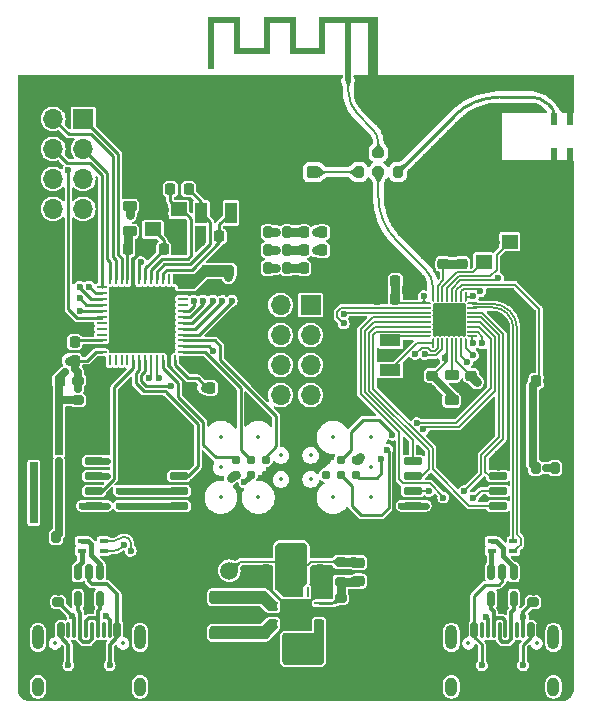
<source format=gtl>
%TF.GenerationSoftware,KiCad,Pcbnew,8.0.8*%
%TF.CreationDate,2025-03-21T10:35:37+01:00*%
%TF.ProjectId,RF_HID_module_test,52465f48-4944-45f6-9d6f-64756c655f74,rev?*%
%TF.SameCoordinates,Original*%
%TF.FileFunction,Copper,L1,Top*%
%TF.FilePolarity,Positive*%
%FSLAX46Y46*%
G04 Gerber Fmt 4.6, Leading zero omitted, Abs format (unit mm)*
G04 Created by KiCad (PCBNEW 8.0.8) date 2025-03-21 10:35:37*
%MOMM*%
%LPD*%
G01*
G04 APERTURE LIST*
G04 Aperture macros list*
%AMRoundRect*
0 Rectangle with rounded corners*
0 $1 Rounding radius*
0 $2 $3 $4 $5 $6 $7 $8 $9 X,Y pos of 4 corners*
0 Add a 4 corners polygon primitive as box body*
4,1,4,$2,$3,$4,$5,$6,$7,$8,$9,$2,$3,0*
0 Add four circle primitives for the rounded corners*
1,1,$1+$1,$2,$3*
1,1,$1+$1,$4,$5*
1,1,$1+$1,$6,$7*
1,1,$1+$1,$8,$9*
0 Add four rect primitives between the rounded corners*
20,1,$1+$1,$2,$3,$4,$5,0*
20,1,$1+$1,$4,$5,$6,$7,0*
20,1,$1+$1,$6,$7,$8,$9,0*
20,1,$1+$1,$8,$9,$2,$3,0*%
%AMFreePoly0*
4,1,14,0.314644,0.085355,0.385355,0.014644,0.400000,-0.020711,0.400000,-0.050000,0.385355,-0.085355,0.350000,-0.100000,-0.350000,-0.100000,-0.385355,-0.085355,-0.400000,-0.050000,-0.400000,0.050000,-0.385355,0.085355,-0.350000,0.100000,0.279289,0.100000,0.314644,0.085355,0.314644,0.085355,$1*%
%AMFreePoly1*
4,1,14,0.385355,0.085355,0.400000,0.050000,0.400000,0.020711,0.385355,-0.014644,0.314644,-0.085355,0.279289,-0.100000,-0.350000,-0.100000,-0.385355,-0.085355,-0.400000,-0.050000,-0.400000,0.050000,-0.385355,0.085355,-0.350000,0.100000,0.350000,0.100000,0.385355,0.085355,0.385355,0.085355,$1*%
%AMFreePoly2*
4,1,14,0.085355,0.385355,0.100000,0.350000,0.100000,-0.350000,0.085355,-0.385355,0.050000,-0.400000,-0.050000,-0.400000,-0.085355,-0.385355,-0.100000,-0.350000,-0.100000,0.279289,-0.085355,0.314644,-0.014644,0.385355,0.020711,0.400000,0.050000,0.400000,0.085355,0.385355,0.085355,0.385355,$1*%
%AMFreePoly3*
4,1,14,0.014644,0.385355,0.085355,0.314644,0.100000,0.279289,0.100000,-0.350000,0.085355,-0.385355,0.050000,-0.400000,-0.050000,-0.400000,-0.085355,-0.385355,-0.100000,-0.350000,-0.100000,0.350000,-0.085355,0.385355,-0.050000,0.400000,-0.020711,0.400000,0.014644,0.385355,0.014644,0.385355,$1*%
%AMFreePoly4*
4,1,14,0.385355,0.085355,0.400000,0.050000,0.400000,-0.050000,0.385355,-0.085355,0.350000,-0.100000,-0.279289,-0.100000,-0.314644,-0.085355,-0.385355,-0.014644,-0.400000,0.020711,-0.400000,0.050000,-0.385355,0.085355,-0.350000,0.100000,0.350000,0.100000,0.385355,0.085355,0.385355,0.085355,$1*%
%AMFreePoly5*
4,1,14,0.385355,0.085355,0.400000,0.050000,0.400000,-0.050000,0.385355,-0.085355,0.350000,-0.100000,-0.350000,-0.100000,-0.385355,-0.085355,-0.400000,-0.050000,-0.400000,-0.020711,-0.385355,0.014644,-0.314644,0.085355,-0.279289,0.100000,0.350000,0.100000,0.385355,0.085355,0.385355,0.085355,$1*%
%AMFreePoly6*
4,1,14,0.085355,0.385355,0.100000,0.350000,0.100000,-0.279289,0.085355,-0.314644,0.014644,-0.385355,-0.020711,-0.400000,-0.050000,-0.400000,-0.085355,-0.385355,-0.100000,-0.350000,-0.100000,0.350000,-0.085355,0.385355,-0.050000,0.400000,0.050000,0.400000,0.085355,0.385355,0.085355,0.385355,$1*%
%AMFreePoly7*
4,1,14,0.085355,0.385355,0.100000,0.350000,0.100000,-0.350000,0.085355,-0.385355,0.050000,-0.400000,0.020711,-0.400000,-0.014644,-0.385355,-0.085355,-0.314644,-0.100000,-0.279289,-0.100000,0.350000,-0.085355,0.385355,-0.050000,0.400000,0.050000,0.400000,0.085355,0.385355,0.085355,0.385355,$1*%
G04 Aperture macros list end*
%TA.AperFunction,EtchedComponent*%
%ADD10C,0.000000*%
%TD*%
%TA.AperFunction,SMDPad,CuDef*%
%ADD11RoundRect,0.218750X0.218750X0.256250X-0.218750X0.256250X-0.218750X-0.256250X0.218750X-0.256250X0*%
%TD*%
%TA.AperFunction,SMDPad,CuDef*%
%ADD12RoundRect,0.062500X-0.062500X0.375000X-0.062500X-0.375000X0.062500X-0.375000X0.062500X0.375000X0*%
%TD*%
%TA.AperFunction,SMDPad,CuDef*%
%ADD13RoundRect,0.062500X-0.375000X0.062500X-0.375000X-0.062500X0.375000X-0.062500X0.375000X0.062500X0*%
%TD*%
%TA.AperFunction,HeatsinkPad*%
%ADD14R,5.600000X5.600000*%
%TD*%
%TA.AperFunction,SMDPad,CuDef*%
%ADD15RoundRect,0.225000X-0.225000X-0.250000X0.225000X-0.250000X0.225000X0.250000X-0.225000X0.250000X0*%
%TD*%
%TA.AperFunction,SMDPad,CuDef*%
%ADD16R,0.762000X0.406400*%
%TD*%
%TA.AperFunction,SMDPad,CuDef*%
%ADD17RoundRect,0.225000X0.225000X0.250000X-0.225000X0.250000X-0.225000X-0.250000X0.225000X-0.250000X0*%
%TD*%
%TA.AperFunction,SMDPad,CuDef*%
%ADD18RoundRect,0.218750X-0.381250X0.218750X-0.381250X-0.218750X0.381250X-0.218750X0.381250X0.218750X0*%
%TD*%
%TA.AperFunction,SMDPad,CuDef*%
%ADD19RoundRect,0.225000X0.250000X-0.225000X0.250000X0.225000X-0.250000X0.225000X-0.250000X-0.225000X0*%
%TD*%
%TA.AperFunction,SMDPad,CuDef*%
%ADD20RoundRect,0.225000X-0.250000X0.225000X-0.250000X-0.225000X0.250000X-0.225000X0.250000X0.225000X0*%
%TD*%
%TA.AperFunction,ComponentPad*%
%ADD21R,1.700000X1.700000*%
%TD*%
%TA.AperFunction,ComponentPad*%
%ADD22O,1.700000X1.700000*%
%TD*%
%TA.AperFunction,SMDPad,CuDef*%
%ADD23R,0.650000X1.050000*%
%TD*%
%TA.AperFunction,SMDPad,CuDef*%
%ADD24FreePoly0,90.000000*%
%TD*%
%TA.AperFunction,SMDPad,CuDef*%
%ADD25RoundRect,0.050000X0.050000X-0.350000X0.050000X0.350000X-0.050000X0.350000X-0.050000X-0.350000X0*%
%TD*%
%TA.AperFunction,SMDPad,CuDef*%
%ADD26FreePoly1,90.000000*%
%TD*%
%TA.AperFunction,SMDPad,CuDef*%
%ADD27FreePoly2,90.000000*%
%TD*%
%TA.AperFunction,SMDPad,CuDef*%
%ADD28RoundRect,0.050000X0.350000X-0.050000X0.350000X0.050000X-0.350000X0.050000X-0.350000X-0.050000X0*%
%TD*%
%TA.AperFunction,SMDPad,CuDef*%
%ADD29FreePoly3,90.000000*%
%TD*%
%TA.AperFunction,SMDPad,CuDef*%
%ADD30FreePoly4,90.000000*%
%TD*%
%TA.AperFunction,SMDPad,CuDef*%
%ADD31FreePoly5,90.000000*%
%TD*%
%TA.AperFunction,SMDPad,CuDef*%
%ADD32FreePoly6,90.000000*%
%TD*%
%TA.AperFunction,SMDPad,CuDef*%
%ADD33FreePoly7,90.000000*%
%TD*%
%TA.AperFunction,HeatsinkPad*%
%ADD34R,2.650000X2.650000*%
%TD*%
%TA.AperFunction,SMDPad,CuDef*%
%ADD35R,1.400000X1.200000*%
%TD*%
%TA.AperFunction,SMDPad,CuDef*%
%ADD36RoundRect,0.200000X-0.275000X0.200000X-0.275000X-0.200000X0.275000X-0.200000X0.275000X0.200000X0*%
%TD*%
%TA.AperFunction,SMDPad,CuDef*%
%ADD37RoundRect,0.200000X-0.200000X-0.275000X0.200000X-0.275000X0.200000X0.275000X-0.200000X0.275000X0*%
%TD*%
%TA.AperFunction,SMDPad,CuDef*%
%ADD38RoundRect,0.150000X-0.150000X-0.500000X0.150000X-0.500000X0.150000X0.500000X-0.150000X0.500000X0*%
%TD*%
%TA.AperFunction,SMDPad,CuDef*%
%ADD39RoundRect,0.075000X-0.075000X-0.575000X0.075000X-0.575000X0.075000X0.575000X-0.075000X0.575000X0*%
%TD*%
%TA.AperFunction,ComponentPad*%
%ADD40O,1.000000X2.100000*%
%TD*%
%TA.AperFunction,ComponentPad*%
%ADD41O,1.000000X1.600000*%
%TD*%
%TA.AperFunction,SMDPad,CuDef*%
%ADD42RoundRect,0.200000X0.275000X-0.200000X0.275000X0.200000X-0.275000X0.200000X-0.275000X-0.200000X0*%
%TD*%
%TA.AperFunction,SMDPad,CuDef*%
%ADD43RoundRect,0.150000X0.650000X0.150000X-0.650000X0.150000X-0.650000X-0.150000X0.650000X-0.150000X0*%
%TD*%
%TA.AperFunction,SMDPad,CuDef*%
%ADD44RoundRect,0.150000X0.150000X-0.512500X0.150000X0.512500X-0.150000X0.512500X-0.150000X-0.512500X0*%
%TD*%
%TA.AperFunction,ConnectorPad*%
%ADD45C,0.787400*%
%TD*%
%TA.AperFunction,SMDPad,CuDef*%
%ADD46RoundRect,0.100000X-0.400000X0.400000X-0.400000X-0.400000X0.400000X-0.400000X0.400000X0.400000X0*%
%TD*%
%TA.AperFunction,SMDPad,CuDef*%
%ADD47RoundRect,0.105000X-0.995000X0.420000X-0.995000X-0.420000X0.995000X-0.420000X0.995000X0.420000X0*%
%TD*%
%TA.AperFunction,SMDPad,CuDef*%
%ADD48RoundRect,0.062500X-0.337500X-0.062500X0.337500X-0.062500X0.337500X0.062500X-0.337500X0.062500X0*%
%TD*%
%TA.AperFunction,SMDPad,CuDef*%
%ADD49RoundRect,0.062500X-0.062500X-0.337500X0.062500X-0.337500X0.062500X0.337500X-0.062500X0.337500X0*%
%TD*%
%TA.AperFunction,HeatsinkPad*%
%ADD50C,0.500000*%
%TD*%
%TA.AperFunction,HeatsinkPad*%
%ADD51R,2.700000X2.700000*%
%TD*%
%TA.AperFunction,SMDPad,CuDef*%
%ADD52R,1.000000X1.800000*%
%TD*%
%TA.AperFunction,SMDPad,CuDef*%
%ADD53R,1.800000X1.000000*%
%TD*%
%TA.AperFunction,SMDPad,CuDef*%
%ADD54C,1.500000*%
%TD*%
%TA.AperFunction,ConnectorPad*%
%ADD55R,0.500000X0.500000*%
%TD*%
%TA.AperFunction,ComponentPad*%
%ADD56R,0.900000X0.500000*%
%TD*%
%TA.AperFunction,SMDPad,CuDef*%
%ADD57RoundRect,0.275000X1.575000X-0.275000X1.575000X0.275000X-1.575000X0.275000X-1.575000X-0.275000X0*%
%TD*%
%TA.AperFunction,SMDPad,CuDef*%
%ADD58R,0.600000X1.000000*%
%TD*%
%TA.AperFunction,ViaPad*%
%ADD59C,0.600000*%
%TD*%
%TA.AperFunction,Conductor*%
%ADD60C,0.600000*%
%TD*%
%TA.AperFunction,Conductor*%
%ADD61C,0.150000*%
%TD*%
%TA.AperFunction,Conductor*%
%ADD62C,0.250000*%
%TD*%
%TA.AperFunction,Conductor*%
%ADD63C,0.200000*%
%TD*%
%TA.AperFunction,Conductor*%
%ADD64C,0.800000*%
%TD*%
%TA.AperFunction,Conductor*%
%ADD65C,0.300000*%
%TD*%
%TA.AperFunction,Conductor*%
%ADD66C,0.650000*%
%TD*%
%TA.AperFunction,Conductor*%
%ADD67C,0.400000*%
%TD*%
%ADD68C,0.300000*%
%ADD69C,0.350000*%
%ADD70O,0.600000X1.700000*%
%ADD71O,0.600000X1.200000*%
%ADD72C,0.200000*%
G04 APERTURE END LIST*
D10*
%TA.AperFunction,EtchedComponent*%
%TO.C,AE1*%
G36*
X167000000Y-94750000D02*
G01*
X166100000Y-94750000D01*
X166100000Y-94491842D01*
X166401778Y-94491842D01*
X166408309Y-94541368D01*
X166428868Y-94586553D01*
X166462511Y-94621787D01*
X166481122Y-94632400D01*
X166526637Y-94645300D01*
X166575156Y-94646043D01*
X166617819Y-94633935D01*
X166625731Y-94629581D01*
X166663674Y-94596797D01*
X166687742Y-94554395D01*
X166697583Y-94506785D01*
X166692847Y-94458378D01*
X166673185Y-94413584D01*
X166638245Y-94376814D01*
X166605353Y-94359908D01*
X166557267Y-94352018D01*
X166507682Y-94358592D01*
X166462372Y-94378687D01*
X166427112Y-94411357D01*
X166410218Y-94443583D01*
X166401778Y-94491842D01*
X166100000Y-94491842D01*
X166100000Y-89850000D01*
X164700000Y-89850000D01*
X164700000Y-94750000D01*
X164200000Y-94750000D01*
X164200000Y-89850000D01*
X162500000Y-89850000D01*
X162500000Y-92490000D01*
X159500000Y-92490000D01*
X159500000Y-89850000D01*
X157800000Y-89850000D01*
X157800000Y-92490000D01*
X154800000Y-92490000D01*
X154800000Y-89850000D01*
X153100000Y-89850000D01*
X153100000Y-93790000D01*
X152600000Y-93790000D01*
X152600000Y-89350000D01*
X155300000Y-89350000D01*
X155300000Y-91990000D01*
X157300000Y-91990000D01*
X157300000Y-89350000D01*
X160000000Y-89350000D01*
X160000000Y-91990000D01*
X162000000Y-91990000D01*
X162000000Y-89350000D01*
X167000000Y-89350000D01*
X167000000Y-94506785D01*
X167000000Y-94750000D01*
G37*
%TD.AperFunction*%
%TD*%
D11*
%TO.P,D1,1,K*%
%TO.N,GND*%
X162257502Y-110612502D03*
%TO.P,D1,2,A*%
%TO.N,Net-(D1-A)*%
X160682498Y-110612500D03*
%TD*%
D12*
%TO.P,U2,1,VBAT*%
%TO.N,+3V3*%
X149749998Y-111562502D03*
%TO.P,U2,2,PC13*%
%TO.N,unconnected-(U2-PC13-Pad2)*%
X149249999Y-111562498D03*
%TO.P,U2,3,PC14*%
%TO.N,/STM_LSE_I*%
X148749999Y-111562500D03*
%TO.P,U2,4,PC15*%
%TO.N,/STM_LSE_O*%
X148250001Y-111562500D03*
%TO.P,U2,5,PH0*%
%TO.N,/STM_HSE_I*%
X147749999Y-111562502D03*
%TO.P,U2,6,PH1*%
%TO.N,/STM_HSE_O*%
X147250000Y-111562499D03*
%TO.P,U2,7,NRST*%
%TO.N,/STM_NRST*%
X146750000Y-111562499D03*
%TO.P,U2,8,VSSA*%
%TO.N,GND*%
X146250001Y-111562502D03*
%TO.P,U2,9,VDDA*%
%TO.N,+3.3VA*%
X145749999Y-111562500D03*
%TO.P,U2,10,PA0*%
%TO.N,/STM_IO0*%
X145250001Y-111562502D03*
%TO.P,U2,11,PA1*%
%TO.N,/STM_IO1*%
X144750001Y-111562498D03*
%TO.P,U2,12,PA2*%
%TO.N,/STM_IO2*%
X144250003Y-111562498D03*
D13*
%TO.P,U2,13,PA3*%
%TO.N,/STM_IO3*%
X143562502Y-112250002D03*
%TO.P,U2,14,PA4*%
%TO.N,/STM_FLASH_SPI_NCS*%
X143562498Y-112750001D03*
%TO.P,U2,15,PA5*%
%TO.N,/STM_FLASH_SPI_CLK*%
X143562500Y-113250001D03*
%TO.P,U2,16,PA6*%
%TO.N,/STM_FLASH_SPI_MISO*%
X143562500Y-113749999D03*
%TO.P,U2,17,PA7*%
%TO.N,/STM_FLASH_SPI_MOSI*%
X143562502Y-114250001D03*
%TO.P,U2,18,PB0*%
%TO.N,/STM_STATUS*%
X143562499Y-114750000D03*
%TO.P,U2,19,PB1*%
%TO.N,unconnected-(U2-PB1-Pad19)*%
X143562499Y-115250000D03*
%TO.P,U2,20,PB2*%
%TO.N,unconnected-(U2-PB2-Pad20)*%
X143562502Y-115749999D03*
%TO.P,U2,21,PB10*%
%TO.N,unconnected-(U2-PB10-Pad21)*%
X143562500Y-116250001D03*
%TO.P,U2,22,VCAP_1*%
%TO.N,Net-(U2-VCAP_1)*%
X143562502Y-116749999D03*
%TO.P,U2,23,VSS*%
%TO.N,GND*%
X143562498Y-117249999D03*
%TO.P,U2,24,VDD*%
%TO.N,+3V3*%
X143562498Y-117749997D03*
D12*
%TO.P,U2,25,PB12*%
%TO.N,unconnected-(U2-PB12-Pad25)*%
X144250002Y-118437498D03*
%TO.P,U2,26,PB13*%
%TO.N,unconnected-(U2-PB13-Pad26)*%
X144750001Y-118437502D03*
%TO.P,U2,27,PB14*%
%TO.N,unconnected-(U2-PB14-Pad27)*%
X145250001Y-118437500D03*
%TO.P,U2,28,PB15*%
%TO.N,unconnected-(U2-PB15-Pad28)*%
X145749999Y-118437500D03*
%TO.P,U2,29,PA8*%
%TO.N,/STM_W25Q128_NRST*%
X146250001Y-118437498D03*
%TO.P,U2,30,PA9*%
%TO.N,/STM_W25Q128_NWP*%
X146750000Y-118437501D03*
%TO.P,U2,31,PA10*%
%TO.N,/RX*%
X147250000Y-118437501D03*
%TO.P,U2,32,PA11*%
%TO.N,/STM_USB/USB_DN*%
X147749999Y-118437498D03*
%TO.P,U2,33,PA12*%
%TO.N,/STM_USB/USB_DP*%
X148250001Y-118437500D03*
%TO.P,U2,34,PA13*%
%TO.N,/STM_SWDIO*%
X148749999Y-118437498D03*
%TO.P,U2,35,VSS*%
%TO.N,GND*%
X149249999Y-118437502D03*
%TO.P,U2,36,VDD*%
%TO.N,+3V3*%
X149749997Y-118437502D03*
D13*
%TO.P,U2,37,PA14*%
%TO.N,/STM_SWCLK*%
X150437498Y-117749998D03*
%TO.P,U2,38,PA15*%
%TO.N,/TX*%
X150437502Y-117249999D03*
%TO.P,U2,39,PB3*%
%TO.N,/STM_SWO*%
X150437500Y-116749999D03*
%TO.P,U2,40,PB4*%
%TO.N,/STM_IO4*%
X150437500Y-116250001D03*
%TO.P,U2,41,PB5*%
%TO.N,/STM_IO5*%
X150437498Y-115749999D03*
%TO.P,U2,42,PB6*%
%TO.N,/STM_IO6*%
X150437501Y-115250000D03*
%TO.P,U2,43,PB7*%
%TO.N,/STM_IO7*%
X150437501Y-114750000D03*
%TO.P,U2,44,BOOT0*%
%TO.N,/STM_BOOT*%
X150437498Y-114250001D03*
%TO.P,U2,45,PB8*%
%TO.N,unconnected-(U2-PB8-Pad45)*%
X150437500Y-113749999D03*
%TO.P,U2,46,PB9*%
%TO.N,unconnected-(U2-PB9-Pad46)*%
X150437498Y-113250001D03*
%TO.P,U2,47,VSS*%
%TO.N,GND*%
X150437502Y-112750001D03*
%TO.P,U2,48,VDD*%
%TO.N,+3V3*%
X150437502Y-112250003D03*
D14*
%TO.P,U2,49,VSS*%
%TO.N,GND*%
X147000000Y-115000000D03*
%TD*%
D15*
%TO.P,C19,1*%
%TO.N,GND*%
X147825000Y-103950000D03*
%TO.P,C19,2*%
%TO.N,/STM_HSE_I*%
X149375002Y-103950000D03*
%TD*%
D16*
%TO.P,FL2,1,1*%
%TO.N,Net-(FL2-Pad1)*%
X176575001Y-134556401D03*
%TO.P,FL2,2,2*%
%TO.N,/CH_USB/USB_DN*%
X178424999Y-134556401D03*
%TO.P,FL2,3,3*%
%TO.N,/CH_USB/USB_DP*%
X178424999Y-133743599D03*
%TO.P,FL2,4,4*%
%TO.N,Net-(FL2-Pad4)*%
X176575001Y-133743599D03*
%TD*%
D17*
%TO.P,C16,1*%
%TO.N,+3V3*%
X159055001Y-136200000D03*
%TO.P,C16,2*%
%TO.N,GND*%
X157504999Y-136200000D03*
%TD*%
D18*
%TO.P,L1,1*%
%TO.N,+3V3*%
X145949999Y-105387500D03*
%TO.P,L1,2*%
%TO.N,+3.3VA*%
X145949999Y-107512500D03*
%TD*%
D19*
%TO.P,C8,1*%
%TO.N,GND*%
X171550000Y-121275001D03*
%TO.P,C8,2*%
%TO.N,/CH_VDCIA*%
X171550000Y-119724999D03*
%TD*%
D20*
%TO.P,C11,1*%
%TO.N,GND*%
X174050000Y-108724999D03*
%TO.P,C11,2*%
%TO.N,/CH_VINTA*%
X174050000Y-110275001D03*
%TD*%
D11*
%TO.P,D2,1,K*%
%TO.N,/CH_STATUS*%
X162257502Y-109100002D03*
%TO.P,D2,2,A*%
%TO.N,Net-(D2-A)*%
X160682498Y-109100000D03*
%TD*%
D21*
%TO.P,J4,1,Pin_1*%
%TO.N,/STM_IO0*%
X142000000Y-98000000D03*
D22*
%TO.P,J4,2,Pin_2*%
%TO.N,/STM_IO1*%
X139459994Y-97999999D03*
%TO.P,J4,3,Pin_3*%
%TO.N,/STM_IO2*%
X141999999Y-100540006D03*
%TO.P,J4,4,Pin_4*%
%TO.N,/STM_IO3*%
X139460000Y-100540000D03*
%TO.P,J4,5,Pin_5*%
%TO.N,/STM_IO4*%
X142000000Y-103080000D03*
%TO.P,J4,6,Pin_6*%
%TO.N,/STM_IO5*%
X139459998Y-103080000D03*
%TO.P,J4,7,Pin_7*%
%TO.N,/STM_IO6*%
X142000000Y-105620000D03*
%TO.P,J4,8,Pin_8*%
%TO.N,/STM_IO7*%
X139460001Y-105620000D03*
%TD*%
D23*
%TO.P,SW3,1,1*%
%TO.N,/STM_NRST*%
X139950000Y-121800000D03*
X139950000Y-125950000D03*
%TO.P,SW3,2,2*%
%TO.N,GND*%
X137800000Y-121800000D03*
X137800000Y-125950000D03*
%TD*%
D24*
%TO.P,U1,1,A10/LSE32_I*%
%TO.N,/CH_LSE_I*%
X171599998Y-116949999D03*
D25*
%TO.P,U1,2,B6*%
%TO.N,/CH_IO2*%
X171999999Y-116949999D03*
%TO.P,U1,3,B0*%
%TO.N,/CH_IO0*%
X172400000Y-116950002D03*
%TO.P,U1,4,VDCID*%
%TO.N,/CH_VDCIA*%
X172800001Y-116950000D03*
%TO.P,U1,5,VSW*%
%TO.N,/CH_VSW*%
X173200000Y-116950002D03*
%TO.P,U1,6,VDD33*%
%TO.N,+3V3*%
X173600001Y-116950000D03*
%TO.P,U1,7,A6*%
%TO.N,/CH_IO6*%
X174000001Y-116949999D03*
D26*
%TO.P,U1,8,A7*%
%TO.N,/CH_IO7*%
X174399999Y-116950000D03*
D27*
%TO.P,U1,9,A8*%
%TO.N,/TX*%
X174949999Y-116400002D03*
D28*
%TO.P,U1,10,A9*%
%TO.N,/RX*%
X174949999Y-116000001D03*
%TO.P,U1,11,B15/TCK*%
%TO.N,/CH_SWCLK*%
X174950002Y-115600000D03*
%TO.P,U1,12,B14/TIO*%
%TO.N,/CH_SWDIO*%
X174950000Y-115199999D03*
%TO.P,U1,13,B13*%
%TO.N,/CH_W25Q128_NRST*%
X174950002Y-114800000D03*
%TO.P,U1,14,B12*%
%TO.N,/CH_W25Q128_NWP*%
X174950000Y-114399999D03*
%TO.P,U1,15,B11/DP*%
%TO.N,/CH_USB/USB_DP*%
X174949999Y-113999999D03*
D29*
%TO.P,U1,16,B10/DN*%
%TO.N,/CH_USB/USB_DN*%
X174950000Y-113600001D03*
D30*
%TO.P,U1,17,B7*%
%TO.N,/CH_IO3*%
X174400002Y-113050001D03*
D25*
%TO.P,U1,18,B4*%
%TO.N,/CH_IO1*%
X174000001Y-113050001D03*
%TO.P,U1,19,NRST*%
%TO.N,/CH_NRST*%
X173600000Y-113049998D03*
%TO.P,U1,20,B22*%
%TO.N,/CH_STATUS*%
X173199999Y-113050000D03*
%TO.P,U1,21,HSE32_O*%
%TO.N,/CH_HSE_O*%
X172800000Y-113049998D03*
%TO.P,U1,22,HSE32_I*%
%TO.N,/CH_HSE_I*%
X172399999Y-113050000D03*
%TO.P,U1,23,VINTA*%
%TO.N,/CH_VINTA*%
X171999999Y-113050001D03*
D31*
%TO.P,U1,24,ANT*%
%TO.N,Net-(U1-ANT)*%
X171600001Y-113050000D03*
D32*
%TO.P,U1,25,VDCIA*%
%TO.N,/CH_VDCIA*%
X171050001Y-113599998D03*
D28*
%TO.P,U1,26,A4*%
%TO.N,/CH_IO4*%
X171050001Y-113999999D03*
%TO.P,U1,27,A5*%
%TO.N,/CH_IO5*%
X171049998Y-114400000D03*
%TO.P,U1,28,A15*%
%TO.N,/CH_FLASH_SPI_MISO*%
X171050000Y-114800001D03*
%TO.P,U1,29,A14*%
%TO.N,/CH_FLASH_SPI_MOSI*%
X171049998Y-115200000D03*
%TO.P,U1,30,A13*%
%TO.N,/CH_FLASH_SPI_CLK*%
X171050000Y-115600001D03*
%TO.P,U1,31,A12*%
%TO.N,/CH_FLASH_SPI_NCS*%
X171050001Y-116000001D03*
D33*
%TO.P,U1,32,A11/LSE32_O*%
%TO.N,/CH_LSE_O*%
X171050000Y-116399999D03*
D34*
%TO.P,U1,33,GND*%
%TO.N,GND*%
X173000000Y-115000000D03*
%TD*%
D35*
%TO.P,Y3,1,1*%
%TO.N,/STM_HSE_I*%
X150100000Y-105650000D03*
%TO.P,Y3,2,2*%
%TO.N,GND*%
X147900000Y-105650002D03*
%TO.P,Y3,3,3*%
%TO.N,/STM_HSE_O*%
X147899998Y-107350000D03*
%TO.P,Y3,4,4*%
%TO.N,GND*%
X150099998Y-107349998D03*
%TD*%
D15*
%TO.P,C6,1*%
%TO.N,+3.3VA*%
X145774998Y-109050000D03*
%TO.P,C6,2*%
%TO.N,GND*%
X147325000Y-109050000D03*
%TD*%
D36*
%TO.P,R1,1*%
%TO.N,Net-(AE1-A)*%
X167000000Y-100850000D03*
%TO.P,R1,2*%
%TO.N,Net-(U1-ANT)*%
X167000000Y-102500000D03*
%TD*%
D37*
%TO.P,R7,1*%
%TO.N,+3V3*%
X157625000Y-107600001D03*
%TO.P,R7,2*%
%TO.N,Net-(D3-A)*%
X159275000Y-107600001D03*
%TD*%
D20*
%TO.P,C4,1*%
%TO.N,+3V3*%
X152750000Y-110874999D03*
%TO.P,C4,2*%
%TO.N,GND*%
X152750000Y-112425001D03*
%TD*%
D37*
%TO.P,R10,1*%
%TO.N,GND*%
X138050000Y-133375000D03*
%TO.P,R10,2*%
%TO.N,/STM_BOOT*%
X139700000Y-133375000D03*
%TD*%
D38*
%TO.P,J6,A1,GND*%
%TO.N,GND*%
X139300000Y-141255000D03*
%TO.P,J6,A4,VBUS*%
%TO.N,+5V*%
X140100000Y-141255000D03*
D39*
%TO.P,J6,A5,CC1*%
%TO.N,Net-(J6-CC1)*%
X141250000Y-141255000D03*
%TO.P,J6,A6,D+*%
%TO.N,Net-(J6-D+-PadA6)*%
X142250000Y-141255000D03*
%TO.P,J6,A7,D-*%
%TO.N,Net-(J6-D--PadA7)*%
X142750000Y-141255000D03*
%TO.P,J6,A8,SBU1*%
%TO.N,unconnected-(J6-SBU1-PadA8)*%
X143750000Y-141255000D03*
D38*
%TO.P,J6,A9,VBUS*%
%TO.N,+5V*%
X144900000Y-141255000D03*
%TO.P,J6,A12,GND*%
%TO.N,GND*%
X145700000Y-141255000D03*
%TO.P,J6,B1,GND*%
X145700000Y-141255000D03*
%TO.P,J6,B4,VBUS*%
%TO.N,+5V*%
X144900000Y-141255000D03*
D39*
%TO.P,J6,B5,CC2*%
%TO.N,Net-(J6-CC1)*%
X144250000Y-141255000D03*
%TO.P,J6,B6,D+*%
%TO.N,Net-(J6-D+-PadA6)*%
X143250000Y-141255000D03*
%TO.P,J6,B7,D-*%
%TO.N,Net-(J6-D--PadA7)*%
X141750000Y-141255000D03*
%TO.P,J6,B8,SBU2*%
%TO.N,unconnected-(J6-SBU2-PadB8)*%
X140750000Y-141255000D03*
D38*
%TO.P,J6,B9,VBUS*%
%TO.N,+5V*%
X140100000Y-141255000D03*
%TO.P,J6,B12,GND*%
%TO.N,GND*%
X139300000Y-141255000D03*
D40*
%TO.P,J6,S1,SHIELD*%
%TO.N,unconnected-(J6-SHIELD-PadS1)_1*%
X138180000Y-141895000D03*
D41*
%TO.N,unconnected-(J6-SHIELD-PadS1)_2*%
X138180000Y-146075000D03*
D40*
%TO.N,unconnected-(J6-SHIELD-PadS1)_3*%
X146820000Y-141895000D03*
D41*
%TO.N,unconnected-(J6-SHIELD-PadS1)*%
X146820000Y-146075000D03*
%TD*%
D17*
%TO.P,C20,1*%
%TO.N,GND*%
X150375000Y-109050000D03*
%TO.P,C20,2*%
%TO.N,/STM_HSE_O*%
X148824998Y-109050000D03*
%TD*%
D42*
%TO.P,R12,1*%
%TO.N,Net-(J6-CC1)*%
X139900000Y-138875000D03*
%TO.P,R12,2*%
%TO.N,GND*%
X139900000Y-137225000D03*
%TD*%
D43*
%TO.P,U5,1,~{CS}*%
%TO.N,/CH_FLASH_SPI_NCS*%
X177099997Y-130755000D03*
%TO.P,U5,2,DO(IO1)*%
%TO.N,/CH_FLASH_SPI_MISO*%
X177100000Y-129485000D03*
%TO.P,U5,3,IO2*%
%TO.N,/CH_W25Q128_NWP*%
X177100000Y-128215000D03*
%TO.P,U5,4,GND*%
%TO.N,GND*%
X177100001Y-126945001D03*
%TO.P,U5,5,DI(IO0)*%
%TO.N,/CH_FLASH_SPI_MOSI*%
X169900003Y-126945000D03*
%TO.P,U5,6,CLK*%
%TO.N,/CH_FLASH_SPI_CLK*%
X169900000Y-128215000D03*
%TO.P,U5,7,IO3*%
%TO.N,/CH_W25Q128_NRST*%
X169900000Y-129485000D03*
%TO.P,U5,8,VCC*%
%TO.N,+3V3*%
X169899999Y-130754999D03*
%TD*%
D15*
%TO.P,C9,1*%
%TO.N,GND*%
X166874999Y-113250000D03*
%TO.P,C9,2*%
%TO.N,/CH_VDCIA*%
X168425001Y-113250000D03*
%TD*%
%TO.P,C17,1*%
%TO.N,+3V3*%
X160525000Y-136200000D03*
%TO.P,C17,2*%
%TO.N,GND*%
X162075000Y-136200000D03*
%TD*%
D42*
%TO.P,R8,1*%
%TO.N,/STM_NRST*%
X141550000Y-121800000D03*
%TO.P,R8,2*%
%TO.N,+3V3*%
X141550000Y-120150000D03*
%TD*%
D15*
%TO.P,C18,1*%
%TO.N,GND*%
X138474999Y-120200000D03*
%TO.P,C18,2*%
%TO.N,/STM_NRST*%
X140025001Y-120200000D03*
%TD*%
%TO.P,C10,1*%
%TO.N,GND*%
X166875000Y-111700000D03*
%TO.P,C10,2*%
%TO.N,/CH_VDCIA*%
X168425000Y-111700000D03*
%TD*%
D37*
%TO.P,R3,1*%
%TO.N,Net-(J1-In)*%
X165350000Y-102500000D03*
%TO.P,R3,2*%
%TO.N,Net-(U1-ANT)*%
X167000000Y-102500000D03*
%TD*%
D44*
%TO.P,U6,1,I/O1*%
%TO.N,Net-(J6-D--PadA7)*%
X141550000Y-138637500D03*
%TO.P,U6,2,GND*%
%TO.N,GND*%
X142500000Y-138637500D03*
%TO.P,U6,3,I/O2*%
%TO.N,Net-(J6-D+-PadA6)*%
X143450000Y-138637500D03*
%TO.P,U6,4,I/O2*%
%TO.N,Net-(FL1-Pad4)*%
X143450000Y-136362500D03*
%TO.P,U6,5,VBUS*%
%TO.N,+5V*%
X142500000Y-136362500D03*
%TO.P,U6,6,I/O1*%
%TO.N,Net-(FL1-Pad1)*%
X141550000Y-136362500D03*
%TD*%
D21*
%TO.P,J2,1,Pin_1*%
%TO.N,/CH_IO0*%
X161250000Y-113750000D03*
D22*
%TO.P,J2,2,Pin_2*%
%TO.N,/CH_IO1*%
X158709996Y-113749998D03*
%TO.P,J2,3,Pin_3*%
%TO.N,/CH_IO2*%
X161249998Y-116290004D03*
%TO.P,J2,4,Pin_4*%
%TO.N,/CH_IO3*%
X158710000Y-116290000D03*
%TO.P,J2,5,Pin_5*%
%TO.N,/CH_IO4*%
X161250000Y-118830000D03*
%TO.P,J2,6,Pin_6*%
%TO.N,/CH_IO5*%
X158709999Y-118829998D03*
%TO.P,J2,7,Pin_7*%
%TO.N,/CH_IO6*%
X161250000Y-121370000D03*
%TO.P,J2,8,Pin_8*%
%TO.N,/CH_IO7*%
X158710001Y-121370000D03*
%TD*%
D11*
%TO.P,D3,1,K*%
%TO.N,/STM_STATUS*%
X162257502Y-107600002D03*
%TO.P,D3,2,A*%
%TO.N,Net-(D3-A)*%
X160682498Y-107600000D03*
%TD*%
D45*
%TO.P,J5,1,VCC*%
%TO.N,+3V3*%
X154930000Y-128135000D03*
%TO.P,J5,2,SWDIO*%
%TO.N,/STM_SWDIO*%
X154930000Y-126865000D03*
%TO.P,J5,3,~{RESET}*%
%TO.N,/STM_NRST*%
X156200000Y-128135000D03*
%TO.P,J5,4,SWCLK*%
%TO.N,/STM_SWCLK*%
X156200000Y-126865000D03*
%TO.P,J5,5,GND*%
%TO.N,GND*%
X157470000Y-128135000D03*
%TO.P,J5,6,SWO*%
%TO.N,/STM_SWO*%
X157470000Y-126865000D03*
%TD*%
D38*
%TO.P,J7,A1,GND*%
%TO.N,GND*%
X174300000Y-141255000D03*
%TO.P,J7,A4,VBUS*%
%TO.N,+5V*%
X175100000Y-141255000D03*
D39*
%TO.P,J7,A5,CC1*%
%TO.N,Net-(J7-CC1)*%
X176250000Y-141255000D03*
%TO.P,J7,A6,D+*%
%TO.N,Net-(J7-D+-PadA6)*%
X177250000Y-141255000D03*
%TO.P,J7,A7,D-*%
%TO.N,Net-(J7-D--PadA7)*%
X177750000Y-141255000D03*
%TO.P,J7,A8,SBU1*%
%TO.N,unconnected-(J7-SBU1-PadA8)*%
X178750000Y-141255000D03*
D38*
%TO.P,J7,A9,VBUS*%
%TO.N,+5V*%
X179900000Y-141255000D03*
%TO.P,J7,A12,GND*%
%TO.N,GND*%
X180700000Y-141255000D03*
%TO.P,J7,B1,GND*%
X180700000Y-141255000D03*
%TO.P,J7,B4,VBUS*%
%TO.N,+5V*%
X179900000Y-141255000D03*
D39*
%TO.P,J7,B5,CC2*%
%TO.N,Net-(J7-CC1)*%
X179250000Y-141255000D03*
%TO.P,J7,B6,D+*%
%TO.N,Net-(J7-D+-PadA6)*%
X178250000Y-141255000D03*
%TO.P,J7,B7,D-*%
%TO.N,Net-(J7-D--PadA7)*%
X176750000Y-141255000D03*
%TO.P,J7,B8,SBU2*%
%TO.N,unconnected-(J7-SBU2-PadB8)*%
X175750000Y-141255000D03*
D38*
%TO.P,J7,B9,VBUS*%
%TO.N,+5V*%
X175100000Y-141255000D03*
%TO.P,J7,B12,GND*%
%TO.N,GND*%
X174300000Y-141255000D03*
D40*
%TO.P,J7,S1,SHIELD*%
%TO.N,unconnected-(J7-SHIELD-PadS1)_2*%
X173180000Y-141895000D03*
D41*
%TO.N,unconnected-(J7-SHIELD-PadS1)*%
X173180000Y-146075000D03*
D40*
%TO.N,unconnected-(J7-SHIELD-PadS1)_1*%
X181820000Y-141895000D03*
D41*
%TO.N,unconnected-(J7-SHIELD-PadS1)_3*%
X181820000Y-146075000D03*
%TD*%
D46*
%TO.P,J1,1,In*%
%TO.N,Net-(J1-In)*%
X161500001Y-102500000D03*
D47*
%TO.P,J1,2,Ext*%
%TO.N,GND*%
X160000001Y-103975000D03*
D46*
X158500001Y-102500000D03*
D47*
X160000001Y-101025000D03*
%TD*%
D48*
%TO.P,U3,1,LX2*%
%TO.N,Net-(L3-Pad2)*%
X158050000Y-139000000D03*
%TO.P,U3,2,LX2*%
X158050000Y-139500000D03*
%TO.P,U3,3,PGND*%
%TO.N,GND*%
X158050000Y-140000000D03*
%TO.P,U3,4,LX1*%
%TO.N,Net-(L3-Pad1)*%
X158050000Y-140500000D03*
%TO.P,U3,5,LX1*%
X158050000Y-141000000D03*
D49*
%TO.P,U3,6,PVIN*%
%TO.N,+5V*%
X159000000Y-141950000D03*
%TO.P,U3,7,PVIN*%
X159500000Y-141950000D03*
%TO.P,U3,8,PVIN*%
X160000000Y-141950000D03*
%TO.P,U3,9,PVIN*%
X160500000Y-141950000D03*
%TO.P,U3,10,VIN*%
X161000000Y-141950000D03*
D48*
%TO.P,U3,11,EN*%
X161950000Y-141000000D03*
%TO.P,U3,12,MODE*%
X161950000Y-140500000D03*
%TO.P,U3,13,SGND*%
%TO.N,GND*%
X161950000Y-140000000D03*
%TO.P,U3,14,SGND*%
X161950000Y-139500000D03*
%TO.P,U3,15,FB*%
%TO.N,Net-(U3-FB)*%
X161950000Y-139000000D03*
D49*
%TO.P,U3,16*%
%TO.N,N/C*%
X161000000Y-138050000D03*
%TO.P,U3,17,VOUT*%
%TO.N,+3V3*%
X160500000Y-138050000D03*
%TO.P,U3,18,VOUT*%
X160000000Y-138050000D03*
%TO.P,U3,19,VOUT*%
X159500000Y-138050000D03*
%TO.P,U3,20,VOUT*%
X159000000Y-138050000D03*
D50*
%TO.P,U3,21,EPAD*%
%TO.N,GND*%
X158900000Y-138900000D03*
X158900000Y-141100000D03*
D51*
X160000000Y-140000000D03*
D50*
X161100000Y-138900000D03*
X161100000Y-141100000D03*
%TD*%
D17*
%TO.P,C2,1*%
%TO.N,+3V3*%
X152775001Y-120750000D03*
%TO.P,C2,2*%
%TO.N,GND*%
X151224999Y-120750000D03*
%TD*%
D18*
%TO.P,L2,1*%
%TO.N,/CH_VSW*%
X173200000Y-119687500D03*
%TO.P,L2,2*%
%TO.N,/CH_VDCIA*%
X173200000Y-121812500D03*
%TD*%
D52*
%TO.P,Y4,1,1*%
%TO.N,/STM_LSE_I*%
X154500000Y-105950000D03*
%TO.P,Y4,2,2*%
%TO.N,/STM_LSE_O*%
X152000000Y-105950000D03*
%TD*%
D42*
%TO.P,R13,1*%
%TO.N,Net-(J7-CC1)*%
X180100000Y-138875000D03*
%TO.P,R13,2*%
%TO.N,GND*%
X180100000Y-137225000D03*
%TD*%
D20*
%TO.P,C12,1*%
%TO.N,GND*%
X172500000Y-108724999D03*
%TO.P,C12,2*%
%TO.N,/CH_VINTA*%
X172500000Y-110275001D03*
%TD*%
D42*
%TO.P,R11,1*%
%TO.N,GND*%
X163800000Y-140225000D03*
%TO.P,R11,2*%
%TO.N,Net-(U3-FB)*%
X163800000Y-138575000D03*
%TD*%
D53*
%TO.P,Y1,1,1*%
%TO.N,/CH_LSE_I*%
X168000000Y-119250000D03*
%TO.P,Y1,2,2*%
%TO.N,/CH_LSE_O*%
X168000000Y-116750000D03*
%TD*%
D19*
%TO.P,C7,1*%
%TO.N,GND*%
X174850000Y-121275001D03*
%TO.P,C7,2*%
%TO.N,+3V3*%
X174850000Y-119724999D03*
%TD*%
D37*
%TO.P,R6,1*%
%TO.N,+3V3*%
X157625000Y-109100001D03*
%TO.P,R6,2*%
%TO.N,Net-(D2-A)*%
X159275000Y-109100001D03*
%TD*%
D16*
%TO.P,FL1,1,1*%
%TO.N,Net-(FL1-Pad1)*%
X141875001Y-134556401D03*
%TO.P,FL1,2,2*%
%TO.N,/STM_USB/USB_DN*%
X143724998Y-134556399D03*
%TO.P,FL1,3,3*%
%TO.N,/STM_USB/USB_DP*%
X143724999Y-133743599D03*
%TO.P,FL1,4,4*%
%TO.N,Net-(FL1-Pad4)*%
X141875002Y-133743601D03*
%TD*%
D37*
%TO.P,R2,1*%
%TO.N,Net-(U1-ANT)*%
X167000000Y-102500000D03*
%TO.P,R2,2*%
%TO.N,Net-(AE2-FEED)*%
X168650000Y-102500000D03*
%TD*%
D17*
%TO.P,C1,1*%
%TO.N,Net-(U2-VCAP_1)*%
X141275001Y-116900000D03*
%TO.P,C1,2*%
%TO.N,GND*%
X139724999Y-116900000D03*
%TD*%
D35*
%TO.P,Y2,1,1*%
%TO.N,/CH_HSE_I*%
X175900000Y-110100000D03*
%TO.P,Y2,2,2*%
%TO.N,GND*%
X178100000Y-110100000D03*
%TO.P,Y2,3,3*%
%TO.N,/CH_HSE_O*%
X178100000Y-108400000D03*
%TO.P,Y2,4,4*%
%TO.N,GND*%
X175900000Y-108400000D03*
%TD*%
D54*
%TO.P,TP1,1,1*%
%TO.N,+3V3*%
X154375000Y-136250000D03*
%TD*%
D23*
%TO.P,SW1,1,1*%
%TO.N,/CH_NRST*%
X180050000Y-125950000D03*
X180050000Y-121800000D03*
%TO.P,SW1,2,2*%
%TO.N,GND*%
X182200000Y-125950000D03*
X182200000Y-121800000D03*
%TD*%
D36*
%TO.P,R9,1*%
%TO.N,+3V3*%
X163790000Y-135525000D03*
%TO.P,R9,2*%
%TO.N,Net-(U3-FB)*%
X163790000Y-137175000D03*
%TD*%
D17*
%TO.P,C13,1*%
%TO.N,GND*%
X181900001Y-120200000D03*
%TO.P,C13,2*%
%TO.N,/CH_NRST*%
X180349999Y-120200000D03*
%TD*%
D43*
%TO.P,U4,1,~{CS}*%
%TO.N,/STM_FLASH_SPI_NCS*%
X150099997Y-130755000D03*
%TO.P,U4,2,DO(IO1)*%
%TO.N,/STM_FLASH_SPI_MISO*%
X150100000Y-129485000D03*
%TO.P,U4,3,IO2*%
%TO.N,/STM_W25Q128_NWP*%
X150100000Y-128215000D03*
%TO.P,U4,4,GND*%
%TO.N,GND*%
X150100001Y-126945001D03*
%TO.P,U4,5,DI(IO0)*%
%TO.N,/STM_FLASH_SPI_MOSI*%
X142900003Y-126945000D03*
%TO.P,U4,6,CLK*%
%TO.N,/STM_FLASH_SPI_CLK*%
X142900000Y-128215000D03*
%TO.P,U4,7,IO3*%
%TO.N,/STM_W25Q128_NRST*%
X142900000Y-129485000D03*
%TO.P,U4,8,VCC*%
%TO.N,+3V3*%
X142899999Y-130754999D03*
%TD*%
D45*
%TO.P,J3,1,VCC*%
%TO.N,+3V3*%
X165070000Y-126865001D03*
%TO.P,J3,2,SWDIO*%
%TO.N,/CH_SWDIO*%
X165069998Y-128134999D03*
%TO.P,J3,3,~{RESET}*%
%TO.N,/CH_NRST*%
X163800000Y-126865000D03*
%TO.P,J3,4,SWCLK*%
%TO.N,/CH_SWCLK*%
X163800000Y-128135000D03*
%TO.P,J3,5,GND*%
%TO.N,GND*%
X162530002Y-126865001D03*
%TO.P,J3,6,SWO*%
%TO.N,unconnected-(J3-SWO-Pad6)*%
X162530000Y-128134999D03*
%TD*%
D17*
%TO.P,C3,1*%
%TO.N,+3V3*%
X141275001Y-118450000D03*
%TO.P,C3,2*%
%TO.N,GND*%
X139724999Y-118450000D03*
%TD*%
D15*
%TO.P,C21,1*%
%TO.N,GND*%
X151974998Y-107950000D03*
%TO.P,C21,2*%
%TO.N,/STM_LSE_I*%
X153525000Y-107950000D03*
%TD*%
D17*
%TO.P,C22,1*%
%TO.N,GND*%
X152475001Y-103949999D03*
%TO.P,C22,2*%
%TO.N,/STM_LSE_O*%
X150924999Y-103949999D03*
%TD*%
D37*
%TO.P,R5,1*%
%TO.N,+3V3*%
X157625000Y-110612501D03*
%TO.P,R5,2*%
%TO.N,Net-(D1-A)*%
X159275000Y-110612501D03*
%TD*%
D55*
%TO.P,AE1,1,A*%
%TO.N,Net-(AE1-A)*%
X164450000Y-94500000D03*
D56*
%TO.P,AE1,2*%
%TO.N,GND*%
X166550000Y-94500000D03*
%TD*%
D57*
%TO.P,L3,1*%
%TO.N,Net-(L3-Pad1)*%
X154540000Y-141500000D03*
%TO.P,L3,2*%
%TO.N,Net-(L3-Pad2)*%
X154540000Y-138500000D03*
%TD*%
D20*
%TO.P,C15,1*%
%TO.N,+3V3*%
X165340000Y-135574999D03*
%TO.P,C15,2*%
%TO.N,Net-(U3-FB)*%
X165340000Y-137125001D03*
%TD*%
%TO.P,C5,1*%
%TO.N,+3V3*%
X154300000Y-110874999D03*
%TO.P,C5,2*%
%TO.N,GND*%
X154300000Y-112425001D03*
%TD*%
D23*
%TO.P,SW2,1,1*%
%TO.N,+3V3*%
X137800000Y-131725000D03*
X137800000Y-127575000D03*
%TO.P,SW2,2,2*%
%TO.N,/STM_BOOT*%
X139950000Y-131725000D03*
X139950000Y-127575000D03*
%TD*%
D58*
%TO.P,AE2,1,FEED*%
%TO.N,Net-(AE2-FEED)*%
X181900000Y-98000000D03*
%TO.P,AE2,2,2*%
%TO.N,GND*%
X181900000Y-101000000D03*
%TO.P,AE2,3,3*%
X183200000Y-101000000D03*
%TO.P,AE2,4,4*%
X183200000Y-98000000D03*
%TD*%
D44*
%TO.P,U7,1,I/O1*%
%TO.N,Net-(J7-D--PadA7)*%
X176550000Y-138637500D03*
%TO.P,U7,2,GND*%
%TO.N,GND*%
X177500000Y-138637500D03*
%TO.P,U7,3,I/O2*%
%TO.N,Net-(J7-D+-PadA6)*%
X178450000Y-138637500D03*
%TO.P,U7,4,I/O2*%
%TO.N,Net-(FL2-Pad4)*%
X178450000Y-136362500D03*
%TO.P,U7,5,VBUS*%
%TO.N,+5V*%
X177500000Y-136362500D03*
%TO.P,U7,6,I/O1*%
%TO.N,Net-(FL2-Pad1)*%
X176550000Y-136362500D03*
%TD*%
D17*
%TO.P,C14,1*%
%TO.N,+5V*%
X159645001Y-143750000D03*
%TO.P,C14,2*%
%TO.N,GND*%
X158094999Y-143750000D03*
%TD*%
D37*
%TO.P,R4,1*%
%TO.N,/CH_NRST*%
X180300000Y-127550000D03*
%TO.P,R4,2*%
%TO.N,+3V3*%
X181950000Y-127550000D03*
%TD*%
D59*
%TO.N,GND*%
X138750000Y-140100000D03*
X139750000Y-140100000D03*
X145700000Y-139500000D03*
X146250000Y-140100000D03*
X174300000Y-139500000D03*
X173750000Y-140100000D03*
X180250000Y-140100000D03*
X181250000Y-140100000D03*
X158094999Y-143050000D03*
X180352095Y-95405305D03*
X163722952Y-96057733D03*
X156750000Y-94750000D03*
X150750000Y-120750000D03*
X141250000Y-115800000D03*
X152500000Y-142500000D03*
X183250000Y-112750000D03*
X154500000Y-123000000D03*
X171000000Y-146750000D03*
X183250000Y-120750000D03*
X172500000Y-102500000D03*
X162500000Y-97500000D03*
X147000000Y-115000000D03*
X175950000Y-130205000D03*
X143000000Y-108000000D03*
X152500000Y-132500000D03*
X168000000Y-146750000D03*
X164511120Y-101655025D03*
X183250000Y-137750000D03*
X171750000Y-124750000D03*
X183250000Y-116750000D03*
X152500000Y-102500000D03*
X182200000Y-120950000D03*
X166000000Y-146750000D03*
X177000000Y-101450000D03*
X172000000Y-146750000D03*
X178800000Y-96927692D03*
X183250000Y-127750000D03*
X183250000Y-125750000D03*
X166928452Y-98213984D03*
X177000000Y-100550000D03*
X173250000Y-124750000D03*
X165000000Y-121750000D03*
X181250000Y-94750000D03*
X153000000Y-146750000D03*
X148750000Y-94750000D03*
X136750000Y-115750000D03*
X142750000Y-123750000D03*
X174000000Y-114000000D03*
X151000000Y-124000000D03*
X157750000Y-94750000D03*
X152750000Y-94750000D03*
X148325002Y-103950000D03*
X154000000Y-116000000D03*
X155000000Y-140000000D03*
X183250000Y-131750000D03*
X170250000Y-94750000D03*
X156000000Y-122000000D03*
X183250000Y-126750000D03*
X183250000Y-115750000D03*
X146750000Y-94750000D03*
X168317766Y-109132234D03*
X183250000Y-142750000D03*
X152000000Y-122000000D03*
X177700000Y-101950000D03*
X177500000Y-115000000D03*
X169350003Y-126195001D03*
X162500000Y-132500000D03*
X177000000Y-97850000D03*
X157500000Y-97500000D03*
X161750000Y-94750000D03*
X180000000Y-115000000D03*
X136750000Y-118750000D03*
X136750000Y-130750000D03*
X147500000Y-137500000D03*
X156000000Y-123000000D03*
X156000000Y-116000000D03*
X173250000Y-108724999D03*
X180000000Y-110000000D03*
X183000000Y-146500000D03*
X166273191Y-105151054D03*
X165000000Y-123250000D03*
X161799803Y-103652691D03*
X160750000Y-124250000D03*
X145000000Y-100000000D03*
X174750000Y-126500000D03*
X183250000Y-145750000D03*
X170450003Y-126195000D03*
X159250000Y-129750000D03*
X142500000Y-132500000D03*
X176997123Y-96934814D03*
X151875000Y-108400000D03*
X136750000Y-121750000D03*
X160750000Y-130750000D03*
X136750000Y-111750000D03*
X136750000Y-123750000D03*
X159000000Y-146750000D03*
X177250000Y-94750000D03*
X165500000Y-111500000D03*
X176250000Y-124750000D03*
X157000000Y-140000000D03*
X181243950Y-95705232D03*
X170232234Y-108917766D03*
X169999999Y-139990064D03*
X179450000Y-95372308D03*
X177000000Y-99650000D03*
X183250000Y-143750000D03*
X150750000Y-94750000D03*
X155250000Y-108750000D03*
X148850000Y-105675000D03*
X180400000Y-101950000D03*
X155750000Y-94750000D03*
X137800000Y-123900000D03*
X173000000Y-115000000D03*
X136750000Y-124750000D03*
X160750000Y-94750000D03*
X183250000Y-109750000D03*
X145000000Y-135250000D03*
X166706993Y-106909512D03*
X165500000Y-113000000D03*
X136750000Y-140750000D03*
X183250000Y-122750000D03*
X159750000Y-94750000D03*
X145750000Y-94750000D03*
X183250000Y-138750000D03*
X145750000Y-125750000D03*
X167744417Y-99865833D03*
X166423879Y-106049501D03*
X157000000Y-120000000D03*
X173250000Y-94750000D03*
X172000000Y-116000000D03*
X165042766Y-98457234D03*
X170500000Y-120500000D03*
X178000000Y-113000000D03*
X167250000Y-94750000D03*
X164500000Y-116500000D03*
X169000000Y-122000000D03*
X157500000Y-102500000D03*
X136750000Y-143750000D03*
X160355903Y-101984576D03*
X177900000Y-96927692D03*
X136750000Y-105750000D03*
X163800000Y-139525000D03*
X136750000Y-117750000D03*
X141500000Y-146750000D03*
X175000000Y-105000000D03*
X167494541Y-98983769D03*
X167425001Y-113250000D03*
X169275088Y-100775088D03*
X136750000Y-129750000D03*
X146774998Y-108966942D03*
X149750000Y-94750000D03*
X171450000Y-128300000D03*
X149500000Y-122500000D03*
X162700000Y-101747308D03*
X172650088Y-97400088D03*
X144350000Y-130000000D03*
X169582234Y-108267766D03*
X167752692Y-104266505D03*
X136750000Y-136750000D03*
X147500000Y-97499999D03*
X183250000Y-124750000D03*
X155000000Y-115000000D03*
X144500000Y-146750000D03*
X156500000Y-111750000D03*
X176250000Y-94750000D03*
X183250000Y-111750000D03*
X156000000Y-146750000D03*
X156000000Y-114000000D03*
X165872308Y-100786897D03*
X163600000Y-101747308D03*
X183250000Y-110750000D03*
X174950718Y-95814113D03*
X153500000Y-112425001D03*
X136750000Y-131750000D03*
X181964874Y-96265051D03*
X145750000Y-120750000D03*
X183250000Y-117750000D03*
X163500000Y-111500000D03*
X139724999Y-117650000D03*
X175000000Y-134950000D03*
X136750000Y-133750000D03*
X144750000Y-94750000D03*
X175829107Y-95537256D03*
X142500000Y-117374999D03*
X146500000Y-128500000D03*
X167500000Y-142500000D03*
X160000000Y-146750000D03*
X183250000Y-104750000D03*
X136750000Y-106750000D03*
X172500000Y-132500000D03*
X164502329Y-103334543D03*
X165000000Y-115000000D03*
X139900000Y-137925000D03*
X136750000Y-139750000D03*
X165413103Y-101372308D03*
X160000000Y-100000000D03*
X136750000Y-119750000D03*
X183250000Y-144750000D03*
X170000000Y-105000000D03*
X183250000Y-139750000D03*
X138775000Y-133374131D03*
X158200000Y-127500000D03*
X180000000Y-117500000D03*
X183250000Y-105750000D03*
X165601923Y-96855468D03*
X183250000Y-140750000D03*
X169411412Y-103421123D03*
X170000000Y-146750000D03*
X161830405Y-127500000D03*
X136750000Y-100750000D03*
X136750000Y-142750000D03*
X166175001Y-103360588D03*
X171724912Y-100524912D03*
X171550000Y-120800000D03*
X169617766Y-110432234D03*
X167824999Y-103360589D03*
X143500000Y-146750000D03*
X136750000Y-144750000D03*
X163000000Y-118000000D03*
X173250000Y-126500000D03*
X179500000Y-101950000D03*
X180000000Y-130000000D03*
X151974999Y-103949999D03*
X137800000Y-122550000D03*
X143000000Y-109000000D03*
X183250000Y-108750000D03*
X183250000Y-103750000D03*
X171250000Y-94750000D03*
X151072550Y-126950000D03*
X160354138Y-103004013D03*
X163947183Y-96957578D03*
X167137592Y-107738690D03*
X167500000Y-97500000D03*
X158750000Y-94750000D03*
X151750000Y-94750000D03*
X155000000Y-135000000D03*
X174850000Y-108724999D03*
X178500000Y-146750000D03*
X145750000Y-123750000D03*
X165222155Y-95150000D03*
X145750000Y-121750000D03*
X139750000Y-94750000D03*
X160000000Y-105000000D03*
X167425000Y-111400000D03*
X152000000Y-146750000D03*
X180100000Y-137925000D03*
X165500000Y-110000000D03*
X136750000Y-120750000D03*
X166229772Y-99922948D03*
X176719393Y-95397787D03*
X174750000Y-124750000D03*
X168373045Y-106867786D03*
X173200000Y-128250000D03*
X183250000Y-141750000D03*
X142750000Y-125750000D03*
X138750000Y-94750000D03*
X155000000Y-146750000D03*
X177500000Y-146750000D03*
X141500000Y-108000000D03*
X159250000Y-130750000D03*
X168936751Y-107620168D03*
X183250000Y-134750000D03*
X173074912Y-99174912D03*
X182250000Y-94750000D03*
X175000000Y-99999999D03*
X142500000Y-115800000D03*
X179500000Y-146750000D03*
X149000000Y-146750000D03*
X164000000Y-146750000D03*
X177500000Y-132500000D03*
X170500000Y-122000000D03*
X180250000Y-94750000D03*
X154000000Y-140000000D03*
X183250000Y-96750000D03*
X174500000Y-146750000D03*
X182200000Y-122500000D03*
X167993280Y-106051091D03*
X151000000Y-146750000D03*
X172250000Y-94750000D03*
X161669998Y-110600001D03*
X176500000Y-113000000D03*
X182502066Y-96911280D03*
X180500000Y-146750000D03*
X136750000Y-132750000D03*
X178250000Y-94750000D03*
X161000000Y-103650000D03*
X180000000Y-135000000D03*
X156900000Y-136200000D03*
X183250000Y-95750000D03*
X163750000Y-123250000D03*
X169950088Y-100100088D03*
X161000000Y-146750000D03*
X139500000Y-146750000D03*
X156000000Y-140000000D03*
X183250000Y-107750000D03*
X157000000Y-118000000D03*
X136750000Y-114750000D03*
X162700000Y-103252692D03*
X176500000Y-146750000D03*
X136750000Y-134750000D03*
X141500000Y-109500000D03*
X150250000Y-106800000D03*
X169719694Y-102530129D03*
X183250000Y-123750000D03*
X183250000Y-132750000D03*
X178100000Y-109550000D03*
X181274999Y-120200000D03*
X136750000Y-102750000D03*
X136750000Y-109750000D03*
X157000000Y-146750000D03*
X165729600Y-99144068D03*
X179700000Y-96927692D03*
X136750000Y-98750000D03*
X183250000Y-136750000D03*
X136750000Y-103750000D03*
X136750000Y-126750000D03*
X183250000Y-129750000D03*
X183250000Y-135750000D03*
X167500000Y-132500000D03*
X149450000Y-117450000D03*
X143750000Y-94750000D03*
X170000000Y-135000000D03*
X177622554Y-95372308D03*
X136750000Y-94750000D03*
X136750000Y-128750000D03*
X155000000Y-118000000D03*
X140500000Y-146750000D03*
X172500000Y-107500000D03*
X183250000Y-94750000D03*
X139999938Y-134998757D03*
X183250000Y-130750000D03*
X174106510Y-96230233D03*
X176250000Y-122500000D03*
X163650000Y-95150000D03*
X151006856Y-119038803D03*
X142500000Y-146750000D03*
X164397597Y-97759744D03*
X144550000Y-112550000D03*
X175966187Y-128935000D03*
X136750000Y-145750000D03*
X136750000Y-97750000D03*
X172000000Y-114000000D03*
X154750000Y-94750000D03*
X160750000Y-125250000D03*
X171300088Y-98750088D03*
X183250000Y-106750000D03*
X136750000Y-127750000D03*
X163000000Y-146750000D03*
X136750000Y-112750000D03*
X169000000Y-146750000D03*
X174248875Y-120701124D03*
X149310210Y-112689790D03*
X173749911Y-98499911D03*
X177000000Y-98750000D03*
X153750000Y-94750000D03*
X177500000Y-139605000D03*
X179250000Y-94750000D03*
X168127692Y-100777484D03*
X137750000Y-94750000D03*
X159250000Y-124250000D03*
X166248351Y-97533883D03*
X162650000Y-136200000D03*
X146500000Y-127000000D03*
X183250000Y-133750000D03*
X176850000Y-108400000D03*
X142750000Y-119750000D03*
X153000000Y-140000000D03*
X178550000Y-95372308D03*
X153990649Y-146751079D03*
X167500000Y-120500000D03*
X163600000Y-103252692D03*
X175250000Y-94750000D03*
X182200000Y-123900000D03*
X156500000Y-108750000D03*
X170000000Y-113000000D03*
X171049912Y-101199912D03*
X172399912Y-99849912D03*
X136750000Y-113750000D03*
X183250000Y-121750000D03*
X136750000Y-101750000D03*
X168585880Y-101372308D03*
X181300000Y-101950000D03*
X136750000Y-138750000D03*
X174000000Y-116000000D03*
X171533954Y-110219501D03*
X172496855Y-137490549D03*
X149874998Y-109050000D03*
X147500000Y-102750000D03*
X137800000Y-125200000D03*
X170625088Y-99425088D03*
X175500000Y-146750000D03*
X174250000Y-94750000D03*
X180592845Y-97125321D03*
X167000000Y-146750000D03*
X150000000Y-100000000D03*
X173337253Y-96762664D03*
X171975088Y-98075088D03*
X178600000Y-101950000D03*
X170882234Y-109567766D03*
X163500000Y-110000000D03*
X167500000Y-137500000D03*
X174424356Y-97882381D03*
X142750000Y-121750000D03*
X156000000Y-119000000D03*
X168967766Y-109782234D03*
X140750000Y-94750000D03*
X162000000Y-146750000D03*
X136750000Y-137750000D03*
X150000000Y-140000000D03*
X148750000Y-123750000D03*
X177100000Y-127465001D03*
X136750000Y-125750000D03*
X170374912Y-101874912D03*
X158000000Y-146750000D03*
X177100000Y-126350000D03*
X183250000Y-113750000D03*
X136750000Y-95750000D03*
X168570380Y-103627692D03*
X154500000Y-121000000D03*
X140000000Y-108000000D03*
X150000000Y-146750000D03*
X152500000Y-97500000D03*
X183250000Y-114750000D03*
X145500000Y-146750000D03*
X140000000Y-111500000D03*
X156500000Y-110250000D03*
X136750000Y-116750000D03*
X168000000Y-118000000D03*
X167783625Y-105143053D03*
X167689733Y-108481601D03*
X165361197Y-103627692D03*
X157500000Y-132500000D03*
X162750000Y-94750000D03*
X148000000Y-146750000D03*
X164996716Y-99999895D03*
X182200000Y-125250000D03*
X136750000Y-108750000D03*
X136749999Y-110743675D03*
X175227042Y-97393453D03*
X183250000Y-128750000D03*
X161813266Y-101347308D03*
X136750000Y-104750000D03*
X161000000Y-101350000D03*
X163500000Y-113000000D03*
X136750000Y-141750000D03*
X183250000Y-118750000D03*
X150000000Y-135000000D03*
X142750000Y-94750000D03*
X182200000Y-101950000D03*
X136750000Y-107750000D03*
X150000000Y-125000000D03*
X157000000Y-123000000D03*
X147750000Y-94750000D03*
X165000000Y-146750000D03*
X168250000Y-94750000D03*
X183100000Y-101950000D03*
X165000000Y-105000000D03*
X160750000Y-129750000D03*
X153000000Y-123000000D03*
X159250000Y-125250000D03*
X169000000Y-120500000D03*
X165000000Y-140000000D03*
X183250000Y-102750000D03*
X166247308Y-104266505D03*
X152500000Y-119000000D03*
X136750000Y-99750000D03*
X136750000Y-96750000D03*
X164500000Y-118000000D03*
X142500000Y-139350000D03*
X160000000Y-120000000D03*
X169250000Y-94750000D03*
X180000000Y-105000000D03*
X141750000Y-94750000D03*
X170267766Y-111082234D03*
X163000000Y-120500000D03*
X136750000Y-122750000D03*
X160000000Y-115000000D03*
X137000000Y-146500000D03*
X155000000Y-100000000D03*
X183250000Y-119750000D03*
X176107080Y-97073028D03*
X165243148Y-96046166D03*
X136750000Y-135750000D03*
%TO.N,+3V3*%
X159625000Y-135125000D03*
X160562500Y-134225000D03*
X165476083Y-126623918D03*
X137800000Y-129650000D03*
X141900000Y-130750000D03*
X145950000Y-106150000D03*
X154300000Y-111375001D03*
X175332519Y-120283162D03*
X152274999Y-120750000D03*
X158325000Y-110600001D03*
X181175000Y-127550000D03*
X137800000Y-131000000D03*
X137800000Y-128300000D03*
X159625000Y-134225000D03*
X158675000Y-135125000D03*
X171000000Y-130750000D03*
X160562500Y-135125000D03*
X140774999Y-118450000D03*
X154523918Y-128376082D03*
X168950000Y-130750000D03*
X144000000Y-130750000D03*
X158675000Y-134225000D03*
X141550000Y-120875000D03*
X158319999Y-109100000D03*
X158325000Y-107600001D03*
%TO.N,/CH_VDCIA*%
X170847309Y-113000000D03*
X172650000Y-118200000D03*
%TO.N,/CH_NRST*%
X168165335Y-124728077D03*
X180050000Y-123150000D03*
%TO.N,/CH_STATUS*%
X177102816Y-111475002D03*
X161669998Y-109100002D03*
%TO.N,+5V*%
X140750000Y-144250000D03*
X161000000Y-143750000D03*
X161000000Y-142875000D03*
X144250000Y-144250000D03*
X175750000Y-144250000D03*
X161875000Y-143750000D03*
X161875000Y-142875000D03*
X179250000Y-144250000D03*
%TO.N,/STM_NRST*%
X140425000Y-119452081D03*
X155650001Y-128751562D03*
X146875001Y-110116942D03*
%TO.N,/STM_BOOT*%
X139950000Y-127000000D03*
X151374282Y-113375001D03*
%TO.N,/STM_STATUS*%
X140750000Y-102290006D03*
X161669998Y-107600002D03*
%TO.N,/CH_IO7*%
X175000000Y-118000000D03*
%TO.N,/CH_IO6*%
X174501410Y-118598590D03*
%TO.N,/CH_IO3*%
X175000000Y-113000000D03*
%TO.N,/CH_IO0*%
X170919974Y-117900000D03*
%TO.N,/CH_IO4*%
X164050000Y-115300000D03*
%TO.N,/CH_IO5*%
X164050000Y-114549999D03*
%TO.N,/CH_IO1*%
X175617962Y-112575001D03*
%TO.N,/CH_IO2*%
X170134987Y-117892831D03*
%TO.N,/STM_IO4*%
X154573443Y-113397312D03*
%TO.N,/STM_IO5*%
X153773537Y-113409707D03*
%TO.N,/STM_IO6*%
X152974288Y-113375001D03*
%TO.N,/STM_IO7*%
X152174285Y-113375001D03*
%TO.N,/CH_SWDIO*%
X167249999Y-126749999D03*
X170769124Y-124291307D03*
%TO.N,/CH_SWCLK*%
X167750000Y-126000000D03*
X170250000Y-123750000D03*
%TO.N,Net-(J6-CC1)*%
X143900000Y-140105000D03*
X141087500Y-140062500D03*
%TO.N,Net-(J7-CC1)*%
X176100000Y-140173907D03*
X179250000Y-140200000D03*
%TO.N,/CH_FLASH_SPI_MISO*%
X172500000Y-130050000D03*
X175000000Y-130050000D03*
%TO.N,/CH_W25Q128_NRST*%
X171250000Y-129500000D03*
X174250000Y-129500000D03*
%TO.N,/TX*%
X152994087Y-117605913D03*
X175000000Y-117000000D03*
%TO.N,/RX*%
X175806587Y-116993413D03*
X149424999Y-120622515D03*
%TO.N,/STM_USB/USB_DN*%
X145484834Y-134034834D03*
X147600000Y-119950000D03*
%TO.N,/STM_USB/USB_DP*%
X148400003Y-119950000D03*
X146015166Y-134565166D03*
%TO.N,/STM_FLASH_SPI_MISO*%
X145000000Y-129485000D03*
X141700000Y-113200000D03*
%TO.N,/STM_FLASH_SPI_CLK*%
X141699997Y-112200000D03*
X144000000Y-128200000D03*
%TO.N,/STM_FLASH_SPI_NCS*%
X142500000Y-112200000D03*
X145000000Y-130755000D03*
%TO.N,/STM_FLASH_SPI_MOSI*%
X141700000Y-114250000D03*
X144000000Y-126950000D03*
%TO.N,GND*%
X148750000Y-125750000D03*
X149000000Y-126950000D03*
X147250000Y-121750000D03*
X147242069Y-123756617D03*
X147250000Y-125750000D03*
%TD*%
D60*
%TO.N,GND*%
X139300000Y-140650000D02*
X138750000Y-140100000D01*
X139300000Y-141255000D02*
X139300000Y-140650000D01*
X139300000Y-140550000D02*
X139750000Y-140100000D01*
X139300000Y-141255000D02*
X139300000Y-140550000D01*
X145700000Y-141255000D02*
X145700000Y-139500000D01*
X145700000Y-140650000D02*
X146250000Y-140100000D01*
X145700000Y-141255000D02*
X145700000Y-140650000D01*
X174300000Y-141255000D02*
X174300000Y-139500000D01*
X174300000Y-140650000D02*
X173750000Y-140100000D01*
X174300000Y-141255000D02*
X174300000Y-140650000D01*
X180700000Y-140550000D02*
X180250000Y-140100000D01*
X180700000Y-141255000D02*
X180700000Y-140550000D01*
X180700000Y-140650000D02*
X181250000Y-140100000D01*
X180700000Y-141255000D02*
X180700000Y-140650000D01*
D61*
%TO.N,/STM_USB/USB_DP*%
X145392961Y-133400000D02*
G75*
G03*
X144978212Y-133571811I39J-586600D01*
G01*
X144978200Y-133571799D02*
G75*
G02*
X144563439Y-133743615I-414800J414799D01*
G01*
X145879917Y-133529917D02*
G75*
G02*
X146009868Y-133843564I-313617J-313683D01*
G01*
X145879917Y-133529917D02*
G75*
G03*
X145566269Y-133400032I-313617J-313683D01*
G01*
X146009834Y-134556063D02*
G75*
G03*
X146012489Y-134562511I9066J-37D01*
G01*
X144563439Y-133743599D02*
X143724999Y-133743599D01*
X146009834Y-133843564D02*
X146009834Y-134556063D01*
X145392961Y-133400000D02*
X145566269Y-133400000D01*
X146012500Y-134562500D02*
X146015166Y-134565166D01*
D62*
%TO.N,GND*%
X158094999Y-141905001D02*
X158094999Y-143050000D01*
D63*
X158094999Y-143750000D02*
X158094999Y-143050000D01*
%TO.N,Net-(AE1-A)*%
X164450000Y-95650000D02*
X164450000Y-94500000D01*
X167000000Y-100100000D02*
X167000000Y-100850000D01*
X165263172Y-97613172D02*
X166469669Y-98819669D01*
X164450000Y-95650000D02*
G75*
G03*
X165263181Y-97613163I2776300J0D01*
G01*
X166469669Y-98819669D02*
G75*
G02*
X166999988Y-100100000I-1280369J-1280331D01*
G01*
D64*
%TO.N,GND*%
X148825002Y-105650002D02*
X148850000Y-105675000D01*
X180100000Y-137225000D02*
X180100000Y-137925000D01*
D65*
X177500000Y-138637500D02*
X177500000Y-139605000D01*
X178325000Y-137375000D02*
X177500000Y-138200000D01*
D62*
X142625000Y-117249999D02*
X142500000Y-117374999D01*
D64*
X157565000Y-128135000D02*
X158200000Y-127500000D01*
D60*
X177100001Y-127465000D02*
X177100000Y-127465001D01*
D65*
X142500000Y-139350000D02*
X142500000Y-138637500D01*
D64*
X157504999Y-136200000D02*
X156900000Y-136200000D01*
D66*
X137800000Y-125950000D02*
X137800000Y-121800000D01*
D64*
X167125000Y-111700000D02*
X167425000Y-111400000D01*
D62*
X144750001Y-117249999D02*
X147000000Y-115000000D01*
D64*
X175575001Y-108724999D02*
X175900000Y-108400000D01*
X175900000Y-108400000D02*
X176850000Y-108400000D01*
X152750000Y-112425001D02*
X154300000Y-112425001D01*
D66*
X138050000Y-133375000D02*
X138774131Y-133375000D01*
D62*
X150437502Y-112750001D02*
X149249999Y-112750001D01*
D64*
X147900000Y-105650002D02*
X148825002Y-105650002D01*
D66*
X137800000Y-120874999D02*
X138474999Y-120200000D01*
D64*
X178100000Y-110100000D02*
X178100000Y-109550000D01*
D67*
X147900000Y-105650002D02*
X148400002Y-105650002D01*
D65*
X139900000Y-137225000D02*
X140075000Y-137400000D01*
D62*
X173000000Y-115000000D02*
X172000000Y-116000000D01*
D64*
X147900000Y-104375002D02*
X148325002Y-103950000D01*
X139900000Y-137225000D02*
X139900000Y-137925000D01*
X157470000Y-128135000D02*
X157565000Y-128135000D01*
D67*
X149000000Y-106850000D02*
X149499998Y-107349998D01*
D63*
X146750000Y-114750000D02*
X144550000Y-112550000D01*
D66*
X182200000Y-121800000D02*
X182200000Y-120499999D01*
D64*
X152475001Y-103949999D02*
X151974999Y-103949999D01*
D65*
X141686262Y-137400000D02*
X142500000Y-138213738D01*
D64*
X146858056Y-109050000D02*
X146774998Y-108966942D01*
X150099998Y-106950002D02*
X150250000Y-106800000D01*
D66*
X138774131Y-133375000D02*
X138775000Y-133374131D01*
D64*
X150375000Y-109050000D02*
X149874998Y-109050000D01*
D60*
X177100001Y-126945001D02*
X177100001Y-127465000D01*
D62*
X152425000Y-112750001D02*
X152750000Y-112425001D01*
D60*
X151067551Y-126945001D02*
X151072550Y-126950000D01*
D63*
X147000000Y-115000000D02*
X149310210Y-112689790D01*
D64*
X174822752Y-121275001D02*
X174248875Y-120701124D01*
X161830405Y-127500000D02*
X162465404Y-126865001D01*
D62*
X149249999Y-118924744D02*
X151075255Y-120750000D01*
D64*
X147900000Y-105650002D02*
X147900000Y-104375002D01*
X166875000Y-113249999D02*
X166874999Y-113250000D01*
X150099998Y-108825000D02*
X149874998Y-109050000D01*
X151224999Y-120750000D02*
X150774999Y-120750000D01*
X162465404Y-126865001D02*
X162530002Y-126865001D01*
X161682499Y-110612502D02*
X161669998Y-110600001D01*
D60*
X171550000Y-121275001D02*
X171550000Y-120800000D01*
X177100001Y-126945001D02*
X177100001Y-126350001D01*
D62*
X173000000Y-115000000D02*
X174000000Y-116000000D01*
X143562498Y-117249999D02*
X144750001Y-117249999D01*
D64*
X162075000Y-136200000D02*
X162650000Y-136200000D01*
D65*
X140075000Y-137400000D02*
X141686262Y-137400000D01*
D64*
X166875000Y-111700000D02*
X167125000Y-111700000D01*
D66*
X139724999Y-118450000D02*
X139724999Y-118950000D01*
D64*
X174050000Y-108724999D02*
X175575001Y-108724999D01*
D62*
X147050000Y-109050000D02*
X146250001Y-109849999D01*
D64*
X163800000Y-140225000D02*
X163800000Y-139525000D01*
D65*
X177500000Y-138200000D02*
X177500000Y-138637500D01*
D60*
X177100001Y-126350001D02*
X177100000Y-126350000D01*
D62*
X146250001Y-114250001D02*
X147000000Y-115000000D01*
D64*
X166875000Y-111700000D02*
X166875000Y-113249999D01*
D62*
X147325000Y-109050000D02*
X147050000Y-109050000D01*
X150437502Y-112750001D02*
X152425000Y-112750001D01*
X158900000Y-138900000D02*
X157504999Y-137504999D01*
D66*
X139724999Y-118950000D02*
X138474999Y-120200000D01*
D67*
X149499998Y-107349998D02*
X150099998Y-107349998D01*
X149000000Y-106250000D02*
X149000000Y-106850000D01*
D63*
X147000000Y-115000000D02*
X149450000Y-117450000D01*
D66*
X181900001Y-120200000D02*
X181274999Y-120200000D01*
D64*
X174850000Y-121275001D02*
X174822752Y-121275001D01*
D65*
X180100000Y-137225000D02*
X179950000Y-137375000D01*
D62*
X146250001Y-109849999D02*
X146250001Y-111562502D01*
D66*
X137800000Y-121800000D02*
X137800000Y-120874999D01*
D64*
X150099998Y-107349998D02*
X150099998Y-106950002D01*
D66*
X182200000Y-120499999D02*
X181900001Y-120200000D01*
D62*
X158900000Y-141100000D02*
X158094999Y-141905001D01*
X149249999Y-112750001D02*
X147000000Y-115000000D01*
X143562498Y-117249999D02*
X142625000Y-117249999D01*
X146250001Y-111562502D02*
X146250001Y-114250001D01*
D64*
X172500000Y-108724999D02*
X174050000Y-108724999D01*
D67*
X148400002Y-105650002D02*
X149000000Y-106250000D01*
D64*
X147825000Y-103950000D02*
X148325002Y-103950000D01*
D62*
X147000000Y-115000000D02*
X146750000Y-114750000D01*
D64*
X166874999Y-113250000D02*
X167425001Y-113250000D01*
D66*
X182200000Y-125950000D02*
X182200000Y-121800000D01*
D62*
X151075255Y-120750000D02*
X151224999Y-120750000D01*
X173000000Y-115000000D02*
X174000000Y-114000000D01*
D64*
X151974998Y-107950000D02*
X151974998Y-108300002D01*
X147325000Y-109050000D02*
X146858056Y-109050000D01*
D62*
X149249999Y-118437502D02*
X149249999Y-118924744D01*
X149249999Y-117249999D02*
X147000000Y-115000000D01*
D65*
X179950000Y-137375000D02*
X178325000Y-137375000D01*
D60*
X150100001Y-126945001D02*
X151067551Y-126945001D01*
D64*
X162257502Y-110612502D02*
X161682499Y-110612502D01*
X139724999Y-116900000D02*
X139724999Y-118450000D01*
D62*
X157504999Y-137504999D02*
X157504999Y-136200000D01*
D64*
X151974998Y-108300002D02*
X151875000Y-108400000D01*
D62*
X173000000Y-115000000D02*
X172000000Y-114000000D01*
D65*
X142500000Y-138213738D02*
X142500000Y-138637500D01*
D64*
X150099998Y-107349998D02*
X150099998Y-108825000D01*
D62*
X149249999Y-118437502D02*
X149249999Y-117249999D01*
%TO.N,Net-(U2-VCAP_1)*%
X143562502Y-116749999D02*
X141425002Y-116749999D01*
X141425002Y-116749999D02*
X141275001Y-116900000D01*
D64*
%TO.N,+3V3*%
X145949999Y-105387500D02*
X145949999Y-106149999D01*
X145949999Y-106149999D02*
X145950000Y-106150000D01*
X157625000Y-110612501D02*
X158312500Y-110612501D01*
D63*
X173600001Y-116950000D02*
X173600001Y-118475000D01*
D62*
X142350000Y-118450000D02*
X141275001Y-118450000D01*
D60*
X143995001Y-130754999D02*
X144000000Y-130750000D01*
X141904999Y-130754999D02*
X141900000Y-130750000D01*
D64*
X163790000Y-135525000D02*
X165290001Y-135525000D01*
X174850000Y-119724999D02*
X174850000Y-119800643D01*
D66*
X141275001Y-119175001D02*
X141550000Y-119450000D01*
D62*
X149749997Y-118437502D02*
X149749997Y-118788346D01*
D63*
X161250000Y-135475000D02*
X163740000Y-135475000D01*
D64*
X158312500Y-110612501D02*
X158325000Y-110600001D01*
X152775001Y-120750000D02*
X152274999Y-120750000D01*
X157625000Y-109100001D02*
X158319998Y-109100001D01*
D63*
X154375000Y-136250000D02*
X154527818Y-136250000D01*
D64*
X154300000Y-110874999D02*
X154300000Y-111375001D01*
D60*
X169899999Y-130754999D02*
X168954999Y-130754999D01*
D66*
X181950000Y-127550000D02*
X181175000Y-127550000D01*
X141275001Y-118450000D02*
X141275001Y-119175001D01*
D64*
X154930000Y-128135000D02*
X154765000Y-128135000D01*
D62*
X150911651Y-119950000D02*
X151684051Y-119950000D01*
D63*
X160525000Y-136200000D02*
X161250000Y-135475000D01*
D62*
X152484051Y-120750000D02*
X152775001Y-120750000D01*
D63*
X158330001Y-135475000D02*
X159055001Y-136200000D01*
D66*
X141550000Y-119450000D02*
X141550000Y-120150000D01*
D62*
X143562498Y-117749997D02*
X143562495Y-117750000D01*
D63*
X173600001Y-118475000D02*
X174850000Y-119724999D01*
D62*
X143562495Y-117750000D02*
X143050000Y-117750000D01*
D63*
X154527818Y-136250000D02*
X155302818Y-135475000D01*
D64*
X158319998Y-109100001D02*
X158319999Y-109100000D01*
X165070000Y-126865001D02*
X165235000Y-126865001D01*
X165235000Y-126865001D02*
X165476083Y-126623918D01*
D66*
X141550000Y-120150000D02*
X141550000Y-120875000D01*
D60*
X169899999Y-130754999D02*
X170995001Y-130754999D01*
X170995001Y-130754999D02*
X171000000Y-130750000D01*
D62*
X149749997Y-118788346D02*
X150911651Y-119950000D01*
D63*
X155302818Y-135475000D02*
X158330001Y-135475000D01*
D62*
X151684051Y-119950000D02*
X152484051Y-120750000D01*
X143050000Y-117750000D02*
X142350000Y-118450000D01*
D64*
X154765000Y-128135000D02*
X154523918Y-128376082D01*
D66*
X137800000Y-131725000D02*
X137800000Y-127575000D01*
D62*
X159055001Y-136200000D02*
X158825000Y-136200000D01*
D64*
X174850000Y-119800643D02*
X175332519Y-120283162D01*
D60*
X142899999Y-130754999D02*
X141904999Y-130754999D01*
D63*
X163740000Y-135475000D02*
X163790000Y-135525000D01*
D64*
X157625000Y-107600001D02*
X158325000Y-107600001D01*
X141275001Y-118450000D02*
X140774999Y-118450000D01*
D60*
X168954999Y-130754999D02*
X168950000Y-130750000D01*
X142899999Y-130754999D02*
X143995001Y-130754999D01*
D64*
X165290001Y-135525000D02*
X165340000Y-135574999D01*
D62*
%TO.N,+3.3VA*%
X145749999Y-109074999D02*
X145774998Y-109050000D01*
D64*
X145774998Y-109050000D02*
X145774998Y-107687501D01*
X145774998Y-107687501D02*
X145949999Y-107512500D01*
D62*
X145749999Y-111562500D02*
X145749999Y-109074999D01*
D63*
%TO.N,/CH_VDCIA*%
X172650000Y-117950001D02*
X172800001Y-117800000D01*
X170644617Y-113599998D02*
X170550000Y-113599998D01*
X172650000Y-118200000D02*
X172650000Y-117950001D01*
X170847309Y-113397306D02*
X171050001Y-113599998D01*
X171050001Y-113599998D02*
X170550000Y-113599998D01*
X172800001Y-116950000D02*
X172800001Y-118474998D01*
X170847309Y-113000000D02*
X170847309Y-113397306D01*
X172512500Y-118762500D02*
X171550000Y-119724999D01*
D60*
X173200000Y-121374999D02*
X173200000Y-121812500D01*
X171550000Y-119724999D02*
X173200000Y-121374999D01*
D63*
X170550000Y-113599998D02*
X168774999Y-113599998D01*
D64*
X168425000Y-111700000D02*
X168425000Y-113249999D01*
D63*
X172650000Y-118625000D02*
X172512500Y-118762500D01*
X172650000Y-118200000D02*
X172650000Y-118625000D01*
X168774999Y-113599998D02*
X168425001Y-113250000D01*
X172800001Y-118474998D02*
X172512500Y-118762500D01*
D64*
X168425000Y-113249999D02*
X168425001Y-113250000D01*
D63*
X168425003Y-113249998D02*
X168425001Y-113250000D01*
X172800001Y-117800000D02*
X172800001Y-116950000D01*
X170847309Y-113397306D02*
X170644617Y-113599998D01*
%TO.N,/CH_VINTA*%
X171999999Y-112125127D02*
X172500000Y-111625126D01*
X171999999Y-113050001D02*
X171999999Y-112125127D01*
X172500000Y-111625126D02*
X172500000Y-110275001D01*
D64*
X172500000Y-110275001D02*
X174050000Y-110275001D01*
D63*
%TO.N,/CH_NRST*%
X180600000Y-114050000D02*
X180600000Y-119949999D01*
D62*
X164677449Y-125987551D02*
X164677449Y-124483624D01*
X167047550Y-123447550D02*
X168165335Y-124565335D01*
D66*
X180050000Y-125950000D02*
X180050000Y-123150000D01*
X180050000Y-120499999D02*
X180349999Y-120200000D01*
D62*
X168165335Y-124565335D02*
X168165335Y-124728077D01*
X164677449Y-124483624D02*
X165713523Y-123447550D01*
D66*
X180050000Y-121800000D02*
X180050000Y-120499999D01*
D62*
X165713523Y-123447550D02*
X167047550Y-123447550D01*
D63*
X174080024Y-112025001D02*
X178575001Y-112025001D01*
D66*
X180050000Y-127300000D02*
X180300000Y-127550000D01*
X180050000Y-123150000D02*
X180050000Y-121800000D01*
D63*
X173600000Y-112505025D02*
X174080024Y-112025001D01*
X180600000Y-119949999D02*
X180349999Y-120200000D01*
D62*
X163800000Y-126865000D02*
X164677449Y-125987551D01*
D63*
X173600000Y-113049998D02*
X173600000Y-112505025D01*
X178575001Y-112025001D02*
X180600000Y-114050000D01*
D66*
X180050000Y-125950000D02*
X180050000Y-127300000D01*
D63*
%TO.N,/CH_HSE_I*%
X173645099Y-110975001D02*
X175024999Y-110975001D01*
X175024999Y-110975001D02*
X175900000Y-110100000D01*
X172399999Y-112220101D02*
X173645099Y-110975001D01*
X172399999Y-113050000D02*
X172399999Y-112220101D01*
D64*
%TO.N,Net-(D1-A)*%
X159275000Y-110612501D02*
X160682497Y-110612501D01*
X160682497Y-110612501D02*
X160682498Y-110612500D01*
D63*
%TO.N,/CH_LSE_I*%
X170300001Y-116949999D02*
X168000000Y-119250000D01*
X171599998Y-116949999D02*
X170300001Y-116949999D01*
%TO.N,/CH_STATUS*%
X173199999Y-112410051D02*
X173199999Y-113050000D01*
X177102816Y-111475002D02*
X176902817Y-111675001D01*
X173935049Y-111675001D02*
X173199999Y-112410051D01*
D64*
X162257502Y-109100002D02*
X161669998Y-109100002D01*
D63*
X176902817Y-111675001D02*
X173935049Y-111675001D01*
D62*
%TO.N,+5V*%
X179250000Y-142550000D02*
X179250000Y-144250000D01*
D65*
X144900000Y-141255000D02*
X144900000Y-138250000D01*
D62*
X175100000Y-141255000D02*
X175100000Y-141822764D01*
D65*
X144900000Y-141255000D02*
X144900000Y-141859695D01*
D62*
X175100000Y-141822764D02*
X175750000Y-142472764D01*
D65*
X144900000Y-141859695D02*
X144250000Y-142509695D01*
X140750000Y-142509695D02*
X140750000Y-144250000D01*
X144250000Y-142509695D02*
X144250000Y-144250000D01*
X142725000Y-137375000D02*
X142500000Y-137150000D01*
D62*
X179900000Y-141895051D02*
X179690000Y-142105051D01*
X176000000Y-137450000D02*
X175100000Y-138350000D01*
X175100000Y-138350000D02*
X175100000Y-141255000D01*
D65*
X140100000Y-141859695D02*
X140750000Y-142509695D01*
X144025000Y-137375000D02*
X142725000Y-137375000D01*
X144900000Y-138250000D02*
X144025000Y-137375000D01*
X140100000Y-141255000D02*
X140100000Y-141859695D01*
D62*
X179900000Y-141255000D02*
X179900000Y-141895051D01*
X177500000Y-137150000D02*
X177200000Y-137450000D01*
X179690000Y-142105051D02*
X179690000Y-142110000D01*
D65*
X142500000Y-137150000D02*
X142500000Y-136362500D01*
D62*
X179690000Y-142110000D02*
X179250000Y-142550000D01*
X177500000Y-136362500D02*
X177500000Y-137150000D01*
X175750000Y-142472764D02*
X175750000Y-144250000D01*
X177200000Y-137450000D02*
X176000000Y-137450000D01*
D66*
%TO.N,/STM_NRST*%
X139950000Y-125950000D02*
X139950000Y-121800000D01*
X140025001Y-119852080D02*
X140425000Y-119452081D01*
X139950000Y-120275001D02*
X140025001Y-120200000D01*
X139950000Y-121800000D02*
X139950000Y-120275001D01*
D67*
X156200000Y-128135000D02*
X156200000Y-128201563D01*
D66*
X139950000Y-121800000D02*
X141550000Y-121800000D01*
D62*
X146750000Y-110241943D02*
X146750000Y-111562499D01*
X146875001Y-110116942D02*
X146750000Y-110241943D01*
D67*
X156200000Y-128201563D02*
X155650001Y-128751562D01*
D66*
X140025001Y-120200000D02*
X140025001Y-119852080D01*
D62*
%TO.N,/STM_BOOT*%
X150924738Y-114250001D02*
X151374282Y-113800457D01*
D66*
X139950000Y-131725000D02*
X139950000Y-133125000D01*
D62*
X151374282Y-113800457D02*
X151374282Y-113375001D01*
X150437498Y-114250001D02*
X150924738Y-114250001D01*
D66*
X139950000Y-131725000D02*
X139950000Y-127575000D01*
X139950000Y-133125000D02*
X139700000Y-133375000D01*
X139950000Y-127575000D02*
X139950000Y-127000000D01*
D62*
%TO.N,/STM_HSE_I*%
X150834052Y-109850000D02*
X151150000Y-109534052D01*
X148686396Y-109850000D02*
X150834052Y-109850000D01*
X150350000Y-105650000D02*
X150100000Y-105650000D01*
X149375002Y-104925002D02*
X150100000Y-105650000D01*
X147749999Y-111562502D02*
X147749999Y-110786397D01*
X147749999Y-110786397D02*
X148686396Y-109850000D01*
X149375002Y-103950000D02*
X149375002Y-104925002D01*
X151150000Y-106450000D02*
X150350000Y-105650000D01*
X151150000Y-109534052D02*
X151150000Y-106450000D01*
D64*
%TO.N,/STM_STATUS*%
X162257502Y-107600002D02*
X161669998Y-107600002D01*
D62*
X141461827Y-114825000D02*
X143487499Y-114825000D01*
X140750000Y-102290006D02*
X140750000Y-114113173D01*
X140750000Y-114113173D02*
X141461827Y-114825000D01*
X143487499Y-114825000D02*
X143562499Y-114750000D01*
%TO.N,/STM_LSE_I*%
X148749999Y-111059189D02*
X149059188Y-110750000D01*
X151206844Y-110750000D02*
X153525000Y-108431844D01*
X148749999Y-111562500D02*
X148749999Y-111059189D01*
X149059188Y-110750000D02*
X151206844Y-110750000D01*
X153525000Y-107950000D02*
X153525000Y-106925000D01*
X153525000Y-108431844D02*
X153525000Y-107950000D01*
X153525000Y-106925000D02*
X154500000Y-105950000D01*
D64*
%TO.N,Net-(D2-A)*%
X160682498Y-109100000D02*
X159275001Y-109100000D01*
X159275001Y-109100000D02*
X159275000Y-109100001D01*
D63*
%TO.N,Net-(J1-In)*%
X165350000Y-102500000D02*
X161500001Y-102500000D01*
D64*
%TO.N,Net-(D3-A)*%
X160682497Y-107600001D02*
X160682498Y-107600000D01*
X159275000Y-107600001D02*
X160682497Y-107600001D01*
D63*
%TO.N,/CH_IO7*%
X175000000Y-118000000D02*
X174399999Y-117399999D01*
X174399999Y-117399999D02*
X174399999Y-116950000D01*
%TO.N,/CH_IO6*%
X174501410Y-118598590D02*
X174000001Y-118097181D01*
X174000001Y-118097181D02*
X174000001Y-116949999D01*
%TO.N,/CH_IO3*%
X174400002Y-113050001D02*
X174949999Y-113050001D01*
X174949999Y-113050001D02*
X175000000Y-113000000D01*
%TO.N,/CH_IO0*%
X172400000Y-117482839D02*
X171882839Y-118000000D01*
X171019974Y-118000000D02*
X170919974Y-117900000D01*
X171882839Y-118000000D02*
X171019974Y-118000000D01*
X172400000Y-116950002D02*
X172400000Y-117482839D01*
%TO.N,/CH_IO4*%
X163500000Y-114777817D02*
X163500000Y-114322181D01*
X163500000Y-114322181D02*
X163822182Y-113999999D01*
X164022183Y-115300000D02*
X163500000Y-114777817D01*
X163822182Y-113999999D02*
X171050001Y-113999999D01*
X164050000Y-115300000D02*
X164022183Y-115300000D01*
%TO.N,/CH_IO5*%
X164199999Y-114400000D02*
X171049998Y-114400000D01*
X164050000Y-114549999D02*
X164199999Y-114400000D01*
%TO.N,/CH_IO1*%
X174000001Y-112599999D02*
X174000001Y-113050001D01*
X174224999Y-112375001D02*
X174000001Y-112599999D01*
X175617962Y-112575001D02*
X175417962Y-112375001D01*
X175417962Y-112375001D02*
X174224999Y-112375001D01*
%TO.N,/CH_IO2*%
X170677818Y-117350000D02*
X171162131Y-117350000D01*
X171999999Y-117387866D02*
X171999999Y-116949999D01*
X171162131Y-117350000D02*
X171422130Y-117609999D01*
X171777866Y-117609999D02*
X171999999Y-117387866D01*
X170134987Y-117892831D02*
X170677818Y-117350000D01*
X171422130Y-117609999D02*
X171777866Y-117609999D01*
D62*
%TO.N,/STM_IO4*%
X151817127Y-116250001D02*
X154573443Y-113493685D01*
X154573443Y-113493685D02*
X154573443Y-113397312D01*
X150437500Y-116250001D02*
X151817127Y-116250001D01*
%TO.N,/STM_IO0*%
X144950000Y-109484054D02*
X144950000Y-100950000D01*
X145250001Y-109784055D02*
X144950000Y-109484054D01*
X144950000Y-100950000D02*
X142000000Y-98000000D01*
X145250001Y-111562502D02*
X145250001Y-109784055D01*
%TO.N,/STM_IO2*%
X144050000Y-109856846D02*
X144050000Y-102590007D01*
X144250003Y-111562498D02*
X144300001Y-111512500D01*
X144300001Y-111512500D02*
X144300001Y-110106847D01*
X144050000Y-102590007D02*
X141999999Y-100540006D01*
X144300001Y-110106847D02*
X144050000Y-109856846D01*
%TO.N,/STM_IO3*%
X140635006Y-101715006D02*
X139460000Y-100540000D01*
X143562502Y-112250002D02*
X143600000Y-112212504D01*
X143600000Y-102776403D02*
X142538603Y-101715006D01*
X142538603Y-101715006D02*
X140635006Y-101715006D01*
X143600000Y-112212504D02*
X143600000Y-102776403D01*
%TO.N,/STM_IO5*%
X153773537Y-113459636D02*
X153773537Y-113409707D01*
X151483174Y-115749999D02*
X153773537Y-113459636D01*
X150437498Y-115749999D02*
X151483174Y-115749999D01*
%TO.N,/STM_IO6*%
X152974288Y-113473243D02*
X152974288Y-113375001D01*
X151197531Y-115250000D02*
X152974288Y-113473243D01*
X150437501Y-115250000D02*
X151197531Y-115250000D01*
%TO.N,/STM_IO7*%
X152174285Y-113636850D02*
X152174285Y-113375001D01*
X151061135Y-114750000D02*
X152174285Y-113636850D01*
X150437501Y-114750000D02*
X151061135Y-114750000D01*
%TO.N,/CH_SWDIO*%
X166850000Y-128400000D02*
X167249999Y-128000001D01*
D63*
X171010431Y-124050000D02*
X173800000Y-124050000D01*
X176850000Y-116472186D02*
X175577813Y-115199999D01*
D62*
X167249999Y-128000001D02*
X167249999Y-126749999D01*
D63*
X175577813Y-115199999D02*
X174950000Y-115199999D01*
X173800000Y-124050000D02*
X176850000Y-121000000D01*
D62*
X165069998Y-128134999D02*
X165334999Y-128400000D01*
D63*
X170769124Y-124291307D02*
X171010431Y-124050000D01*
D62*
X165334999Y-128400000D02*
X166850000Y-128400000D01*
D63*
X176850000Y-121000000D02*
X176850000Y-116472186D01*
%TO.N,/CH_SWCLK*%
X173577987Y-123700000D02*
X176500000Y-120777987D01*
X176500000Y-120777987D02*
X176500000Y-116617161D01*
X170300000Y-123700000D02*
X173577987Y-123700000D01*
X176500000Y-116617161D02*
X175482839Y-115600000D01*
D62*
X167852450Y-126102450D02*
X167750000Y-126000000D01*
X165552450Y-131552450D02*
X167247550Y-131552450D01*
X164750000Y-130750000D02*
X165552450Y-131552450D01*
X164750000Y-129085000D02*
X164750000Y-130750000D01*
X167852450Y-130947550D02*
X167852450Y-126102450D01*
X163800000Y-128135000D02*
X164750000Y-129085000D01*
X167247550Y-131552450D02*
X167852450Y-130947550D01*
D63*
X175482839Y-115600000D02*
X174950002Y-115600000D01*
X170250000Y-123750000D02*
X170300000Y-123700000D01*
D62*
%TO.N,/STM_IO1*%
X144750001Y-109920451D02*
X144500000Y-109670450D01*
X142663604Y-99300000D02*
X140759995Y-99300000D01*
X140759995Y-99300000D02*
X139459994Y-97999999D01*
X144500000Y-101136396D02*
X142663604Y-99300000D01*
X144750001Y-111562498D02*
X144750001Y-109920451D01*
X144500000Y-109670450D02*
X144500000Y-101136396D01*
%TO.N,/STM_SWDIO*%
X150049999Y-121525304D02*
X150049999Y-120361140D01*
X148749999Y-119061140D02*
X148749999Y-118437498D01*
X152147550Y-125586477D02*
X152147550Y-123622855D01*
X154930000Y-126865000D02*
X154715000Y-126650000D01*
X154715000Y-126650000D02*
X153211073Y-126650000D01*
X152147550Y-123622855D02*
X150049999Y-121525304D01*
X150049999Y-120361140D02*
X148749999Y-119061140D01*
X153211073Y-126650000D02*
X152147550Y-125586477D01*
%TO.N,/STM_SWCLK*%
X155322550Y-125987550D02*
X155322550Y-120747550D01*
X155322550Y-120747550D02*
X152324998Y-117749998D01*
X152324998Y-117749998D02*
X150437498Y-117749998D01*
X156200000Y-126865000D02*
X155322550Y-125987550D01*
D65*
%TO.N,Net-(J6-D+-PadA6)*%
X143450000Y-139500000D02*
X143250000Y-139700000D01*
X143250000Y-140501880D02*
X143250000Y-141255000D01*
X143003120Y-140255000D02*
X143250000Y-140501880D01*
X142250000Y-140501880D02*
X142496880Y-140255000D01*
X142250000Y-141255000D02*
X142250000Y-140501880D01*
X143450000Y-138637500D02*
X143450000Y-139500000D01*
X143250000Y-139700000D02*
X143250000Y-141255000D01*
X142496880Y-140255000D02*
X143003120Y-140255000D01*
%TO.N,Net-(J6-D--PadA7)*%
X141750000Y-141255000D02*
X141750000Y-142008120D01*
X141550000Y-139600000D02*
X141750000Y-139800000D01*
X142750000Y-142008120D02*
X142750000Y-141255000D01*
X141750000Y-139800000D02*
X141750000Y-141255000D01*
X142503120Y-142255000D02*
X142750000Y-142008120D01*
X141750000Y-142008120D02*
X141996880Y-142255000D01*
X141550000Y-138637500D02*
X141550000Y-139600000D01*
X141996880Y-142255000D02*
X142503120Y-142255000D01*
%TO.N,Net-(J6-CC1)*%
X141087500Y-140062500D02*
X139900000Y-138875000D01*
X144250000Y-141255000D02*
X144250000Y-140455000D01*
X141250000Y-140225000D02*
X141087500Y-140062500D01*
X144250000Y-140455000D02*
X143900000Y-140105000D01*
X141250000Y-141255000D02*
X141250000Y-140225000D01*
%TO.N,Net-(J7-CC1)*%
X179250000Y-140200000D02*
X179250000Y-139725000D01*
X179250000Y-139725000D02*
X180100000Y-138875000D01*
X179250000Y-141255000D02*
X179250000Y-140200000D01*
X176250000Y-140323907D02*
X176100000Y-140173907D01*
X176250000Y-141255000D02*
X176250000Y-140323907D01*
%TO.N,Net-(J7-D+-PadA6)*%
X178250000Y-142008120D02*
X178250000Y-141255000D01*
X178450000Y-138637500D02*
X178450000Y-139550000D01*
X177250000Y-141255000D02*
X177250000Y-142008120D01*
X177250000Y-142008120D02*
X177496880Y-142255000D01*
X178450000Y-139550000D02*
X178250000Y-139750000D01*
X178003120Y-142255000D02*
X178250000Y-142008120D01*
X178250000Y-139750000D02*
X178250000Y-141255000D01*
X177496880Y-142255000D02*
X178003120Y-142255000D01*
%TO.N,Net-(J7-D--PadA7)*%
X176550000Y-139500000D02*
X176750000Y-139700000D01*
X176996880Y-140255000D02*
X177503120Y-140255000D01*
X177750000Y-140501880D02*
X177750000Y-141255000D01*
X176550000Y-138637500D02*
X176550000Y-139500000D01*
X176750000Y-141255000D02*
X176750000Y-140501880D01*
X176750000Y-140501880D02*
X176996880Y-140255000D01*
X176750000Y-139700000D02*
X176750000Y-141255000D01*
X177503120Y-140255000D02*
X177750000Y-140501880D01*
D63*
%TO.N,/CH_VSW*%
X173200000Y-116950002D02*
X173200000Y-119687500D01*
%TO.N,Net-(U1-ANT)*%
X171600001Y-113050000D02*
X171600001Y-112200000D01*
X170998960Y-110748960D02*
X168502601Y-108252601D01*
X167000000Y-104625000D02*
X167000000Y-102500000D01*
X168502601Y-108252601D02*
G75*
G02*
X166999999Y-104625000I3627599J3627601D01*
G01*
X171600001Y-112200000D02*
G75*
G03*
X170998965Y-110748955I-2052101J0D01*
G01*
D62*
%TO.N,Net-(AE2-FEED)*%
X173406207Y-97743792D02*
X168650000Y-102500000D01*
X181652512Y-97052512D02*
X181325000Y-96725000D01*
X179936827Y-96150000D02*
X177253963Y-96150000D01*
X181900000Y-97650000D02*
X181900000Y-98000000D01*
X177253963Y-96150000D02*
G75*
G03*
X173406236Y-97743821I37J-5441500D01*
G01*
X181652512Y-97052512D02*
G75*
G02*
X181899993Y-97650000I-597512J-597488D01*
G01*
X181325000Y-96725000D02*
G75*
G03*
X179936827Y-96149989I-1388200J-1388200D01*
G01*
D63*
%TO.N,/CH_HSE_O*%
X172800000Y-112315075D02*
X173790074Y-111325001D01*
X172800000Y-113049998D02*
X172800000Y-112315075D01*
X177000000Y-109500000D02*
X178100000Y-108400000D01*
X176474999Y-111325001D02*
X177000000Y-110800000D01*
X173790074Y-111325001D02*
X176474999Y-111325001D01*
X177000000Y-110800000D02*
X177000000Y-109500000D01*
%TO.N,/CH_LSE_O*%
X171050000Y-116399999D02*
X168350001Y-116399999D01*
X168350001Y-116399999D02*
X168000000Y-116750000D01*
D62*
%TO.N,/STM_HSE_O*%
X147250000Y-111562499D02*
X147250000Y-110650000D01*
X148824998Y-108275000D02*
X147899998Y-107350000D01*
X148824998Y-109075002D02*
X148824998Y-109050000D01*
X148824998Y-109050000D02*
X148824998Y-108275000D01*
X147250000Y-110650000D02*
X148824998Y-109075002D01*
%TO.N,/STM_LSE_O*%
X148250001Y-111562500D02*
X148250001Y-110922791D01*
X148872792Y-110300000D02*
X151020448Y-110300000D01*
X152000000Y-105950000D02*
X152000000Y-105025000D01*
X148250001Y-110922791D02*
X148872792Y-110300000D01*
X152749998Y-106699998D02*
X152000000Y-105950000D01*
X152749998Y-108570450D02*
X152749998Y-106699998D01*
X151020448Y-110300000D02*
X152749998Y-108570450D01*
X152000000Y-105025000D02*
X150924999Y-103949999D01*
%TO.N,/STM_SWO*%
X157470000Y-126593921D02*
X157470000Y-126865000D01*
X153133883Y-116749999D02*
X153625000Y-117241116D01*
X158347450Y-123136054D02*
X158347450Y-125716471D01*
X158347450Y-125716471D02*
X157470000Y-126593921D01*
X153625000Y-117241116D02*
X153625000Y-118413604D01*
X150437500Y-116749999D02*
X153133883Y-116749999D01*
X153625000Y-118413604D02*
X158347450Y-123136054D01*
D63*
%TO.N,/CH_W25Q128_NWP*%
X174950000Y-114399999D02*
X175767763Y-114399999D01*
X176050001Y-126599999D02*
X176050001Y-127850001D01*
X177550000Y-116182236D02*
X177550000Y-125100000D01*
X176415000Y-128215000D02*
X177100000Y-128215000D01*
X176050001Y-127850001D02*
X176415000Y-128215000D01*
X175767763Y-114399999D02*
X177550000Y-116182236D01*
X177550000Y-125100000D02*
X176050001Y-126599999D01*
%TO.N,/CH_FLASH_SPI_MISO*%
X166515074Y-114800001D02*
X171050000Y-114800001D01*
X168750000Y-124534924D02*
X165500000Y-121284924D01*
X171377818Y-128850000D02*
X169100000Y-128850000D01*
X165500000Y-115815075D02*
X166515074Y-114800001D01*
X172500000Y-130050000D02*
X172500000Y-129972182D01*
X172500000Y-129972182D02*
X171377818Y-128850000D01*
X175665000Y-129485000D02*
X177100000Y-129485000D01*
X175100000Y-130050000D02*
X175665000Y-129485000D01*
X165500000Y-121284924D02*
X165500000Y-115815075D01*
X169100000Y-128850000D02*
X168750000Y-128500000D01*
X168750000Y-128500000D02*
X168750000Y-124534924D01*
X175000000Y-130050000D02*
X175100000Y-130050000D01*
%TO.N,/CH_FLASH_SPI_NCS*%
X166550000Y-116250000D02*
X166550000Y-120850001D01*
X174705000Y-130755000D02*
X177099997Y-130755000D01*
X171050000Y-116000000D02*
X166800000Y-116000000D01*
X171050001Y-116000001D02*
X171050000Y-116000000D01*
X171600000Y-125900001D02*
X171600000Y-127650000D01*
X171600000Y-127650000D02*
X174705000Y-130755000D01*
X166550000Y-120850001D02*
X171600000Y-125900001D01*
X166800000Y-116000000D02*
X166550000Y-116250000D01*
%TO.N,/CH_FLASH_SPI_CLK*%
X166200000Y-116105025D02*
X166200000Y-120994975D01*
X166705024Y-115600001D02*
X166200000Y-116105025D01*
X166200000Y-120994975D02*
X171250000Y-126044975D01*
X171050000Y-115600001D02*
X166705024Y-115600001D01*
X170699999Y-128215000D02*
X169900000Y-128215000D01*
X171250000Y-126044975D02*
X171250000Y-127664999D01*
X171250000Y-127664999D02*
X170699999Y-128215000D01*
%TO.N,/CH_FLASH_SPI_MOSI*%
X166610050Y-115200000D02*
X165850000Y-115960050D01*
X171049998Y-115200000D02*
X166610050Y-115200000D01*
X169900003Y-125189953D02*
X169900003Y-126945000D01*
X165850000Y-121139950D02*
X169900003Y-125189953D01*
X165850000Y-115960050D02*
X165850000Y-121139950D01*
%TO.N,/CH_W25Q128_NRST*%
X177200000Y-116327211D02*
X177200000Y-124955026D01*
X175700001Y-128049999D02*
X174250000Y-129500000D01*
X177200000Y-124955026D02*
X175700001Y-126455025D01*
X175700001Y-126455025D02*
X175700001Y-128049999D01*
X175672789Y-114800000D02*
X177200000Y-116327211D01*
X169915000Y-129500000D02*
X169900000Y-129485000D01*
X174950002Y-114800000D02*
X175672789Y-114800000D01*
X171250000Y-129500000D02*
X169915000Y-129500000D01*
%TO.N,/TX*%
X174949999Y-116400002D02*
X174949999Y-116949999D01*
X174949999Y-116949999D02*
X175000000Y-117000000D01*
D62*
X152994087Y-117605913D02*
X152638173Y-117249999D01*
X152638173Y-117249999D02*
X150437502Y-117249999D01*
%TO.N,/RX*%
X147250000Y-119366116D02*
X147250000Y-118437501D01*
D63*
X175806587Y-116418722D02*
X175806587Y-116993413D01*
D62*
X149424999Y-120622515D02*
X147338631Y-120622515D01*
D63*
X174949999Y-116000001D02*
X175387866Y-116000001D01*
D62*
X146925000Y-120208884D02*
X146925000Y-119691116D01*
X147338631Y-120622515D02*
X146925000Y-120208884D01*
X146925000Y-119691116D02*
X147250000Y-119366116D01*
D63*
X175387866Y-116000001D02*
X175806587Y-116418722D01*
D61*
%TO.N,/CH_USB/USB_DP*%
X175035352Y-113950000D02*
X176654502Y-113950000D01*
X178424999Y-115720496D02*
X178424999Y-133743599D01*
X174974998Y-113974999D02*
X174949999Y-113999999D01*
X177906432Y-114468566D02*
G75*
G02*
X178425001Y-115720496I-1251932J-1251934D01*
G01*
X177906432Y-114468566D02*
G75*
G03*
X176654502Y-113949999I-1251932J-1251934D01*
G01*
X175035352Y-113950000D02*
G75*
G03*
X174975013Y-113975014I48J-85400D01*
G01*
%TO.N,/CH_USB/USB_DN*%
X174974999Y-113625000D02*
X174950000Y-113600001D01*
X178724999Y-133162399D02*
X178724999Y-118581930D01*
X176654507Y-113649999D02*
X175035351Y-113649999D01*
X178724999Y-116102553D02*
X178724999Y-118581930D01*
X178724999Y-115720490D02*
X178724999Y-116102553D01*
X178693153Y-134288246D02*
X178424999Y-134556401D01*
X179030999Y-133468399D02*
X179030999Y-134075200D01*
X174974999Y-113625000D02*
G75*
G03*
X175035351Y-113650019I60401J60400D01*
G01*
X178118566Y-114256432D02*
G75*
G03*
X176654507Y-113649997I-1464066J-1464068D01*
G01*
X178118566Y-114256432D02*
G75*
G02*
X178725003Y-115720490I-1464066J-1464068D01*
G01*
X179030999Y-133468399D02*
G75*
G03*
X178877999Y-133315401I-152999J-1D01*
G01*
X178906199Y-134200000D02*
G75*
G03*
X178693152Y-134288245I1J-301300D01*
G01*
X178877999Y-133315399D02*
G75*
G02*
X178725001Y-133162399I1J152999D01*
G01*
X178906199Y-134200000D02*
G75*
G03*
X179031000Y-134075200I1J124800D01*
G01*
D62*
%TO.N,/STM_W25Q128_NRST*%
X144625000Y-120718324D02*
X144625000Y-128458884D01*
X144625000Y-128458884D02*
X143598884Y-129485000D01*
X146250001Y-118437498D02*
X146250001Y-119093323D01*
X146250001Y-119093323D02*
X144625000Y-120718324D01*
X143598884Y-129485000D02*
X142900000Y-129485000D01*
D61*
%TO.N,/STM_USB/USB_DN*%
X145484834Y-134034834D02*
X145224051Y-134295616D01*
X144594466Y-134556399D02*
X143724998Y-134556399D01*
X147749999Y-119693935D02*
X147749999Y-118437498D01*
X147600000Y-119950000D02*
X147674999Y-119875000D01*
X147749999Y-119693935D02*
G75*
G02*
X147674989Y-119874990I-256099J35D01*
G01*
X145224051Y-134295616D02*
G75*
G02*
X144594466Y-134556366I-629551J629616D01*
G01*
%TO.N,/STM_USB/USB_DP*%
X148400003Y-119950000D02*
X148325002Y-119874999D01*
X148250001Y-119693930D02*
X148250001Y-118437500D01*
X148250001Y-119693930D02*
G75*
G03*
X148325011Y-119874990I256099J30D01*
G01*
D62*
%TO.N,/STM_FLASH_SPI_MISO*%
X142249999Y-113749999D02*
X141700000Y-113200000D01*
X143562500Y-113749999D02*
X142249999Y-113749999D01*
D60*
X145000000Y-129485000D02*
X150100000Y-129485000D01*
D62*
%TO.N,/STM_FLASH_SPI_CLK*%
X141699997Y-112283881D02*
X141699997Y-112200000D01*
D60*
X142900000Y-128215000D02*
X143985000Y-128215000D01*
D62*
X142666117Y-113250001D02*
X141699997Y-112283881D01*
X143562500Y-113250001D02*
X142666117Y-113250001D01*
D60*
X143985000Y-128215000D02*
X144000000Y-128200000D01*
D62*
%TO.N,/STM_FLASH_SPI_NCS*%
X143050001Y-112750001D02*
X142500000Y-112200000D01*
X143562498Y-112750001D02*
X143050001Y-112750001D01*
D60*
X145000000Y-130755000D02*
X150099997Y-130755000D01*
D62*
%TO.N,/STM_W25Q128_NWP*%
X147152235Y-121072515D02*
X148991115Y-121072515D01*
X146750000Y-119229720D02*
X146475000Y-119504720D01*
X150899999Y-128215000D02*
X150100000Y-128215000D01*
X151697550Y-123809252D02*
X151697550Y-127417449D01*
X146475000Y-119504720D02*
X146475000Y-120395280D01*
X146475000Y-120395280D02*
X147152235Y-121072515D01*
X148991115Y-121102817D02*
X151697550Y-123809252D01*
X148991115Y-121072515D02*
X148991115Y-121102817D01*
X151697550Y-127417449D02*
X150899999Y-128215000D01*
X146750000Y-118437501D02*
X146750000Y-119229720D01*
%TO.N,/STM_FLASH_SPI_MOSI*%
X141700001Y-114250001D02*
X141700000Y-114250000D01*
D60*
X143995000Y-126945000D02*
X144000000Y-126950000D01*
D62*
X143562502Y-114250001D02*
X141700001Y-114250001D01*
D60*
X142900003Y-126945000D02*
X143995000Y-126945000D01*
D67*
%TO.N,Net-(FL1-Pad4)*%
X143450000Y-135700001D02*
X142656001Y-134906002D01*
X142656001Y-133953201D02*
X142446401Y-133743601D01*
X143450000Y-136362500D02*
X143450000Y-135700001D01*
X142656001Y-134906002D02*
X142656001Y-133953201D01*
X142446401Y-133743601D02*
X141875002Y-133743601D01*
%TO.N,Net-(FL1-Pad1)*%
X141900000Y-135518026D02*
X141900000Y-134581400D01*
X141550000Y-136362500D02*
X141550000Y-135868026D01*
X141550000Y-135868026D02*
X141900000Y-135518026D01*
X141900000Y-134581400D02*
X141875001Y-134556401D01*
%TO.N,Net-(FL2-Pad1)*%
X176550000Y-134581402D02*
X176575001Y-134556401D01*
X176550000Y-136362500D02*
X176550000Y-134581402D01*
%TO.N,Net-(FL2-Pad4)*%
X177550000Y-135000000D02*
X177550000Y-134300000D01*
X178450000Y-135900000D02*
X177550000Y-135000000D01*
X178450000Y-136362500D02*
X178450000Y-135900000D01*
X177550000Y-134300000D02*
X176993599Y-133743599D01*
X176993599Y-133743599D02*
X176575001Y-133743599D01*
D64*
%TO.N,Net-(U3-FB)*%
X163790000Y-138565000D02*
X163800000Y-138575000D01*
X163790000Y-137175000D02*
X163790000Y-138565000D01*
X163790000Y-137175000D02*
X165290001Y-137175000D01*
D62*
X163587500Y-138787500D02*
X163800000Y-138575000D01*
X163074479Y-139000000D02*
X161950000Y-139000000D01*
D64*
X165290001Y-137175000D02*
X165340000Y-137125001D01*
D62*
X163587500Y-138787500D02*
G75*
G02*
X163074479Y-138999992I-513000J513000D01*
G01*
D60*
%TO.N,GND*%
X149004999Y-126945001D02*
X149000000Y-126950000D01*
X150100001Y-126945001D02*
X149004999Y-126945001D01*
%TD*%
%TA.AperFunction,Conductor*%
%TO.N,+3V3*%
G36*
X154667183Y-110418907D02*
G01*
X154678996Y-110428996D01*
X154771004Y-110521004D01*
X154798781Y-110575521D01*
X154800000Y-110591008D01*
X154800000Y-111158992D01*
X154781093Y-111217183D01*
X154771004Y-111228996D01*
X154678996Y-111321004D01*
X154624479Y-111348781D01*
X154608992Y-111350000D01*
X152400000Y-111350000D01*
X151849500Y-111900500D01*
X151378996Y-112371004D01*
X151324479Y-112398781D01*
X151308992Y-112400000D01*
X150099500Y-112400000D01*
X150041309Y-112381093D01*
X150005345Y-112331593D01*
X150000500Y-112301000D01*
X150000500Y-112180252D01*
X150000476Y-112180009D01*
X150000000Y-112170310D01*
X150000000Y-112100001D01*
X150000000Y-112100000D01*
X149900000Y-112000000D01*
X149899999Y-112000000D01*
X149829689Y-112000000D01*
X149819988Y-111999524D01*
X149819751Y-111999500D01*
X149819748Y-111999500D01*
X149819744Y-111999500D01*
X149699000Y-111999500D01*
X149640809Y-111980593D01*
X149604845Y-111931093D01*
X149600000Y-111900500D01*
X149600000Y-111199000D01*
X149618907Y-111140809D01*
X149668407Y-111104845D01*
X149699000Y-111100000D01*
X151349999Y-111100000D01*
X151350000Y-111100000D01*
X152021004Y-110428996D01*
X152075521Y-110401219D01*
X152091008Y-110400000D01*
X154608992Y-110400000D01*
X154667183Y-110418907D01*
G37*
%TD.AperFunction*%
%TD*%
%TA.AperFunction,Conductor*%
%TO.N,Net-(L3-Pad1)*%
G36*
X158408691Y-140393907D02*
G01*
X158444655Y-140443407D01*
X158449500Y-140474000D01*
X158449500Y-141049164D01*
X158430593Y-141107355D01*
X158420504Y-141119167D01*
X157834535Y-141705137D01*
X157834531Y-141705143D01*
X157826939Y-141718291D01*
X157811210Y-141738788D01*
X157528997Y-142021003D01*
X157474480Y-142048781D01*
X157458993Y-142050000D01*
X152891008Y-142050000D01*
X152832817Y-142031093D01*
X152821004Y-142021004D01*
X152716496Y-141916496D01*
X152688719Y-141861979D01*
X152687500Y-141846492D01*
X152687500Y-141141008D01*
X152706407Y-141082817D01*
X152716496Y-141071004D01*
X152821004Y-140966496D01*
X152875521Y-140938719D01*
X152891008Y-140937500D01*
X157124999Y-140937500D01*
X157125000Y-140937500D01*
X157658504Y-140403996D01*
X157713021Y-140376219D01*
X157728508Y-140375000D01*
X158350500Y-140375000D01*
X158408691Y-140393907D01*
G37*
%TD.AperFunction*%
%TD*%
%TA.AperFunction,Conductor*%
%TO.N,+5V*%
G36*
X162309191Y-140393907D02*
G01*
X162345155Y-140443407D01*
X162350000Y-140474000D01*
X162350000Y-143983992D01*
X162331093Y-144042183D01*
X162321004Y-144053996D01*
X162178996Y-144196004D01*
X162124479Y-144223781D01*
X162108992Y-144225000D01*
X159116008Y-144225000D01*
X159057817Y-144206093D01*
X159046004Y-144196004D01*
X158903996Y-144053996D01*
X158876219Y-143999479D01*
X158875000Y-143983992D01*
X158875000Y-141649500D01*
X158893907Y-141591309D01*
X158943407Y-141555345D01*
X158974000Y-141550500D01*
X161369744Y-141550500D01*
X161369748Y-141550500D01*
X161369751Y-141550499D01*
X161369988Y-141550476D01*
X161379689Y-141550000D01*
X161423610Y-141550000D01*
X161423611Y-141550000D01*
X161453033Y-141523519D01*
X161464238Y-141514807D01*
X161494552Y-141494552D01*
X161501751Y-141483777D01*
X161517829Y-141465203D01*
X161550000Y-141436250D01*
X161550000Y-141379687D01*
X161550477Y-141369978D01*
X161550500Y-141369744D01*
X161550500Y-141139301D01*
X161551508Y-141125210D01*
X161555133Y-141100000D01*
X161555133Y-141099998D01*
X161551508Y-141074786D01*
X161550500Y-141060697D01*
X161550500Y-140474000D01*
X161569407Y-140415809D01*
X161618907Y-140379845D01*
X161649500Y-140375000D01*
X162251000Y-140375000D01*
X162309191Y-140393907D01*
G37*
%TD.AperFunction*%
%TD*%
%TA.AperFunction,Conductor*%
%TO.N,Net-(L3-Pad2)*%
G36*
X157506856Y-137968907D02*
G01*
X157518669Y-137978996D01*
X158420504Y-138880831D01*
X158448281Y-138935348D01*
X158449500Y-138950835D01*
X158449500Y-139526000D01*
X158430593Y-139584191D01*
X158381093Y-139620155D01*
X158350500Y-139625000D01*
X157728508Y-139625000D01*
X157670317Y-139606093D01*
X157658504Y-139596004D01*
X157588500Y-139526000D01*
X157125000Y-139062500D01*
X157124999Y-139062500D01*
X152891008Y-139062500D01*
X152832817Y-139043593D01*
X152821004Y-139033504D01*
X152716496Y-138928996D01*
X152688719Y-138874479D01*
X152687500Y-138858992D01*
X152687500Y-138153508D01*
X152706407Y-138095317D01*
X152716496Y-138083504D01*
X152821004Y-137978996D01*
X152875521Y-137951219D01*
X152891008Y-137950000D01*
X157448665Y-137950000D01*
X157506856Y-137968907D01*
G37*
%TD.AperFunction*%
%TD*%
%TA.AperFunction,Conductor*%
%TO.N,+3V3*%
G36*
X160745228Y-133893907D02*
G01*
X160757041Y-133903996D01*
X160946004Y-134092959D01*
X160973781Y-134147476D01*
X160975000Y-134162963D01*
X160975000Y-137246492D01*
X160956093Y-137304683D01*
X160946004Y-137316495D01*
X160625000Y-137637499D01*
X160625000Y-138350500D01*
X160606093Y-138408691D01*
X160556593Y-138444655D01*
X160526000Y-138449500D01*
X158950835Y-138449500D01*
X158892644Y-138430593D01*
X158880831Y-138420504D01*
X158303996Y-137843669D01*
X158276219Y-137789152D01*
X158275000Y-137773665D01*
X158275000Y-134166008D01*
X158293907Y-134107817D01*
X158303996Y-134096004D01*
X158496004Y-133903996D01*
X158550521Y-133876219D01*
X158566008Y-133875000D01*
X160687037Y-133875000D01*
X160745228Y-133893907D01*
G37*
%TD.AperFunction*%
%TD*%
%TA.AperFunction,Conductor*%
%TO.N,GND*%
G36*
X155817054Y-121065984D02*
G01*
X157992954Y-123241884D01*
X158020731Y-123296401D01*
X158021950Y-123311888D01*
X158021950Y-123945085D01*
X158003043Y-124003276D01*
X157953543Y-124039240D01*
X157892357Y-124039240D01*
X157852948Y-124015090D01*
X157739189Y-123901331D01*
X157562444Y-123772919D01*
X157562443Y-123772918D01*
X157562441Y-123772917D01*
X157474045Y-123727877D01*
X157367788Y-123673736D01*
X157367784Y-123673735D01*
X157367781Y-123673733D01*
X157160009Y-123606225D01*
X156944237Y-123572050D01*
X156944234Y-123572050D01*
X156725766Y-123572050D01*
X156725763Y-123572050D01*
X156509990Y-123606225D01*
X156302218Y-123673733D01*
X156107558Y-123772917D01*
X156019183Y-123837125D01*
X155930811Y-123901331D01*
X155817051Y-124015090D01*
X155762537Y-124042866D01*
X155702105Y-124033295D01*
X155658840Y-123990030D01*
X155648050Y-123945085D01*
X155648050Y-121135988D01*
X155666957Y-121077797D01*
X155716457Y-121041833D01*
X155777643Y-121041833D01*
X155817054Y-121065984D01*
G37*
%TD.AperFunction*%
%TA.AperFunction,Conductor*%
G36*
X143208875Y-102845605D02*
G01*
X143245504Y-102882234D01*
X143273281Y-102936751D01*
X143274500Y-102952238D01*
X143274500Y-111825502D01*
X143255593Y-111883693D01*
X143206093Y-111919657D01*
X143175505Y-111924502D01*
X143161607Y-111924502D01*
X143161597Y-111924503D01*
X143084885Y-111939761D01*
X143084883Y-111939762D01*
X143062998Y-111954386D01*
X143004109Y-111970994D01*
X142946706Y-111949816D01*
X142930290Y-111931737D01*
X142930013Y-111931978D01*
X142925377Y-111926628D01*
X142925377Y-111926627D01*
X142831128Y-111817857D01*
X142831127Y-111817856D01*
X142831126Y-111817855D01*
X142710057Y-111740049D01*
X142710054Y-111740047D01*
X142710053Y-111740047D01*
X142710050Y-111740046D01*
X142571964Y-111699500D01*
X142571961Y-111699500D01*
X142428039Y-111699500D01*
X142428035Y-111699500D01*
X142289949Y-111740046D01*
X142289942Y-111740049D01*
X142168867Y-111817859D01*
X142164820Y-111821366D01*
X142108458Y-111845178D01*
X142048864Y-111831313D01*
X142035162Y-111821356D01*
X142031129Y-111817862D01*
X142031125Y-111817857D01*
X141968627Y-111777692D01*
X141910054Y-111740049D01*
X141910051Y-111740047D01*
X141910050Y-111740047D01*
X141910047Y-111740046D01*
X141771961Y-111699500D01*
X141771958Y-111699500D01*
X141628036Y-111699500D01*
X141628032Y-111699500D01*
X141489946Y-111740046D01*
X141489939Y-111740049D01*
X141368870Y-111817855D01*
X141274619Y-111926628D01*
X141264553Y-111948670D01*
X141223181Y-111993747D01*
X141163214Y-112005898D01*
X141107558Y-111980480D01*
X141077472Y-111927203D01*
X141075500Y-111907543D01*
X141075500Y-106426093D01*
X141094407Y-106367902D01*
X141143907Y-106331938D01*
X141205093Y-106331938D01*
X141251028Y-106363288D01*
X141253590Y-106366410D01*
X141253595Y-106366414D01*
X141413547Y-106497683D01*
X141413548Y-106497683D01*
X141413550Y-106497685D01*
X141596046Y-106595232D01*
X141733997Y-106637078D01*
X141794065Y-106655300D01*
X141794070Y-106655301D01*
X141999997Y-106675583D01*
X142000000Y-106675583D01*
X142000003Y-106675583D01*
X142205929Y-106655301D01*
X142205934Y-106655300D01*
X142403954Y-106595232D01*
X142586450Y-106497685D01*
X142746410Y-106366410D01*
X142877685Y-106206450D01*
X142975232Y-106023954D01*
X143035300Y-105825934D01*
X143035301Y-105825929D01*
X143055583Y-105620003D01*
X143055583Y-105619996D01*
X143035301Y-105414070D01*
X143035300Y-105414065D01*
X142995167Y-105281764D01*
X142975232Y-105216046D01*
X142877685Y-105033550D01*
X142876928Y-105032628D01*
X142746414Y-104873595D01*
X142746410Y-104873590D01*
X142734414Y-104863745D01*
X142586452Y-104742316D01*
X142403954Y-104644768D01*
X142205934Y-104584699D01*
X142205929Y-104584698D01*
X142000003Y-104564417D01*
X141999997Y-104564417D01*
X141794070Y-104584698D01*
X141794065Y-104584699D01*
X141596045Y-104644768D01*
X141413547Y-104742316D01*
X141253595Y-104873585D01*
X141253584Y-104873596D01*
X141251024Y-104876716D01*
X141199491Y-104909700D01*
X141138412Y-104906094D01*
X141091117Y-104867275D01*
X141075500Y-104813906D01*
X141075500Y-103886093D01*
X141094407Y-103827902D01*
X141143907Y-103791938D01*
X141205093Y-103791938D01*
X141251028Y-103823288D01*
X141253590Y-103826410D01*
X141253595Y-103826414D01*
X141413547Y-103957683D01*
X141413548Y-103957683D01*
X141413550Y-103957685D01*
X141596046Y-104055232D01*
X141733997Y-104097078D01*
X141794065Y-104115300D01*
X141794070Y-104115301D01*
X141999997Y-104135583D01*
X142000000Y-104135583D01*
X142000003Y-104135583D01*
X142205929Y-104115301D01*
X142205934Y-104115300D01*
X142208073Y-104114651D01*
X142403954Y-104055232D01*
X142586450Y-103957685D01*
X142746410Y-103826410D01*
X142877685Y-103666450D01*
X142975232Y-103483954D01*
X143035300Y-103285934D01*
X143035301Y-103285929D01*
X143055583Y-103080003D01*
X143055583Y-103079996D01*
X143040348Y-102925313D01*
X143053460Y-102865549D01*
X143099197Y-102824906D01*
X143160088Y-102818909D01*
X143208875Y-102845605D01*
G37*
%TD.AperFunction*%
%TA.AperFunction,Conductor*%
G36*
X152383689Y-107069407D02*
G01*
X152419653Y-107118907D01*
X152424498Y-107149500D01*
X152424498Y-108394615D01*
X152405591Y-108452806D01*
X152395502Y-108464619D01*
X151644504Y-109215617D01*
X151589987Y-109243394D01*
X151529555Y-109233823D01*
X151486290Y-109190558D01*
X151475500Y-109145613D01*
X151475500Y-107149500D01*
X151494407Y-107091309D01*
X151543907Y-107055345D01*
X151574500Y-107050500D01*
X152325498Y-107050500D01*
X152383689Y-107069407D01*
G37*
%TD.AperFunction*%
%TA.AperFunction,Conductor*%
G36*
X163976980Y-94268907D02*
G01*
X164012944Y-94318407D01*
X164014416Y-94374623D01*
X164001413Y-94423151D01*
X163975931Y-94467390D01*
X163951519Y-94491900D01*
X163910519Y-94541197D01*
X163908153Y-94544624D01*
X163868178Y-94620685D01*
X163868177Y-94620689D01*
X163844947Y-94736291D01*
X163844946Y-94736297D01*
X163844652Y-94745228D01*
X163844609Y-94767466D01*
X163844609Y-94767471D01*
X163867392Y-94883154D01*
X163867395Y-94883164D01*
X163878301Y-94912157D01*
X163878903Y-94913802D01*
X163891337Y-94948720D01*
X163891861Y-94950227D01*
X163904598Y-94987907D01*
X163904878Y-94988754D01*
X163907832Y-94997551D01*
X163908047Y-94998165D01*
X163911216Y-95006860D01*
X163934780Y-95068994D01*
X163939961Y-95088405D01*
X163943192Y-95108533D01*
X163943535Y-95110244D01*
X163949934Y-95136876D01*
X163959546Y-95171081D01*
X163959823Y-95172088D01*
X163973557Y-95223017D01*
X163973806Y-95223955D01*
X163987748Y-95277748D01*
X163987969Y-95278620D01*
X163993863Y-95302243D01*
X163996808Y-95326209D01*
X163996808Y-95608980D01*
X163996795Y-95609020D01*
X163996795Y-95808655D01*
X164027897Y-96124442D01*
X164089801Y-96435651D01*
X164089803Y-96435659D01*
X164089804Y-96435663D01*
X164148159Y-96628033D01*
X164181919Y-96739322D01*
X164303348Y-97032472D01*
X164452933Y-97312321D01*
X164629220Y-97576149D01*
X164629227Y-97576159D01*
X164830526Y-97821438D01*
X164830532Y-97821445D01*
X164914370Y-97905280D01*
X164914371Y-97905282D01*
X164914372Y-97905282D01*
X164942720Y-97933630D01*
X164942719Y-97933630D01*
X164966234Y-97957144D01*
X164966235Y-97957146D01*
X164966236Y-97957146D01*
X166146915Y-99137825D01*
X166151336Y-99142545D01*
X166262012Y-99268751D01*
X166269887Y-99279014D01*
X166361327Y-99415867D01*
X166367802Y-99427082D01*
X166440598Y-99574701D01*
X166445553Y-99586665D01*
X166498455Y-99742512D01*
X166501807Y-99755021D01*
X166533917Y-99916454D01*
X166535607Y-99929293D01*
X166539038Y-99981645D01*
X166524627Y-100039902D01*
X166509034Y-100065310D01*
X166507120Y-100068307D01*
X166486742Y-100098983D01*
X166484469Y-100102260D01*
X166465960Y-100127825D01*
X166463246Y-100131400D01*
X166446978Y-100151850D01*
X166443724Y-100155732D01*
X166430235Y-100171014D01*
X166426322Y-100175197D01*
X166416175Y-100185433D01*
X166411456Y-100189891D01*
X166405370Y-100195274D01*
X166399715Y-100199915D01*
X166394544Y-100203847D01*
X166394538Y-100203852D01*
X166366680Y-100227298D01*
X166362756Y-100230433D01*
X166330161Y-100255152D01*
X166238269Y-100376328D01*
X166182484Y-100517789D01*
X166171808Y-100606688D01*
X166171808Y-101093304D01*
X166171809Y-101093314D01*
X166182484Y-101182206D01*
X166182485Y-101182213D01*
X166238269Y-101323671D01*
X166238270Y-101323673D01*
X166238271Y-101323674D01*
X166330157Y-101444843D01*
X166451326Y-101536729D01*
X166512439Y-101560829D01*
X166559634Y-101599764D01*
X166574931Y-101659006D01*
X166552485Y-101715926D01*
X166531311Y-101733638D01*
X166531722Y-101734180D01*
X166526328Y-101738270D01*
X166526326Y-101738271D01*
X166405161Y-101830154D01*
X166405157Y-101830157D01*
X166405155Y-101830159D01*
X166381032Y-101861970D01*
X166361970Y-101881032D01*
X166330159Y-101905155D01*
X166330157Y-101905157D01*
X166238271Y-102026326D01*
X166238270Y-102026328D01*
X166234180Y-102031722D01*
X166232728Y-102030620D01*
X166194211Y-102066098D01*
X166133437Y-102073181D01*
X166080107Y-102043189D01*
X166060828Y-102012438D01*
X166036729Y-101951326D01*
X165944843Y-101830157D01*
X165823674Y-101738271D01*
X165823673Y-101738270D01*
X165823671Y-101738269D01*
X165682210Y-101682484D01*
X165593309Y-101671808D01*
X165106695Y-101671808D01*
X165106685Y-101671809D01*
X165028904Y-101681149D01*
X165017792Y-101682484D01*
X165017791Y-101682484D01*
X165017786Y-101682485D01*
X164876328Y-101738269D01*
X164755157Y-101830157D01*
X164755153Y-101830161D01*
X164737805Y-101853036D01*
X164729071Y-101862602D01*
X164729162Y-101862687D01*
X164697227Y-101897064D01*
X164694213Y-101900170D01*
X164664356Y-101929617D01*
X164660898Y-101932867D01*
X164633233Y-101957652D01*
X164629285Y-101961007D01*
X164604015Y-101981367D01*
X164599503Y-101984795D01*
X164576990Y-102000900D01*
X164571866Y-102004329D01*
X164557102Y-102013558D01*
X164557080Y-102013570D01*
X164557081Y-102013571D01*
X164552275Y-102016575D01*
X164546489Y-102019925D01*
X164530043Y-102028720D01*
X164523568Y-102031885D01*
X164510288Y-102037788D01*
X164503200Y-102040617D01*
X164502195Y-102040973D01*
X164501832Y-102041102D01*
X164468710Y-102046808D01*
X162584330Y-102046808D01*
X162549173Y-102040355D01*
X162537922Y-102036081D01*
X162530858Y-102033080D01*
X162521611Y-102028720D01*
X162508908Y-102022730D01*
X162502561Y-102019452D01*
X162477323Y-102005242D01*
X162471696Y-102001822D01*
X162443282Y-101983223D01*
X162438309Y-101979744D01*
X162406957Y-101956349D01*
X162402588Y-101952894D01*
X162368528Y-101924360D01*
X162364712Y-101920992D01*
X162328259Y-101887117D01*
X162324929Y-101883873D01*
X162286389Y-101844529D01*
X162283506Y-101841458D01*
X162245337Y-101798997D01*
X162238904Y-101792029D01*
X162238485Y-101791587D01*
X162234495Y-101787731D01*
X162224747Y-101776597D01*
X162224078Y-101775928D01*
X162224076Y-101775925D01*
X162219807Y-101772774D01*
X162217614Y-101771107D01*
X162215923Y-101769784D01*
X162215920Y-101769781D01*
X162215915Y-101769778D01*
X162214797Y-101768903D01*
X162211765Y-101766839D01*
X162114158Y-101694801D01*
X162106133Y-101691993D01*
X161985206Y-101649679D01*
X161985203Y-101649678D01*
X161985201Y-101649678D01*
X161954598Y-101646808D01*
X161045411Y-101646808D01*
X161014800Y-101649678D01*
X161014799Y-101649678D01*
X160885843Y-101694801D01*
X160775931Y-101775920D01*
X160775921Y-101775930D01*
X160694802Y-101885842D01*
X160688044Y-101905157D01*
X160650109Y-102013571D01*
X160649679Y-102014799D01*
X160646809Y-102045401D01*
X160646809Y-102954589D01*
X160649679Y-102985200D01*
X160649679Y-102985201D01*
X160649679Y-102985203D01*
X160649680Y-102985205D01*
X160682498Y-103078993D01*
X160694802Y-103114157D01*
X160775921Y-103224069D01*
X160775923Y-103224071D01*
X160775926Y-103224075D01*
X160775929Y-103224077D01*
X160775931Y-103224079D01*
X160885843Y-103305198D01*
X160885845Y-103305198D01*
X160885847Y-103305200D01*
X161014796Y-103350321D01*
X161045412Y-103353192D01*
X161954589Y-103353191D01*
X161954590Y-103353191D01*
X161959691Y-103352712D01*
X161985206Y-103350321D01*
X162114155Y-103305200D01*
X162134369Y-103290282D01*
X162224072Y-103224078D01*
X162224072Y-103224077D01*
X162224076Y-103224075D01*
X162227313Y-103219688D01*
X162242481Y-103203944D01*
X162242356Y-103203811D01*
X162245132Y-103201193D01*
X162245255Y-103201065D01*
X162245339Y-103200999D01*
X162283495Y-103158550D01*
X162286374Y-103155483D01*
X162324922Y-103116132D01*
X162328233Y-103112905D01*
X162364755Y-103078965D01*
X162368531Y-103075634D01*
X162402596Y-103047096D01*
X162406946Y-103043655D01*
X162438313Y-103020250D01*
X162443282Y-103016776D01*
X162471683Y-102998184D01*
X162477333Y-102994749D01*
X162502559Y-102980545D01*
X162508903Y-102977268D01*
X162530881Y-102966906D01*
X162537928Y-102963912D01*
X162546520Y-102960649D01*
X162549166Y-102959644D01*
X162584320Y-102953192D01*
X164468714Y-102953192D01*
X164501776Y-102958876D01*
X164503159Y-102959366D01*
X164510296Y-102962211D01*
X164523569Y-102968111D01*
X164530026Y-102971267D01*
X164546512Y-102980085D01*
X164552278Y-102983423D01*
X164571863Y-102995665D01*
X164576969Y-102999082D01*
X164599509Y-103015207D01*
X164604013Y-103018629D01*
X164629267Y-103038974D01*
X164633211Y-103042325D01*
X164638538Y-103047097D01*
X164660909Y-103067140D01*
X164664363Y-103070388D01*
X164689159Y-103094843D01*
X164694205Y-103099819D01*
X164697223Y-103102928D01*
X164726373Y-103134309D01*
X164730318Y-103138352D01*
X164738342Y-103147670D01*
X164755152Y-103169837D01*
X164755157Y-103169843D01*
X164876326Y-103261729D01*
X164876327Y-103261729D01*
X164876328Y-103261730D01*
X165017789Y-103317515D01*
X165017792Y-103317516D01*
X165106691Y-103328192D01*
X165593308Y-103328191D01*
X165682208Y-103317516D01*
X165823674Y-103261729D01*
X165944843Y-103169843D01*
X166036729Y-103048674D01*
X166060829Y-102987560D01*
X166099764Y-102940365D01*
X166159006Y-102925068D01*
X166215925Y-102947514D01*
X166233638Y-102968689D01*
X166234180Y-102968279D01*
X166238270Y-102973673D01*
X166238271Y-102973674D01*
X166244325Y-102981657D01*
X166330154Y-103094840D01*
X166330155Y-103094841D01*
X166330157Y-103094843D01*
X166361970Y-103118967D01*
X166381033Y-103138031D01*
X166405156Y-103169843D01*
X166405682Y-103170369D01*
X166419653Y-103187943D01*
X166420261Y-103188917D01*
X166422351Y-103192425D01*
X166436111Y-103216637D01*
X166436178Y-103216755D01*
X166437607Y-103219267D01*
X166439960Y-103223204D01*
X166443300Y-103229387D01*
X166443324Y-103229375D01*
X166443997Y-103230666D01*
X166444001Y-103230673D01*
X166465204Y-103271312D01*
X166466591Y-103274077D01*
X166489154Y-103320863D01*
X166490312Y-103323351D01*
X166502919Y-103351472D01*
X166507356Y-103361367D01*
X166507355Y-103361367D01*
X166513863Y-103375882D01*
X166514841Y-103378137D01*
X166539121Y-103436103D01*
X166546808Y-103474351D01*
X166546808Y-104583992D01*
X166546807Y-104583995D01*
X166546807Y-104625000D01*
X166546807Y-104844372D01*
X166563041Y-105050645D01*
X166581230Y-105281768D01*
X166637850Y-105639248D01*
X166649865Y-105715107D01*
X166679891Y-105840173D01*
X166752285Y-106141719D01*
X166752287Y-106141726D01*
X166752288Y-106141729D01*
X166886839Y-106555831D01*
X166887869Y-106559002D01*
X166992283Y-106811079D01*
X167055768Y-106964346D01*
X167253019Y-107351472D01*
X167254959Y-107355279D01*
X167254960Y-107355281D01*
X167484185Y-107729344D01*
X167484195Y-107729357D01*
X167484197Y-107729361D01*
X167580869Y-107862419D01*
X167742083Y-108084311D01*
X167742096Y-108084327D01*
X168027014Y-108417925D01*
X168027021Y-108417932D01*
X168027025Y-108417936D01*
X168027026Y-108417937D01*
X168182146Y-108573056D01*
X168224334Y-108615245D01*
X168224336Y-108615246D01*
X168224337Y-108615247D01*
X170676209Y-111067119D01*
X170680637Y-111071848D01*
X170727989Y-111125843D01*
X170806660Y-111215551D01*
X170812119Y-111221775D01*
X170820003Y-111232049D01*
X170928987Y-111395159D01*
X170935461Y-111406373D01*
X171022226Y-111582315D01*
X171027182Y-111594280D01*
X171090235Y-111780030D01*
X171093587Y-111792539D01*
X171131857Y-111984940D01*
X171133547Y-111997778D01*
X171141975Y-112126356D01*
X171145834Y-112185239D01*
X171146597Y-112196869D01*
X171146809Y-112203344D01*
X171146809Y-112434062D01*
X171127902Y-112492253D01*
X171078402Y-112528217D01*
X171019918Y-112529052D01*
X170919273Y-112499500D01*
X170919270Y-112499500D01*
X170775348Y-112499500D01*
X170775344Y-112499500D01*
X170637258Y-112540046D01*
X170637251Y-112540049D01*
X170516182Y-112617855D01*
X170421931Y-112726628D01*
X170362143Y-112857543D01*
X170341662Y-112999997D01*
X170341662Y-113000002D01*
X170362143Y-113142456D01*
X170362143Y-113142458D01*
X170369868Y-113159372D01*
X170376843Y-113220158D01*
X170346757Y-113273435D01*
X170291101Y-113298853D01*
X170279815Y-113299498D01*
X169174501Y-113299498D01*
X169116310Y-113280591D01*
X169080346Y-113231091D01*
X169075501Y-113200498D01*
X169075501Y-112966510D01*
X169067350Y-112915048D01*
X169059720Y-112866874D01*
X169059718Y-112866870D01*
X169059718Y-112866869D01*
X169036290Y-112820888D01*
X169025500Y-112775944D01*
X169025500Y-112174051D01*
X169036291Y-112129105D01*
X169037306Y-112127113D01*
X169059719Y-112083126D01*
X169075500Y-111983488D01*
X169075500Y-111416512D01*
X169059719Y-111316874D01*
X169059716Y-111316869D01*
X169059716Y-111316867D01*
X168998529Y-111196782D01*
X168998528Y-111196780D01*
X168903220Y-111101472D01*
X168903217Y-111101470D01*
X168783132Y-111040283D01*
X168783127Y-111040281D01*
X168783126Y-111040281D01*
X168736467Y-111032891D01*
X168683490Y-111024500D01*
X168683488Y-111024500D01*
X168166512Y-111024500D01*
X168166510Y-111024500D01*
X168066874Y-111040281D01*
X168066867Y-111040283D01*
X167946782Y-111101470D01*
X167851470Y-111196782D01*
X167790283Y-111316867D01*
X167790281Y-111316874D01*
X167774500Y-111416510D01*
X167774500Y-111983490D01*
X167790281Y-112083126D01*
X167813709Y-112129105D01*
X167824500Y-112174051D01*
X167824500Y-112775948D01*
X167813710Y-112820892D01*
X167790283Y-112866869D01*
X167790282Y-112866874D01*
X167774501Y-112966510D01*
X167774501Y-113533491D01*
X167782661Y-113585012D01*
X167773090Y-113645444D01*
X167729825Y-113688709D01*
X167684880Y-113699499D01*
X163782617Y-113699499D01*
X163706194Y-113719977D01*
X163648616Y-113753220D01*
X163637670Y-113759539D01*
X163259539Y-114137670D01*
X163219980Y-114206188D01*
X163219978Y-114206192D01*
X163199500Y-114282616D01*
X163199500Y-114817381D01*
X163219977Y-114893802D01*
X163219979Y-114893806D01*
X163258843Y-114961122D01*
X163259538Y-114962326D01*
X163515956Y-115218745D01*
X163543733Y-115273261D01*
X163543875Y-115292920D01*
X163544353Y-115292920D01*
X163544353Y-115300002D01*
X163564834Y-115442456D01*
X163616230Y-115554996D01*
X163624623Y-115573373D01*
X163708141Y-115669759D01*
X163718873Y-115682144D01*
X163816673Y-115744996D01*
X163839947Y-115759953D01*
X163946403Y-115791211D01*
X163978035Y-115800499D01*
X163978036Y-115800499D01*
X163978039Y-115800500D01*
X163978041Y-115800500D01*
X164121959Y-115800500D01*
X164121961Y-115800500D01*
X164260053Y-115759953D01*
X164381128Y-115682143D01*
X164475377Y-115573373D01*
X164535165Y-115442457D01*
X164549177Y-115344998D01*
X164555647Y-115300002D01*
X164555647Y-115299997D01*
X164535165Y-115157543D01*
X164521818Y-115128317D01*
X164475377Y-115026627D01*
X164443490Y-114989828D01*
X164419674Y-114933472D01*
X164433532Y-114873876D01*
X164443484Y-114860177D01*
X164475377Y-114823372D01*
X164491136Y-114788865D01*
X164505062Y-114758373D01*
X164546434Y-114713296D01*
X164595115Y-114700500D01*
X165950596Y-114700500D01*
X166008787Y-114719407D01*
X166044751Y-114768907D01*
X166044751Y-114830093D01*
X166020600Y-114869504D01*
X165315489Y-115574615D01*
X165315488Y-115574614D01*
X165259539Y-115630564D01*
X165219980Y-115699082D01*
X165219978Y-115699086D01*
X165199500Y-115775510D01*
X165199500Y-121324488D01*
X165219978Y-121400912D01*
X165219979Y-121400914D01*
X165242804Y-121440446D01*
X165242805Y-121440451D01*
X165242807Y-121440451D01*
X165259540Y-121469435D01*
X166028445Y-122238340D01*
X166743151Y-122953046D01*
X166770928Y-123007563D01*
X166761357Y-123067995D01*
X166718092Y-123111260D01*
X166673147Y-123122050D01*
X165756376Y-123122050D01*
X165670670Y-123122050D01*
X165620001Y-123135626D01*
X165587879Y-123144233D01*
X165513665Y-123187081D01*
X165513664Y-123187082D01*
X164482903Y-124217842D01*
X164428386Y-124245619D01*
X164367954Y-124236048D01*
X164332808Y-124206031D01*
X164223668Y-124055811D01*
X164069188Y-123901331D01*
X163892443Y-123772919D01*
X163892442Y-123772918D01*
X163892440Y-123772917D01*
X163804044Y-123727877D01*
X163697787Y-123673736D01*
X163697783Y-123673735D01*
X163697780Y-123673733D01*
X163490008Y-123606225D01*
X163274236Y-123572050D01*
X163274233Y-123572050D01*
X163055765Y-123572050D01*
X163055762Y-123572050D01*
X162839989Y-123606225D01*
X162632217Y-123673733D01*
X162437557Y-123772917D01*
X162349182Y-123837125D01*
X162260810Y-123901331D01*
X162106330Y-124055811D01*
X162106328Y-124055814D01*
X161977916Y-124232558D01*
X161878732Y-124427218D01*
X161811224Y-124634990D01*
X161777049Y-124850762D01*
X161777049Y-125069237D01*
X161811224Y-125285009D01*
X161878732Y-125492781D01*
X161878734Y-125492784D01*
X161878735Y-125492788D01*
X161902815Y-125540047D01*
X161963700Y-125659541D01*
X161977918Y-125687444D01*
X162106330Y-125864189D01*
X162260810Y-126018669D01*
X162437555Y-126147081D01*
X162632211Y-126246264D01*
X162839987Y-126313774D01*
X162902733Y-126323712D01*
X163055762Y-126347950D01*
X163247023Y-126347950D01*
X163305214Y-126366857D01*
X163341178Y-126416357D01*
X163341178Y-126477543D01*
X163325565Y-126507217D01*
X163280966Y-126565338D01*
X163280966Y-126565339D01*
X163221095Y-126709882D01*
X163212005Y-126778924D01*
X163185663Y-126834149D01*
X163131892Y-126863343D01*
X163113852Y-126865001D01*
X162530002Y-126865001D01*
X162530001Y-126865001D01*
X162530001Y-126865002D01*
X162530000Y-127448851D01*
X162511092Y-127507042D01*
X162461592Y-127543006D01*
X162443923Y-127547004D01*
X162374882Y-127556094D01*
X162230339Y-127615965D01*
X162230338Y-127615965D01*
X162106217Y-127711206D01*
X162106207Y-127711216D01*
X162010966Y-127835337D01*
X162010966Y-127835338D01*
X161951095Y-127979880D01*
X161949004Y-127995762D01*
X161922661Y-128050986D01*
X161868889Y-128080180D01*
X161808228Y-128072192D01*
X161780847Y-128052841D01*
X161703548Y-127975542D01*
X161703545Y-127975539D01*
X161654413Y-127942710D01*
X161589589Y-127899395D01*
X161589578Y-127899389D01*
X161462955Y-127846941D01*
X161328530Y-127820202D01*
X161328528Y-127820202D01*
X161191468Y-127820202D01*
X161191465Y-127820202D01*
X161057041Y-127846941D01*
X161057039Y-127846941D01*
X160930417Y-127899389D01*
X160930406Y-127899395D01*
X160816451Y-127975539D01*
X160816447Y-127975542D01*
X160719538Y-128072451D01*
X160719535Y-128072455D01*
X160643391Y-128186410D01*
X160643385Y-128186421D01*
X160590937Y-128313043D01*
X160590937Y-128313045D01*
X160564198Y-128447469D01*
X160564198Y-128584534D01*
X160573279Y-128630185D01*
X160590936Y-128718956D01*
X160590937Y-128718958D01*
X160590937Y-128718960D01*
X160643385Y-128845582D01*
X160643391Y-128845593D01*
X160689200Y-128914150D01*
X160719535Y-128959549D01*
X160816451Y-129056465D01*
X160872575Y-129093966D01*
X160930406Y-129132608D01*
X160930417Y-129132614D01*
X160957259Y-129143732D01*
X161057041Y-129185063D01*
X161191468Y-129211802D01*
X161191469Y-129211802D01*
X161328527Y-129211802D01*
X161328528Y-129211802D01*
X161462955Y-129185063D01*
X161589583Y-129132612D01*
X161703545Y-129056465D01*
X161800461Y-128959549D01*
X161876608Y-128845587D01*
X161929059Y-128718959D01*
X161949099Y-128618206D01*
X161978995Y-128564824D01*
X162034560Y-128539208D01*
X162094570Y-128551145D01*
X162106454Y-128558973D01*
X162230336Y-128654031D01*
X162373340Y-128713264D01*
X162419865Y-128753000D01*
X162434149Y-128812495D01*
X162410735Y-128869023D01*
X162393645Y-128884820D01*
X162260813Y-128981328D01*
X162260811Y-128981330D01*
X162260810Y-128981331D01*
X162106330Y-129135811D01*
X162070547Y-129185063D01*
X161977916Y-129312558D01*
X161878732Y-129507218D01*
X161811224Y-129714990D01*
X161777049Y-129930762D01*
X161777049Y-130149237D01*
X161811224Y-130365009D01*
X161878732Y-130572781D01*
X161878734Y-130572784D01*
X161878735Y-130572788D01*
X161920600Y-130654952D01*
X161969029Y-130750000D01*
X161977918Y-130767444D01*
X162106330Y-130944189D01*
X162260810Y-131098669D01*
X162437555Y-131227081D01*
X162632211Y-131326264D01*
X162839987Y-131393774D01*
X162926298Y-131407444D01*
X163055762Y-131427950D01*
X163055765Y-131427950D01*
X163274236Y-131427950D01*
X163382122Y-131410862D01*
X163490011Y-131393774D01*
X163697787Y-131326264D01*
X163892443Y-131227081D01*
X164069188Y-131098669D01*
X164223668Y-130944189D01*
X164280381Y-130866129D01*
X164329879Y-130830167D01*
X164391064Y-130830166D01*
X164440564Y-130866130D01*
X164446208Y-130874820D01*
X164486260Y-130944190D01*
X164489535Y-130949862D01*
X165291983Y-131752309D01*
X165291985Y-131752312D01*
X165352588Y-131812915D01*
X165389697Y-131834339D01*
X165389699Y-131834341D01*
X165420726Y-131852255D01*
X165426811Y-131855768D01*
X165509597Y-131877951D01*
X165509599Y-131877951D01*
X165601366Y-131877951D01*
X165601382Y-131877950D01*
X167290401Y-131877950D01*
X167290403Y-131877950D01*
X167373189Y-131855768D01*
X167373191Y-131855766D01*
X167373193Y-131855766D01*
X167447407Y-131812918D01*
X167447407Y-131812917D01*
X167447412Y-131812915D01*
X168052309Y-131208016D01*
X168052312Y-131208015D01*
X168112915Y-131147412D01*
X168141057Y-131098669D01*
X168155768Y-131073189D01*
X168177950Y-130990403D01*
X168177950Y-130904697D01*
X168177950Y-130749998D01*
X168444353Y-130749998D01*
X168444353Y-130750001D01*
X168448492Y-130778786D01*
X168449500Y-130792876D01*
X168449500Y-130815893D01*
X168457310Y-130845042D01*
X168459675Y-130856572D01*
X168464835Y-130892457D01*
X168473937Y-130912388D01*
X168479506Y-130927881D01*
X168482287Y-130938256D01*
X168483608Y-130943186D01*
X168502277Y-130975523D01*
X168506592Y-130983893D01*
X168524622Y-131023373D01*
X168534259Y-131034494D01*
X168545172Y-131049820D01*
X168549497Y-131057310D01*
X168549498Y-131057311D01*
X168549500Y-131057314D01*
X168565375Y-131073189D01*
X168580961Y-131088775D01*
X168585764Y-131093934D01*
X168618870Y-131132141D01*
X168618873Y-131132144D01*
X168625186Y-131136201D01*
X168641663Y-131149478D01*
X168647681Y-131155496D01*
X168647683Y-131155497D01*
X168647685Y-131155499D01*
X168719767Y-131197115D01*
X168723759Y-131199549D01*
X168734159Y-131206233D01*
X168739945Y-131209952D01*
X168745480Y-131212479D01*
X168753855Y-131216796D01*
X168761813Y-131221391D01*
X168889107Y-131255499D01*
X168889109Y-131255499D01*
X171060891Y-131255499D01*
X171060893Y-131255499D01*
X171188187Y-131221391D01*
X171196156Y-131216789D01*
X171204531Y-131212473D01*
X171210049Y-131209953D01*
X171210053Y-131209953D01*
X171226268Y-131199530D01*
X171230216Y-131197124D01*
X171302315Y-131155499D01*
X171308328Y-131149484D01*
X171324808Y-131136203D01*
X171331128Y-131132143D01*
X171364236Y-131093932D01*
X171369025Y-131088787D01*
X171400500Y-131057314D01*
X171404818Y-131049833D01*
X171415744Y-131034489D01*
X171421044Y-131028373D01*
X171425377Y-131023373D01*
X171443412Y-130983880D01*
X171447713Y-130975537D01*
X171466392Y-130943186D01*
X171470491Y-130927885D01*
X171476064Y-130912383D01*
X171485165Y-130892457D01*
X171490326Y-130856557D01*
X171492683Y-130845061D01*
X171500500Y-130815892D01*
X171500500Y-130792876D01*
X171501508Y-130778786D01*
X171505647Y-130750001D01*
X171505647Y-130749998D01*
X171501508Y-130721211D01*
X171500500Y-130707122D01*
X171500500Y-130684108D01*
X171500500Y-130684107D01*
X171492688Y-130654952D01*
X171490324Y-130643429D01*
X171485165Y-130607543D01*
X171476058Y-130587603D01*
X171470489Y-130572106D01*
X171466394Y-130556819D01*
X171466390Y-130556810D01*
X171447724Y-130524481D01*
X171443405Y-130516104D01*
X171426414Y-130478899D01*
X171425377Y-130476627D01*
X171425376Y-130476626D01*
X171425376Y-130476625D01*
X171415745Y-130465511D01*
X171404824Y-130450175D01*
X171403386Y-130447685D01*
X171400500Y-130442685D01*
X171369038Y-130411223D01*
X171364224Y-130406051D01*
X171331129Y-130367858D01*
X171331123Y-130367852D01*
X171324810Y-130363795D01*
X171308339Y-130350523D01*
X171307317Y-130349501D01*
X171262591Y-130323678D01*
X171258569Y-130321226D01*
X171210057Y-130290049D01*
X171210048Y-130290045D01*
X171209767Y-130289963D01*
X171199408Y-130285528D01*
X171199177Y-130286089D01*
X171193188Y-130283608D01*
X171169032Y-130277135D01*
X171136375Y-130268385D01*
X171134188Y-130267770D01*
X171112403Y-130261374D01*
X171071963Y-130249500D01*
X171071961Y-130249500D01*
X170928039Y-130249500D01*
X170928033Y-130249500D01*
X170924672Y-130250488D01*
X170896779Y-130254499D01*
X169053221Y-130254499D01*
X169025328Y-130250488D01*
X169021966Y-130249500D01*
X169021961Y-130249500D01*
X168878039Y-130249500D01*
X168878035Y-130249500D01*
X168815845Y-130267761D01*
X168813579Y-130268397D01*
X168756815Y-130283607D01*
X168750818Y-130286091D01*
X168750589Y-130285539D01*
X168740245Y-130289958D01*
X168739954Y-130290043D01*
X168739944Y-130290048D01*
X168691410Y-130321238D01*
X168687391Y-130323688D01*
X168642684Y-130349500D01*
X168642682Y-130349502D01*
X168641658Y-130350527D01*
X168625200Y-130363789D01*
X168618872Y-130367856D01*
X168618871Y-130367857D01*
X168585768Y-130406059D01*
X168580956Y-130411227D01*
X168549500Y-130442685D01*
X168549499Y-130442686D01*
X168545172Y-130450180D01*
X168534266Y-130465496D01*
X168524622Y-130476627D01*
X168524621Y-130476628D01*
X168506591Y-130516107D01*
X168502277Y-130524475D01*
X168483608Y-130556813D01*
X168483607Y-130556813D01*
X168479507Y-130572117D01*
X168473938Y-130587608D01*
X168473933Y-130587621D01*
X168464835Y-130607543D01*
X168459674Y-130643430D01*
X168457310Y-130654953D01*
X168449500Y-130684104D01*
X168449500Y-130707122D01*
X168448492Y-130721211D01*
X168444353Y-130749998D01*
X168177950Y-130749998D01*
X168177950Y-126289274D01*
X168186897Y-126248147D01*
X168187757Y-126246264D01*
X168235165Y-126142457D01*
X168247222Y-126058597D01*
X168252508Y-126021835D01*
X168262217Y-126002087D01*
X168252508Y-125978164D01*
X168235165Y-125857543D01*
X168190309Y-125759324D01*
X168175377Y-125726627D01*
X168081128Y-125617857D01*
X168081127Y-125617856D01*
X168081126Y-125617855D01*
X167960057Y-125540049D01*
X167960054Y-125540047D01*
X167960053Y-125540047D01*
X167960050Y-125540046D01*
X167821964Y-125499500D01*
X167821961Y-125499500D01*
X167760345Y-125499500D01*
X167702154Y-125480593D01*
X167666190Y-125431093D01*
X167666190Y-125369908D01*
X167677051Y-125336480D01*
X167693774Y-125285012D01*
X167693774Y-125285010D01*
X167693775Y-125285008D01*
X167708150Y-125194244D01*
X167735927Y-125139727D01*
X167790443Y-125111949D01*
X167850875Y-125121520D01*
X167859454Y-125126446D01*
X167955277Y-125188027D01*
X167955282Y-125188030D01*
X168050503Y-125215989D01*
X168093370Y-125228576D01*
X168093371Y-125228576D01*
X168093374Y-125228577D01*
X168093376Y-125228577D01*
X168237294Y-125228577D01*
X168237296Y-125228577D01*
X168322609Y-125203527D01*
X168383769Y-125205274D01*
X168432222Y-125242637D01*
X168449500Y-125298517D01*
X168449500Y-125964075D01*
X168439402Y-125995151D01*
X168449500Y-126035924D01*
X168449500Y-128539564D01*
X168469978Y-128615986D01*
X168469979Y-128615989D01*
X168494664Y-128658745D01*
X168494665Y-128658747D01*
X168494666Y-128658747D01*
X168497418Y-128663514D01*
X168508379Y-128682501D01*
X168509540Y-128684511D01*
X168908439Y-129083410D01*
X168936215Y-129137925D01*
X168927375Y-129196892D01*
X168909427Y-129233604D01*
X168904463Y-129267673D01*
X168899500Y-129301740D01*
X168899500Y-129668260D01*
X168905286Y-129707969D01*
X168909427Y-129736395D01*
X168957538Y-129834806D01*
X168960802Y-129841483D01*
X169043517Y-129924198D01*
X169086134Y-129945032D01*
X169148604Y-129975572D01*
X169148605Y-129975572D01*
X169148607Y-129975573D01*
X169216740Y-129985500D01*
X169216743Y-129985500D01*
X170583257Y-129985500D01*
X170583260Y-129985500D01*
X170651393Y-129975573D01*
X170756483Y-129924198D01*
X170789227Y-129891453D01*
X170843741Y-129863677D01*
X170904173Y-129873248D01*
X170912549Y-129878883D01*
X170912915Y-129878315D01*
X171026627Y-129951393D01*
X171039947Y-129959953D01*
X171126950Y-129985499D01*
X171178035Y-130000499D01*
X171178036Y-130000499D01*
X171178039Y-130000500D01*
X171178041Y-130000500D01*
X171321959Y-130000500D01*
X171321961Y-130000500D01*
X171460053Y-129959953D01*
X171581128Y-129882143D01*
X171675377Y-129773373D01*
X171679109Y-129765200D01*
X171720477Y-129720123D01*
X171780443Y-129707969D01*
X171836101Y-129733383D01*
X171839167Y-129736320D01*
X171979235Y-129876388D01*
X172007012Y-129930905D01*
X172007223Y-129960481D01*
X171994353Y-130049997D01*
X171994353Y-130050002D01*
X172014834Y-130192456D01*
X172059402Y-130290045D01*
X172074623Y-130323373D01*
X172152919Y-130413732D01*
X172168873Y-130432144D01*
X172280072Y-130503607D01*
X172289947Y-130509953D01*
X172396403Y-130541211D01*
X172428035Y-130550499D01*
X172428036Y-130550499D01*
X172428039Y-130550500D01*
X172428041Y-130550500D01*
X172571959Y-130550500D01*
X172571961Y-130550500D01*
X172710053Y-130509953D01*
X172831128Y-130432143D01*
X172925377Y-130323373D01*
X172985165Y-130192457D01*
X172991992Y-130144971D01*
X173005647Y-130050002D01*
X173005647Y-130049997D01*
X172985165Y-129907543D01*
X172974633Y-129884481D01*
X172925377Y-129776627D01*
X172831128Y-129667857D01*
X172831127Y-129667856D01*
X172831126Y-129667855D01*
X172710057Y-129590049D01*
X172710054Y-129590047D01*
X172710053Y-129590047D01*
X172710050Y-129590046D01*
X172571964Y-129549500D01*
X172571961Y-129549500D01*
X172543297Y-129549500D01*
X172485106Y-129530593D01*
X172473293Y-129520504D01*
X172022604Y-129069815D01*
X171562329Y-128609540D01*
X171562326Y-128609538D01*
X171540565Y-128596974D01*
X171493808Y-128569979D01*
X171493803Y-128569977D01*
X171417382Y-128549500D01*
X171417380Y-128549500D01*
X171029477Y-128549500D01*
X170971286Y-128530593D01*
X170935322Y-128481093D01*
X170935322Y-128419907D01*
X170959471Y-128380498D01*
X171362495Y-127977473D01*
X171417012Y-127949697D01*
X171477444Y-127959268D01*
X171502503Y-127977474D01*
X174464540Y-130939511D01*
X174464539Y-130939511D01*
X174520489Y-130995460D01*
X174589007Y-131035019D01*
X174589011Y-131035021D01*
X174665435Y-131055499D01*
X174665437Y-131055500D01*
X174665438Y-131055500D01*
X174744562Y-131055500D01*
X176071632Y-131055500D01*
X176129823Y-131074407D01*
X176155607Y-131105108D01*
X176156032Y-131104806D01*
X176159881Y-131110197D01*
X176160573Y-131111020D01*
X176160799Y-131111483D01*
X176243514Y-131194198D01*
X176288457Y-131216169D01*
X176348601Y-131245572D01*
X176348602Y-131245572D01*
X176348604Y-131245573D01*
X176416737Y-131255500D01*
X176416740Y-131255500D01*
X177783254Y-131255500D01*
X177783257Y-131255500D01*
X177851390Y-131245573D01*
X177956480Y-131194198D01*
X177980497Y-131170180D01*
X178035012Y-131142405D01*
X178095444Y-131151976D01*
X178138709Y-131195241D01*
X178149499Y-131240186D01*
X178149499Y-133240899D01*
X178130592Y-133299090D01*
X178081092Y-133335054D01*
X178050499Y-133339899D01*
X178024251Y-133339899D01*
X178024250Y-133339899D01*
X178024240Y-133339900D01*
X177965771Y-133351531D01*
X177965765Y-133351533D01*
X177899450Y-133395844D01*
X177899444Y-133395850D01*
X177855133Y-133462165D01*
X177855131Y-133462171D01*
X177843500Y-133520640D01*
X177843499Y-133520652D01*
X177843499Y-133788099D01*
X177824592Y-133846290D01*
X177775092Y-133882254D01*
X177713906Y-133882254D01*
X177674497Y-133858104D01*
X177239512Y-133423119D01*
X177239509Y-133423117D01*
X177239507Y-133423115D01*
X177148190Y-133370393D01*
X177148192Y-133370393D01*
X177096575Y-133356563D01*
X177046326Y-133343099D01*
X177046324Y-133343099D01*
X177001589Y-133343099D01*
X176982274Y-133341197D01*
X176975749Y-133339899D01*
X176174253Y-133339899D01*
X176174252Y-133339899D01*
X176174242Y-133339900D01*
X176115773Y-133351531D01*
X176115767Y-133351533D01*
X176049452Y-133395844D01*
X176049446Y-133395850D01*
X176005135Y-133462165D01*
X176005133Y-133462171D01*
X175993502Y-133520640D01*
X175993501Y-133520652D01*
X175993501Y-133966545D01*
X175993502Y-133966557D01*
X176005133Y-134025026D01*
X176005134Y-134025030D01*
X176005137Y-134025034D01*
X176051886Y-134094999D01*
X176068494Y-134153887D01*
X176051886Y-134205001D01*
X176005135Y-134274968D01*
X176005133Y-134274973D01*
X175993502Y-134333442D01*
X175993501Y-134333454D01*
X175993501Y-134779347D01*
X175993502Y-134779359D01*
X176005133Y-134837828D01*
X176005135Y-134837834D01*
X176049445Y-134904147D01*
X176049449Y-134904153D01*
X176049452Y-134904155D01*
X176105502Y-134941607D01*
X176143381Y-134989657D01*
X176149500Y-135023922D01*
X176149500Y-135563811D01*
X176130593Y-135622002D01*
X176120506Y-135633812D01*
X176110804Y-135643514D01*
X176110801Y-135643518D01*
X176059427Y-135748604D01*
X176055492Y-135775614D01*
X176049500Y-135816740D01*
X176049500Y-136908260D01*
X176051991Y-136925357D01*
X176059427Y-136976396D01*
X176062176Y-136982017D01*
X176070749Y-137042598D01*
X176042076Y-137096649D01*
X175987108Y-137123523D01*
X175973237Y-137124500D01*
X175957147Y-137124500D01*
X175906478Y-137138076D01*
X175874356Y-137146683D01*
X175800142Y-137189531D01*
X174839531Y-138150142D01*
X174796682Y-138224360D01*
X174796681Y-138224360D01*
X174796682Y-138224361D01*
X174774500Y-138307147D01*
X174774500Y-140393812D01*
X174755593Y-140452003D01*
X174745504Y-140463816D01*
X174743518Y-140465801D01*
X174743517Y-140465802D01*
X174660802Y-140548517D01*
X174660801Y-140548518D01*
X174609427Y-140653604D01*
X174599500Y-140721743D01*
X174599500Y-141777810D01*
X174580593Y-141836001D01*
X174531093Y-141871965D01*
X174526123Y-141873437D01*
X174407164Y-141905312D01*
X174287335Y-141974495D01*
X174189495Y-142072335D01*
X174120312Y-142192164D01*
X174084500Y-142325817D01*
X174084500Y-142464183D01*
X174120312Y-142597836D01*
X174189495Y-142717665D01*
X174287335Y-142815505D01*
X174407164Y-142884688D01*
X174540817Y-142920500D01*
X174540819Y-142920500D01*
X174679181Y-142920500D01*
X174679183Y-142920500D01*
X174812836Y-142884688D01*
X174932665Y-142815505D01*
X175030505Y-142717665D01*
X175099688Y-142597836D01*
X175121887Y-142514985D01*
X175155210Y-142463673D01*
X175212331Y-142441746D01*
X175271432Y-142457581D01*
X175287509Y-142470599D01*
X175395505Y-142578595D01*
X175423281Y-142633110D01*
X175424500Y-142648597D01*
X175424500Y-143824436D01*
X175405593Y-143882627D01*
X175400320Y-143889267D01*
X175324622Y-143976628D01*
X175264834Y-144107543D01*
X175244353Y-144249997D01*
X175244353Y-144250002D01*
X175264834Y-144392456D01*
X175324622Y-144523371D01*
X175324623Y-144523373D01*
X175418872Y-144632143D01*
X175418873Y-144632144D01*
X175539942Y-144709950D01*
X175539947Y-144709953D01*
X175646403Y-144741211D01*
X175678035Y-144750499D01*
X175678036Y-144750499D01*
X175678039Y-144750500D01*
X175678041Y-144750500D01*
X175821959Y-144750500D01*
X175821961Y-144750500D01*
X175960053Y-144709953D01*
X176081128Y-144632143D01*
X176175377Y-144523373D01*
X176235165Y-144392457D01*
X176255647Y-144250000D01*
X176248358Y-144199306D01*
X176235165Y-144107543D01*
X176207740Y-144047492D01*
X176175377Y-143976627D01*
X176117933Y-143910333D01*
X176099680Y-143889267D01*
X176075863Y-143832907D01*
X176075500Y-143824436D01*
X176075500Y-142429912D01*
X176075500Y-142429911D01*
X176053318Y-142347126D01*
X176053318Y-142347125D01*
X176041015Y-142325817D01*
X176026770Y-142301144D01*
X176026768Y-142301141D01*
X176022922Y-142294480D01*
X176010465Y-142272902D01*
X175998147Y-142260584D01*
X175970372Y-142206070D01*
X175979943Y-142145638D01*
X176023208Y-142102373D01*
X176083640Y-142092802D01*
X176087468Y-142093486D01*
X176142482Y-142104429D01*
X176147867Y-142105500D01*
X176352132Y-142105499D01*
X176432495Y-142089515D01*
X176444996Y-142081161D01*
X176503883Y-142064551D01*
X176555000Y-142081159D01*
X176567505Y-142089515D01*
X176647867Y-142105500D01*
X176844341Y-142105499D01*
X176902531Y-142124406D01*
X176930077Y-142154998D01*
X176951535Y-142192164D01*
X176969530Y-142223332D01*
X177281668Y-142535470D01*
X177361592Y-142581614D01*
X177450736Y-142605500D01*
X177450738Y-142605500D01*
X178049262Y-142605500D01*
X178049264Y-142605500D01*
X178138408Y-142581614D01*
X178218332Y-142535470D01*
X178530470Y-142223332D01*
X178569922Y-142154997D01*
X178615389Y-142114058D01*
X178655652Y-142105499D01*
X178852132Y-142105499D01*
X178932495Y-142089515D01*
X178944996Y-142081161D01*
X179003883Y-142064551D01*
X179055000Y-142081159D01*
X179067505Y-142089515D01*
X179067506Y-142089515D01*
X179075613Y-142094932D01*
X179073523Y-142098058D01*
X179106288Y-142126028D01*
X179120586Y-142185519D01*
X179097185Y-142242053D01*
X179091893Y-142247779D01*
X178989535Y-142350137D01*
X178989531Y-142350142D01*
X178946683Y-142424357D01*
X178946681Y-142424361D01*
X178936180Y-142463548D01*
X178936181Y-142463549D01*
X178924500Y-142507144D01*
X178924500Y-143824436D01*
X178905593Y-143882627D01*
X178900320Y-143889267D01*
X178824622Y-143976628D01*
X178764834Y-144107543D01*
X178744353Y-144249997D01*
X178744353Y-144250002D01*
X178764834Y-144392456D01*
X178824622Y-144523371D01*
X178824623Y-144523373D01*
X178918872Y-144632143D01*
X178918873Y-144632144D01*
X179039942Y-144709950D01*
X179039947Y-144709953D01*
X179146403Y-144741211D01*
X179178035Y-144750499D01*
X179178036Y-144750499D01*
X179178039Y-144750500D01*
X179178041Y-144750500D01*
X179321959Y-144750500D01*
X179321961Y-144750500D01*
X179460053Y-144709953D01*
X179581128Y-144632143D01*
X179675377Y-144523373D01*
X179735165Y-144392457D01*
X179755647Y-144250000D01*
X179748358Y-144199306D01*
X179735165Y-144107543D01*
X179707740Y-144047492D01*
X179675377Y-143976627D01*
X179617933Y-143910333D01*
X179599680Y-143889267D01*
X179575863Y-143832907D01*
X179575500Y-143824436D01*
X179575500Y-142725835D01*
X179594407Y-142667644D01*
X179604496Y-142655832D01*
X179728804Y-142531523D01*
X179783321Y-142503745D01*
X179843753Y-142513316D01*
X179887017Y-142556581D01*
X179894434Y-142575901D01*
X179895965Y-142581613D01*
X179900312Y-142597836D01*
X179969495Y-142717665D01*
X180067335Y-142815505D01*
X180187164Y-142884688D01*
X180320817Y-142920500D01*
X180320819Y-142920500D01*
X180459181Y-142920500D01*
X180459183Y-142920500D01*
X180592836Y-142884688D01*
X180712665Y-142815505D01*
X180810505Y-142717665D01*
X180879688Y-142597836D01*
X180915500Y-142464183D01*
X180915500Y-142325817D01*
X180879688Y-142192164D01*
X180810505Y-142072335D01*
X180712665Y-141974495D01*
X180592836Y-141905312D01*
X180513634Y-141884090D01*
X180473877Y-141873437D01*
X180422562Y-141840112D01*
X180400636Y-141782991D01*
X180400500Y-141777810D01*
X180400500Y-141276004D01*
X181119500Y-141276004D01*
X181119500Y-142513995D01*
X181146420Y-142649327D01*
X181146420Y-142649329D01*
X181199222Y-142776806D01*
X181199228Y-142776817D01*
X181275885Y-142891541D01*
X181373458Y-142989114D01*
X181488182Y-143065771D01*
X181488193Y-143065777D01*
X181535283Y-143085282D01*
X181615672Y-143118580D01*
X181751007Y-143145500D01*
X181751008Y-143145500D01*
X181888992Y-143145500D01*
X181888993Y-143145500D01*
X182024328Y-143118580D01*
X182151811Y-143065775D01*
X182266542Y-142989114D01*
X182364114Y-142891542D01*
X182440775Y-142776811D01*
X182493580Y-142649328D01*
X182520500Y-142513993D01*
X182520500Y-141276007D01*
X182493580Y-141140672D01*
X182464256Y-141069877D01*
X182440777Y-141013193D01*
X182440771Y-141013182D01*
X182364114Y-140898458D01*
X182266541Y-140800885D01*
X182151817Y-140724228D01*
X182151806Y-140724222D01*
X182024328Y-140671420D01*
X181888995Y-140644500D01*
X181888993Y-140644500D01*
X181751007Y-140644500D01*
X181751004Y-140644500D01*
X181615672Y-140671420D01*
X181615670Y-140671420D01*
X181488193Y-140724222D01*
X181488182Y-140724228D01*
X181373458Y-140800885D01*
X181275885Y-140898458D01*
X181199228Y-141013182D01*
X181199222Y-141013193D01*
X181146420Y-141140670D01*
X181146420Y-141140672D01*
X181119500Y-141276004D01*
X180400500Y-141276004D01*
X180400500Y-140721743D01*
X180393168Y-140671420D01*
X180390573Y-140653607D01*
X180339198Y-140548517D01*
X180256483Y-140465802D01*
X180230284Y-140452994D01*
X180151395Y-140414427D01*
X180124139Y-140410456D01*
X180083260Y-140404500D01*
X179840497Y-140404500D01*
X179782306Y-140385593D01*
X179746342Y-140336093D01*
X179742505Y-140291411D01*
X179755647Y-140200003D01*
X179755647Y-140199997D01*
X179735165Y-140057543D01*
X179723530Y-140032066D01*
X179675377Y-139926627D01*
X179674770Y-139925926D01*
X179674468Y-139925213D01*
X179671549Y-139920670D01*
X179672335Y-139920164D01*
X179650954Y-139869566D01*
X179664814Y-139809971D01*
X179679588Y-139791093D01*
X179966187Y-139504495D01*
X180020703Y-139476718D01*
X180036190Y-139475499D01*
X180406521Y-139475499D01*
X180406522Y-139475498D01*
X180473317Y-139464920D01*
X180500299Y-139460647D01*
X180500299Y-139460646D01*
X180500304Y-139460646D01*
X180613342Y-139403050D01*
X180703050Y-139313342D01*
X180760646Y-139200304D01*
X180775500Y-139106519D01*
X180775499Y-138643482D01*
X180775498Y-138643478D01*
X180775498Y-138643476D01*
X180760647Y-138549700D01*
X180760646Y-138549698D01*
X180760646Y-138549696D01*
X180703050Y-138436658D01*
X180613342Y-138346950D01*
X180500304Y-138289354D01*
X180500305Y-138289354D01*
X180406522Y-138274500D01*
X179793479Y-138274500D01*
X179793476Y-138274501D01*
X179699700Y-138289352D01*
X179699695Y-138289354D01*
X179586659Y-138346949D01*
X179496949Y-138436659D01*
X179439354Y-138549695D01*
X179424500Y-138643478D01*
X179424500Y-139013810D01*
X179405593Y-139072001D01*
X179395503Y-139083814D01*
X179085243Y-139394073D01*
X179030727Y-139421850D01*
X178970295Y-139412279D01*
X178927030Y-139369014D01*
X178917459Y-139308582D01*
X178926300Y-139280588D01*
X178940573Y-139251393D01*
X178950500Y-139183260D01*
X178950500Y-138091740D01*
X178940573Y-138023607D01*
X178934715Y-138011625D01*
X178910385Y-137961857D01*
X178889198Y-137918517D01*
X178806483Y-137835802D01*
X178802155Y-137833686D01*
X178701395Y-137784427D01*
X178673377Y-137780345D01*
X178633260Y-137774500D01*
X178266740Y-137774500D01*
X178232673Y-137779463D01*
X178198604Y-137784427D01*
X178093518Y-137835801D01*
X178010801Y-137918518D01*
X177959427Y-138023604D01*
X177954869Y-138054890D01*
X177949500Y-138091740D01*
X177949500Y-139183260D01*
X177956118Y-139228682D01*
X177959427Y-139251395D01*
X178010801Y-139356481D01*
X178015569Y-139363159D01*
X178014033Y-139364255D01*
X178037092Y-139409512D01*
X178027521Y-139469944D01*
X178009315Y-139495002D01*
X177969529Y-139534788D01*
X177929282Y-139604499D01*
X177929282Y-139604500D01*
X177926334Y-139609606D01*
X177923386Y-139614711D01*
X177917873Y-139635285D01*
X177900703Y-139699369D01*
X177899500Y-139703857D01*
X177899500Y-139916690D01*
X177880593Y-139974881D01*
X177831093Y-140010845D01*
X177769907Y-140010845D01*
X177730499Y-139986696D01*
X177718334Y-139974532D01*
X177718332Y-139974530D01*
X177638408Y-139928386D01*
X177549264Y-139904500D01*
X177549262Y-139904500D01*
X177199500Y-139904500D01*
X177141309Y-139885593D01*
X177105345Y-139836093D01*
X177100500Y-139805500D01*
X177100500Y-139653857D01*
X177098140Y-139645049D01*
X177076614Y-139564712D01*
X177059337Y-139534788D01*
X177030470Y-139484788D01*
X177010599Y-139464917D01*
X176982824Y-139410403D01*
X176991664Y-139351437D01*
X177040573Y-139251393D01*
X177050500Y-139183260D01*
X177050500Y-138091740D01*
X177040573Y-138023607D01*
X176989198Y-137918517D01*
X176989196Y-137918515D01*
X176988935Y-137917981D01*
X176980364Y-137857399D01*
X177009039Y-137803349D01*
X177064007Y-137776476D01*
X177077876Y-137775500D01*
X177242851Y-137775500D01*
X177242853Y-137775500D01*
X177325639Y-137753318D01*
X177325641Y-137753316D01*
X177325643Y-137753316D01*
X177399857Y-137710468D01*
X177399857Y-137710467D01*
X177399862Y-137710465D01*
X177760465Y-137349862D01*
X177803318Y-137275639D01*
X177818471Y-137219082D01*
X177851795Y-137167769D01*
X177856467Y-137164214D01*
X177904996Y-137115685D01*
X177959512Y-137087907D01*
X178019944Y-137097478D01*
X178045000Y-137115681D01*
X178093517Y-137164198D01*
X178124499Y-137179344D01*
X178198604Y-137215572D01*
X178198605Y-137215572D01*
X178198607Y-137215573D01*
X178266740Y-137225500D01*
X178266743Y-137225500D01*
X178633257Y-137225500D01*
X178633260Y-137225500D01*
X178701393Y-137215573D01*
X178806483Y-137164198D01*
X178889198Y-137081483D01*
X178940573Y-136976393D01*
X178950500Y-136908260D01*
X178950500Y-135816740D01*
X178940573Y-135748607D01*
X178926282Y-135719375D01*
X178889198Y-135643518D01*
X178889198Y-135643517D01*
X178806483Y-135560802D01*
X178804345Y-135559757D01*
X178701395Y-135509427D01*
X178659581Y-135503335D01*
X178645434Y-135501273D01*
X178590578Y-135474174D01*
X178589705Y-135473312D01*
X178245498Y-135129105D01*
X178217721Y-135074588D01*
X178227292Y-135014156D01*
X178270557Y-134970891D01*
X178315502Y-134960101D01*
X178825746Y-134960101D01*
X178825747Y-134960101D01*
X178884230Y-134948468D01*
X178950551Y-134904153D01*
X178994866Y-134837832D01*
X179006499Y-134779349D01*
X179006499Y-134536674D01*
X179025406Y-134478483D01*
X179056001Y-134450937D01*
X179151982Y-134395524D01*
X179151983Y-134395522D01*
X179151988Y-134395520D01*
X179226518Y-134320990D01*
X179226521Y-134320985D01*
X179279217Y-134229714D01*
X179279217Y-134229712D01*
X179279219Y-134229710D01*
X179303227Y-134140110D01*
X179306270Y-134131148D01*
X179306499Y-134130000D01*
X179306499Y-133509406D01*
X179306501Y-133509399D01*
X179306501Y-133411986D01*
X179306501Y-133411984D01*
X179277299Y-133303002D01*
X179275040Y-133299090D01*
X179241443Y-133240899D01*
X179220885Y-133205292D01*
X179141104Y-133125512D01*
X179141103Y-133125511D01*
X179049999Y-133072912D01*
X179009058Y-133027443D01*
X179000499Y-132987176D01*
X179000499Y-115761500D01*
X179000503Y-115761487D01*
X179000503Y-115588751D01*
X179000503Y-115588741D01*
X178971000Y-115326901D01*
X178912365Y-115070012D01*
X178907114Y-115055006D01*
X178825338Y-114821305D01*
X178711017Y-114583915D01*
X178711011Y-114583904D01*
X178711010Y-114583901D01*
X178570821Y-114360793D01*
X178406534Y-114154784D01*
X178361648Y-114109899D01*
X178361648Y-114109898D01*
X178313375Y-114061624D01*
X178272353Y-114020603D01*
X178272331Y-114020585D01*
X178262184Y-114010438D01*
X178220213Y-113968465D01*
X178190786Y-113944998D01*
X178014209Y-113804183D01*
X178014206Y-113804181D01*
X178010067Y-113801580D01*
X177791095Y-113663990D01*
X177791091Y-113663988D01*
X177791080Y-113663982D01*
X177553693Y-113549663D01*
X177553691Y-113549662D01*
X177304987Y-113462636D01*
X177048097Y-113404002D01*
X177048091Y-113404001D01*
X176786264Y-113374499D01*
X176786256Y-113374499D01*
X176709307Y-113374499D01*
X175533242Y-113374499D01*
X175475051Y-113355592D01*
X175439087Y-113306092D01*
X175439087Y-113244906D01*
X175443189Y-113234373D01*
X175488107Y-113136017D01*
X175490454Y-113137089D01*
X175518488Y-113096098D01*
X175576117Y-113075541D01*
X175578936Y-113075501D01*
X175689921Y-113075501D01*
X175689923Y-113075501D01*
X175828015Y-113034954D01*
X175949090Y-112957144D01*
X176043339Y-112848374D01*
X176103127Y-112717458D01*
X176117448Y-112617855D01*
X176123609Y-112575003D01*
X176123609Y-112574998D01*
X176103997Y-112438590D01*
X176114430Y-112378301D01*
X176158308Y-112335658D01*
X176201989Y-112325501D01*
X178409522Y-112325501D01*
X178467713Y-112344408D01*
X178479526Y-112354497D01*
X180270504Y-114145475D01*
X180298281Y-114199992D01*
X180299500Y-114215479D01*
X180299500Y-119425500D01*
X180280593Y-119483691D01*
X180231093Y-119519655D01*
X180200500Y-119524500D01*
X180091509Y-119524500D01*
X179991873Y-119540281D01*
X179991866Y-119540283D01*
X179871781Y-119601470D01*
X179776469Y-119696782D01*
X179715282Y-119816867D01*
X179715280Y-119816874D01*
X179699499Y-119916510D01*
X179699499Y-120066322D01*
X179680592Y-120124513D01*
X179670503Y-120136325D01*
X179629497Y-120177331D01*
X179629495Y-120177333D01*
X179629495Y-120177334D01*
X179560312Y-120297163D01*
X179560311Y-120297165D01*
X179559946Y-120298528D01*
X179555689Y-120314417D01*
X179524499Y-120430813D01*
X179524499Y-120577156D01*
X179524500Y-120577169D01*
X179524500Y-127224737D01*
X179524499Y-127224755D01*
X179524499Y-127369185D01*
X179548914Y-127460300D01*
X179548914Y-127460301D01*
X179560310Y-127502832D01*
X179560311Y-127502834D01*
X179560312Y-127502836D01*
X179629495Y-127622665D01*
X179670505Y-127663675D01*
X179698281Y-127718190D01*
X179699500Y-127733676D01*
X179699500Y-127856520D01*
X179699501Y-127856523D01*
X179714352Y-127950299D01*
X179714354Y-127950304D01*
X179771950Y-128063342D01*
X179861658Y-128153050D01*
X179974696Y-128210646D01*
X180068481Y-128225500D01*
X180531518Y-128225499D01*
X180531520Y-128225499D01*
X180531521Y-128225498D01*
X180578411Y-128218072D01*
X180625299Y-128210647D01*
X180625299Y-128210646D01*
X180625304Y-128210646D01*
X180738342Y-128153050D01*
X180828050Y-128063342D01*
X180828052Y-128063337D01*
X180828054Y-128063336D01*
X180830350Y-128060177D01*
X180833509Y-128057881D01*
X180833559Y-128057832D01*
X180833566Y-128057839D01*
X180879850Y-128024213D01*
X180941035Y-128024214D01*
X180959937Y-128032628D01*
X180972164Y-128039688D01*
X181105817Y-128075500D01*
X181393100Y-128075500D01*
X181451291Y-128094407D01*
X181463103Y-128104496D01*
X181493607Y-128134999D01*
X181511658Y-128153050D01*
X181624696Y-128210646D01*
X181718481Y-128225500D01*
X182181518Y-128225499D01*
X182181520Y-128225499D01*
X182181521Y-128225498D01*
X182228411Y-128218072D01*
X182275299Y-128210647D01*
X182275299Y-128210646D01*
X182275304Y-128210646D01*
X182388342Y-128153050D01*
X182478050Y-128063342D01*
X182535646Y-127950304D01*
X182550500Y-127856519D01*
X182550499Y-127243482D01*
X182543042Y-127196395D01*
X182535647Y-127149700D01*
X182535646Y-127149698D01*
X182535646Y-127149696D01*
X182478050Y-127036658D01*
X182388342Y-126946950D01*
X182275304Y-126889354D01*
X182275305Y-126889354D01*
X182181522Y-126874500D01*
X181718479Y-126874500D01*
X181718476Y-126874501D01*
X181624700Y-126889352D01*
X181624695Y-126889354D01*
X181511658Y-126946950D01*
X181511656Y-126946951D01*
X181463103Y-126995504D01*
X181408586Y-127023281D01*
X181393100Y-127024500D01*
X181105817Y-127024500D01*
X180972164Y-127060312D01*
X180972163Y-127060312D01*
X180972161Y-127060313D01*
X180959938Y-127067370D01*
X180900089Y-127080088D01*
X180844195Y-127055199D01*
X180830353Y-127039826D01*
X180828056Y-127036665D01*
X180828051Y-127036660D01*
X180828050Y-127036658D01*
X180738342Y-126946950D01*
X180731349Y-126943387D01*
X180629554Y-126891519D01*
X180586290Y-126848254D01*
X180575500Y-126803310D01*
X180575500Y-120965278D01*
X180594407Y-120907087D01*
X180643907Y-120871123D01*
X180659009Y-120867498D01*
X180708125Y-120859719D01*
X180828219Y-120798528D01*
X180923527Y-120703220D01*
X180984718Y-120583126D01*
X181000499Y-120483488D01*
X181000499Y-119916512D01*
X181000220Y-119914753D01*
X180992388Y-119865300D01*
X180984718Y-119816874D01*
X180984715Y-119816869D01*
X180984715Y-119816867D01*
X180923529Y-119696783D01*
X180919405Y-119691107D01*
X180900500Y-119632919D01*
X180900500Y-114010437D01*
X180900499Y-114010435D01*
X180897702Y-113999998D01*
X180880021Y-113934011D01*
X180873219Y-113922230D01*
X180840460Y-113865489D01*
X180784511Y-113809539D01*
X180784511Y-113809540D01*
X178759512Y-111784541D01*
X178747649Y-111777692D01*
X178690990Y-111744980D01*
X178690989Y-111744979D01*
X178690988Y-111744979D01*
X178614565Y-111724501D01*
X178614563Y-111724501D01*
X177686843Y-111724501D01*
X177628652Y-111705594D01*
X177592688Y-111656094D01*
X177588851Y-111611412D01*
X177608463Y-111475004D01*
X177608463Y-111474999D01*
X177587981Y-111332545D01*
X177560855Y-111273148D01*
X177528193Y-111201629D01*
X177433944Y-111092859D01*
X177433943Y-111092858D01*
X177433942Y-111092857D01*
X177323016Y-111021570D01*
X177284285Y-110974204D01*
X177280791Y-110913119D01*
X177280818Y-110913017D01*
X177300500Y-110839562D01*
X177300500Y-110760438D01*
X177300500Y-109665479D01*
X177319407Y-109607288D01*
X177329496Y-109595475D01*
X177695475Y-109229496D01*
X177749992Y-109201719D01*
X177765479Y-109200500D01*
X178819747Y-109200500D01*
X178819748Y-109200500D01*
X178878231Y-109188867D01*
X178944552Y-109144552D01*
X178988867Y-109078231D01*
X179000500Y-109019748D01*
X179000500Y-107780252D01*
X178988867Y-107721769D01*
X178944552Y-107655448D01*
X178944548Y-107655445D01*
X178878233Y-107611134D01*
X178878231Y-107611133D01*
X178878228Y-107611132D01*
X178878227Y-107611132D01*
X178819758Y-107599501D01*
X178819748Y-107599500D01*
X177380252Y-107599500D01*
X177380251Y-107599500D01*
X177380241Y-107599501D01*
X177321772Y-107611132D01*
X177321766Y-107611134D01*
X177255451Y-107655445D01*
X177255445Y-107655451D01*
X177211134Y-107721766D01*
X177211132Y-107721772D01*
X177199501Y-107780241D01*
X177199500Y-107780253D01*
X177199500Y-108834521D01*
X177180593Y-108892712D01*
X177170504Y-108904525D01*
X176785580Y-109289449D01*
X176731063Y-109317226D01*
X176687973Y-109312127D01*
X176687793Y-109313035D01*
X176619758Y-109299501D01*
X176619748Y-109299500D01*
X175180252Y-109299500D01*
X175180251Y-109299500D01*
X175180241Y-109299501D01*
X175121772Y-109311132D01*
X175121766Y-109311134D01*
X175055451Y-109355445D01*
X175055445Y-109355451D01*
X175011134Y-109421766D01*
X175011132Y-109421772D01*
X174999501Y-109480241D01*
X174999500Y-109480253D01*
X174999500Y-110534521D01*
X174980593Y-110592712D01*
X174970504Y-110604525D01*
X174929524Y-110645505D01*
X174875007Y-110673282D01*
X174859520Y-110674501D01*
X174819080Y-110674501D01*
X174760889Y-110655594D01*
X174724925Y-110606094D01*
X174721299Y-110560013D01*
X174725500Y-110533490D01*
X174725500Y-110016511D01*
X174718843Y-109974485D01*
X174709719Y-109916875D01*
X174709716Y-109916870D01*
X174709716Y-109916868D01*
X174648529Y-109796783D01*
X174648528Y-109796781D01*
X174553220Y-109701473D01*
X174553217Y-109701471D01*
X174433132Y-109640284D01*
X174433127Y-109640282D01*
X174433126Y-109640282D01*
X174399913Y-109635021D01*
X174333490Y-109624501D01*
X174333488Y-109624501D01*
X173766512Y-109624501D01*
X173766510Y-109624501D01*
X173666874Y-109640282D01*
X173666872Y-109640282D01*
X173620892Y-109663711D01*
X173575947Y-109674501D01*
X172974053Y-109674501D01*
X172929108Y-109663711D01*
X172920998Y-109659579D01*
X172883126Y-109640282D01*
X172783490Y-109624501D01*
X172783488Y-109624501D01*
X172216512Y-109624501D01*
X172216510Y-109624501D01*
X172116874Y-109640282D01*
X172116867Y-109640284D01*
X171996782Y-109701471D01*
X171901470Y-109796783D01*
X171840283Y-109916868D01*
X171840281Y-109916875D01*
X171824500Y-110016511D01*
X171824500Y-110533490D01*
X171840281Y-110633126D01*
X171840283Y-110633133D01*
X171901470Y-110753218D01*
X171901472Y-110753221D01*
X171996780Y-110848529D01*
X171996782Y-110848530D01*
X172116867Y-110909717D01*
X172116870Y-110909717D01*
X172116874Y-110909720D01*
X172116878Y-110909720D01*
X172124281Y-110912126D01*
X172123812Y-110913567D01*
X172170501Y-110937354D01*
X172198281Y-110991869D01*
X172199500Y-111007360D01*
X172199500Y-111459647D01*
X172180593Y-111517838D01*
X172170504Y-111529651D01*
X172129534Y-111570621D01*
X172075017Y-111598398D01*
X172014585Y-111588827D01*
X171971320Y-111545562D01*
X171963012Y-111522645D01*
X171959066Y-111505358D01*
X171866133Y-111239769D01*
X171862415Y-111232049D01*
X171795386Y-111092859D01*
X171744046Y-110986247D01*
X171651877Y-110839560D01*
X171594340Y-110747990D01*
X171418901Y-110527993D01*
X171367249Y-110476340D01*
X171367247Y-110476337D01*
X171301079Y-110410168D01*
X171301073Y-110410163D01*
X171273772Y-110382861D01*
X171273772Y-110382862D01*
X168865246Y-107974336D01*
X168865246Y-107974335D01*
X168824587Y-107933677D01*
X168821599Y-107930556D01*
X168550321Y-107634507D01*
X168544770Y-107627891D01*
X168301654Y-107311057D01*
X168296700Y-107303983D01*
X168082111Y-106967145D01*
X168077793Y-106959665D01*
X168061431Y-106928233D01*
X167893383Y-106605418D01*
X167889737Y-106597598D01*
X167880111Y-106574360D01*
X167737082Y-106229057D01*
X167736903Y-106228625D01*
X167733949Y-106220509D01*
X167613849Y-105839602D01*
X167611622Y-105831287D01*
X167525181Y-105441375D01*
X167523681Y-105432870D01*
X167499715Y-105250834D01*
X167471550Y-105036904D01*
X167470800Y-105028324D01*
X167453286Y-104627175D01*
X167453192Y-104622857D01*
X167453192Y-103474343D01*
X167460877Y-103436100D01*
X167485184Y-103378067D01*
X167486124Y-103375903D01*
X167509679Y-103323366D01*
X167510805Y-103320942D01*
X167533433Y-103274022D01*
X167534794Y-103271310D01*
X167555996Y-103230676D01*
X167556005Y-103230655D01*
X167556672Y-103229379D01*
X167556696Y-103229392D01*
X167560036Y-103223201D01*
X167562445Y-103219171D01*
X167577664Y-103192390D01*
X167579674Y-103189012D01*
X167580302Y-103188007D01*
X167594326Y-103170359D01*
X167594838Y-103169846D01*
X167594843Y-103169843D01*
X167618965Y-103138031D01*
X167638027Y-103118968D01*
X167669843Y-103094843D01*
X167761729Y-102973674D01*
X167761728Y-102973674D01*
X167765821Y-102968278D01*
X167767275Y-102969381D01*
X167805762Y-102933912D01*
X167866534Y-102926813D01*
X167919873Y-102956790D01*
X167939171Y-102987562D01*
X167963269Y-103048671D01*
X167963270Y-103048673D01*
X167963271Y-103048674D01*
X168055157Y-103169843D01*
X168176326Y-103261729D01*
X168176327Y-103261729D01*
X168176328Y-103261730D01*
X168317789Y-103317515D01*
X168317792Y-103317516D01*
X168406691Y-103328192D01*
X168893308Y-103328191D01*
X168982208Y-103317516D01*
X169123674Y-103261729D01*
X169244843Y-103169843D01*
X169336729Y-103048674D01*
X169392516Y-102907208D01*
X169403192Y-102818309D01*
X169403191Y-102759397D01*
X169405980Y-102736064D01*
X169425940Y-102653784D01*
X169426595Y-102648279D01*
X169426493Y-102562786D01*
X169423976Y-102542058D01*
X169423976Y-102518192D01*
X169426968Y-102493547D01*
X169429713Y-102470940D01*
X169435421Y-102447779D01*
X169452304Y-102403261D01*
X169463391Y-102382138D01*
X169490430Y-102342967D01*
X169506254Y-102325105D01*
X169569683Y-102268911D01*
X169578191Y-102262172D01*
X169605140Y-102243133D01*
X169609612Y-102238994D01*
X169669686Y-102166547D01*
X169680546Y-102149244D01*
X169694388Y-102131875D01*
X173742993Y-98083271D01*
X173745748Y-98080623D01*
X174027674Y-97820008D01*
X174033562Y-97814978D01*
X174333524Y-97578502D01*
X174339799Y-97573942D01*
X174657407Y-97361719D01*
X174663989Y-97357685D01*
X174997267Y-97171038D01*
X175004164Y-97167524D01*
X175351060Y-97007597D01*
X175358190Y-97004644D01*
X175716571Y-96872427D01*
X175723928Y-96870037D01*
X176091550Y-96766353D01*
X176099090Y-96764543D01*
X176473726Y-96690020D01*
X176481372Y-96688809D01*
X176860689Y-96643911D01*
X176868422Y-96643302D01*
X177251014Y-96628268D01*
X177254901Y-96628192D01*
X179933578Y-96628192D01*
X179940053Y-96628403D01*
X180124173Y-96640474D01*
X180137006Y-96642163D01*
X180314806Y-96677531D01*
X180327303Y-96680880D01*
X180498963Y-96739152D01*
X180510909Y-96744101D01*
X180673493Y-96824280D01*
X180684703Y-96830753D01*
X180835423Y-96931461D01*
X180845682Y-96939332D01*
X180984556Y-97061121D01*
X180989273Y-97065539D01*
X181229921Y-97306187D01*
X181257698Y-97360704D01*
X181257883Y-97390462D01*
X181254269Y-97415271D01*
X181227171Y-97470128D01*
X181173004Y-97498581D01*
X181156303Y-97500000D01*
X177500000Y-97500000D01*
X177500000Y-101500000D01*
X183450500Y-101500000D01*
X183508691Y-101518907D01*
X183544655Y-101568407D01*
X183549500Y-101599000D01*
X183549500Y-146245681D01*
X183549123Y-146254309D01*
X183534311Y-146423611D01*
X183531314Y-146440607D01*
X183488447Y-146600584D01*
X183482546Y-146616799D01*
X183412553Y-146766902D01*
X183403924Y-146781847D01*
X183308934Y-146917507D01*
X183297842Y-146930727D01*
X183180727Y-147047842D01*
X183167507Y-147058934D01*
X183031847Y-147153924D01*
X183016902Y-147162553D01*
X182866799Y-147232546D01*
X182850584Y-147238447D01*
X182690607Y-147281314D01*
X182673611Y-147284311D01*
X182504309Y-147299123D01*
X182495681Y-147299500D01*
X137504319Y-147299500D01*
X137495691Y-147299123D01*
X137326388Y-147284311D01*
X137309392Y-147281314D01*
X137149415Y-147238447D01*
X137133200Y-147232546D01*
X136983097Y-147162553D01*
X136968152Y-147153924D01*
X136832492Y-147058934D01*
X136819272Y-147047842D01*
X136702157Y-146930727D01*
X136691065Y-146917507D01*
X136596075Y-146781847D01*
X136587446Y-146766902D01*
X136559428Y-146706817D01*
X136517452Y-146616798D01*
X136511552Y-146600584D01*
X136468685Y-146440607D01*
X136465689Y-146423619D01*
X136450877Y-146254309D01*
X136450500Y-146245681D01*
X136450500Y-145706004D01*
X137479500Y-145706004D01*
X137479500Y-146443995D01*
X137506420Y-146579327D01*
X137506420Y-146579329D01*
X137559222Y-146706806D01*
X137559228Y-146706817D01*
X137635885Y-146821541D01*
X137733458Y-146919114D01*
X137848182Y-146995771D01*
X137848193Y-146995777D01*
X137883082Y-147010228D01*
X137975672Y-147048580D01*
X138111007Y-147075500D01*
X138111008Y-147075500D01*
X138248992Y-147075500D01*
X138248993Y-147075500D01*
X138384328Y-147048580D01*
X138511811Y-146995775D01*
X138626542Y-146919114D01*
X138724114Y-146821542D01*
X138800775Y-146706811D01*
X138853580Y-146579328D01*
X138880500Y-146443993D01*
X138880500Y-145706007D01*
X138880499Y-145706004D01*
X146119500Y-145706004D01*
X146119500Y-146443995D01*
X146146420Y-146579327D01*
X146146420Y-146579329D01*
X146199222Y-146706806D01*
X146199228Y-146706817D01*
X146275885Y-146821541D01*
X146373458Y-146919114D01*
X146488182Y-146995771D01*
X146488193Y-146995777D01*
X146523082Y-147010228D01*
X146615672Y-147048580D01*
X146751007Y-147075500D01*
X146751008Y-147075500D01*
X146888992Y-147075500D01*
X146888993Y-147075500D01*
X147024328Y-147048580D01*
X147151811Y-146995775D01*
X147266542Y-146919114D01*
X147364114Y-146821542D01*
X147440775Y-146706811D01*
X147493580Y-146579328D01*
X147520500Y-146443993D01*
X147520500Y-145706007D01*
X147520499Y-145706004D01*
X172479500Y-145706004D01*
X172479500Y-146443995D01*
X172506420Y-146579327D01*
X172506420Y-146579329D01*
X172559222Y-146706806D01*
X172559228Y-146706817D01*
X172635885Y-146821541D01*
X172733458Y-146919114D01*
X172848182Y-146995771D01*
X172848193Y-146995777D01*
X172883082Y-147010228D01*
X172975672Y-147048580D01*
X173111007Y-147075500D01*
X173111008Y-147075500D01*
X173248992Y-147075500D01*
X173248993Y-147075500D01*
X173384328Y-147048580D01*
X173511811Y-146995775D01*
X173626542Y-146919114D01*
X173724114Y-146821542D01*
X173800775Y-146706811D01*
X173853580Y-146579328D01*
X173880500Y-146443993D01*
X173880500Y-145706007D01*
X173880499Y-145706004D01*
X181119500Y-145706004D01*
X181119500Y-146443995D01*
X181146420Y-146579327D01*
X181146420Y-146579329D01*
X181199222Y-146706806D01*
X181199228Y-146706817D01*
X181275885Y-146821541D01*
X181373458Y-146919114D01*
X181488182Y-146995771D01*
X181488193Y-146995777D01*
X181523082Y-147010228D01*
X181615672Y-147048580D01*
X181751007Y-147075500D01*
X181751008Y-147075500D01*
X181888992Y-147075500D01*
X181888993Y-147075500D01*
X182024328Y-147048580D01*
X182151811Y-146995775D01*
X182266542Y-146919114D01*
X182364114Y-146821542D01*
X182440775Y-146706811D01*
X182493580Y-146579328D01*
X182520500Y-146443993D01*
X182520500Y-145706007D01*
X182493580Y-145570672D01*
X182440775Y-145443189D01*
X182440774Y-145443187D01*
X182440771Y-145443182D01*
X182364114Y-145328458D01*
X182266541Y-145230885D01*
X182151817Y-145154228D01*
X182151806Y-145154222D01*
X182024328Y-145101420D01*
X181888995Y-145074500D01*
X181888993Y-145074500D01*
X181751007Y-145074500D01*
X181751004Y-145074500D01*
X181615672Y-145101420D01*
X181615670Y-145101420D01*
X181488193Y-145154222D01*
X181488182Y-145154228D01*
X181373458Y-145230885D01*
X181275885Y-145328458D01*
X181199228Y-145443182D01*
X181199222Y-145443193D01*
X181146420Y-145570670D01*
X181146420Y-145570672D01*
X181119500Y-145706004D01*
X173880499Y-145706004D01*
X173853580Y-145570672D01*
X173800775Y-145443189D01*
X173800774Y-145443187D01*
X173800771Y-145443182D01*
X173724114Y-145328458D01*
X173626541Y-145230885D01*
X173511817Y-145154228D01*
X173511806Y-145154222D01*
X173384328Y-145101420D01*
X173248995Y-145074500D01*
X173248993Y-145074500D01*
X173111007Y-145074500D01*
X173111004Y-145074500D01*
X172975672Y-145101420D01*
X172975670Y-145101420D01*
X172848193Y-145154222D01*
X172848182Y-145154228D01*
X172733458Y-145230885D01*
X172635885Y-145328458D01*
X172559228Y-145443182D01*
X172559222Y-145443193D01*
X172506420Y-145570670D01*
X172506420Y-145570672D01*
X172479500Y-145706004D01*
X147520499Y-145706004D01*
X147493580Y-145570672D01*
X147440775Y-145443189D01*
X147440774Y-145443187D01*
X147440771Y-145443182D01*
X147364114Y-145328458D01*
X147266541Y-145230885D01*
X147151817Y-145154228D01*
X147151806Y-145154222D01*
X147024328Y-145101420D01*
X146888995Y-145074500D01*
X146888993Y-145074500D01*
X146751007Y-145074500D01*
X146751004Y-145074500D01*
X146615672Y-145101420D01*
X146615670Y-145101420D01*
X146488193Y-145154222D01*
X146488182Y-145154228D01*
X146373458Y-145230885D01*
X146275885Y-145328458D01*
X146199228Y-145443182D01*
X146199222Y-145443193D01*
X146146420Y-145570670D01*
X146146420Y-145570672D01*
X146119500Y-145706004D01*
X138880499Y-145706004D01*
X138853580Y-145570672D01*
X138800775Y-145443189D01*
X138800774Y-145443187D01*
X138800771Y-145443182D01*
X138724114Y-145328458D01*
X138626541Y-145230885D01*
X138511817Y-145154228D01*
X138511806Y-145154222D01*
X138384328Y-145101420D01*
X138248995Y-145074500D01*
X138248993Y-145074500D01*
X138111007Y-145074500D01*
X138111004Y-145074500D01*
X137975672Y-145101420D01*
X137975670Y-145101420D01*
X137848193Y-145154222D01*
X137848182Y-145154228D01*
X137733458Y-145230885D01*
X137635885Y-145328458D01*
X137559228Y-145443182D01*
X137559222Y-145443193D01*
X137506420Y-145570670D01*
X137506420Y-145570672D01*
X137479500Y-145706004D01*
X136450500Y-145706004D01*
X136450500Y-141276004D01*
X137479500Y-141276004D01*
X137479500Y-142513995D01*
X137506420Y-142649327D01*
X137506420Y-142649329D01*
X137559222Y-142776806D01*
X137559228Y-142776817D01*
X137635885Y-142891541D01*
X137733458Y-142989114D01*
X137848182Y-143065771D01*
X137848193Y-143065777D01*
X137895283Y-143085282D01*
X137975672Y-143118580D01*
X138111007Y-143145500D01*
X138111008Y-143145500D01*
X138248992Y-143145500D01*
X138248993Y-143145500D01*
X138384328Y-143118580D01*
X138511811Y-143065775D01*
X138626542Y-142989114D01*
X138724114Y-142891542D01*
X138800775Y-142776811D01*
X138853580Y-142649328D01*
X138880500Y-142513993D01*
X138880500Y-142325817D01*
X139084500Y-142325817D01*
X139084500Y-142464183D01*
X139120312Y-142597836D01*
X139189495Y-142717665D01*
X139287335Y-142815505D01*
X139407164Y-142884688D01*
X139540817Y-142920500D01*
X139540819Y-142920500D01*
X139679181Y-142920500D01*
X139679183Y-142920500D01*
X139812836Y-142884688D01*
X139932665Y-142815505D01*
X140030505Y-142717665D01*
X140099688Y-142597836D01*
X140106611Y-142571998D01*
X140139933Y-142520685D01*
X140197054Y-142498758D01*
X140256155Y-142514593D01*
X140272241Y-142527618D01*
X140370504Y-142625881D01*
X140398281Y-142680398D01*
X140399500Y-142695885D01*
X140399500Y-143853287D01*
X140380593Y-143911478D01*
X140375320Y-143918117D01*
X140324623Y-143976626D01*
X140264834Y-144107543D01*
X140244353Y-144249997D01*
X140244353Y-144250002D01*
X140264834Y-144392456D01*
X140324622Y-144523371D01*
X140324623Y-144523373D01*
X140418872Y-144632143D01*
X140418873Y-144632144D01*
X140539942Y-144709950D01*
X140539947Y-144709953D01*
X140646403Y-144741211D01*
X140678035Y-144750499D01*
X140678036Y-144750499D01*
X140678039Y-144750500D01*
X140678041Y-144750500D01*
X140821959Y-144750500D01*
X140821961Y-144750500D01*
X140960053Y-144709953D01*
X141081128Y-144632143D01*
X141175377Y-144523373D01*
X141235165Y-144392457D01*
X141255647Y-144250000D01*
X141248358Y-144199306D01*
X141235165Y-144107543D01*
X141207740Y-144047492D01*
X141175377Y-143976627D01*
X141171019Y-143971597D01*
X141124680Y-143918117D01*
X141100863Y-143861757D01*
X141100500Y-143853287D01*
X141100500Y-142463552D01*
X141091486Y-142429911D01*
X141076614Y-142374407D01*
X141060863Y-142347126D01*
X141030470Y-142294483D01*
X141030467Y-142294480D01*
X140996182Y-142260194D01*
X140968405Y-142205677D01*
X140977977Y-142145245D01*
X141021242Y-142101981D01*
X141081674Y-142092410D01*
X141085461Y-142093086D01*
X141147867Y-142105500D01*
X141344341Y-142105499D01*
X141402531Y-142124406D01*
X141430077Y-142154998D01*
X141451535Y-142192164D01*
X141469530Y-142223332D01*
X141781668Y-142535470D01*
X141861592Y-142581614D01*
X141950736Y-142605500D01*
X141950738Y-142605500D01*
X142549262Y-142605500D01*
X142549264Y-142605500D01*
X142638408Y-142581614D01*
X142718332Y-142535470D01*
X143030470Y-142223332D01*
X143069922Y-142154997D01*
X143115389Y-142114058D01*
X143155652Y-142105499D01*
X143352132Y-142105499D01*
X143432495Y-142089515D01*
X143444996Y-142081161D01*
X143503883Y-142064551D01*
X143555000Y-142081159D01*
X143567505Y-142089515D01*
X143647867Y-142105500D01*
X143852132Y-142105499D01*
X143914500Y-142093094D01*
X143975261Y-142100286D01*
X144020191Y-142141819D01*
X144032127Y-142201829D01*
X144006510Y-142257394D01*
X144003817Y-142260195D01*
X143969532Y-142294480D01*
X143969530Y-142294482D01*
X143969530Y-142294483D01*
X143965685Y-142301144D01*
X143939138Y-142347125D01*
X143939137Y-142347126D01*
X143923387Y-142374404D01*
X143899500Y-142463552D01*
X143899500Y-143853287D01*
X143880593Y-143911478D01*
X143875320Y-143918117D01*
X143824623Y-143976626D01*
X143764834Y-144107543D01*
X143744353Y-144249997D01*
X143744353Y-144250002D01*
X143764834Y-144392456D01*
X143824622Y-144523371D01*
X143824623Y-144523373D01*
X143918872Y-144632143D01*
X143918873Y-144632144D01*
X144039942Y-144709950D01*
X144039947Y-144709953D01*
X144146403Y-144741211D01*
X144178035Y-144750499D01*
X144178036Y-144750499D01*
X144178039Y-144750500D01*
X144178041Y-144750500D01*
X144321959Y-144750500D01*
X144321961Y-144750500D01*
X144460053Y-144709953D01*
X144581128Y-144632143D01*
X144675377Y-144523373D01*
X144735165Y-144392457D01*
X144755647Y-144250000D01*
X144748358Y-144199306D01*
X144735165Y-144107543D01*
X144707740Y-144047492D01*
X144675377Y-143976627D01*
X144671019Y-143971597D01*
X144624680Y-143918117D01*
X144600863Y-143861757D01*
X144600500Y-143853287D01*
X144600500Y-142695885D01*
X144619407Y-142637694D01*
X144629496Y-142625882D01*
X144727758Y-142527619D01*
X144782274Y-142499841D01*
X144842707Y-142509412D01*
X144885971Y-142552676D01*
X144893388Y-142571998D01*
X144900310Y-142597832D01*
X144900311Y-142597833D01*
X144900312Y-142597836D01*
X144969495Y-142717665D01*
X145067335Y-142815505D01*
X145187164Y-142884688D01*
X145320817Y-142920500D01*
X145320819Y-142920500D01*
X145459181Y-142920500D01*
X145459183Y-142920500D01*
X145592836Y-142884688D01*
X145712665Y-142815505D01*
X145810505Y-142717665D01*
X145879688Y-142597836D01*
X145915500Y-142464183D01*
X145915500Y-142325817D01*
X145879688Y-142192164D01*
X145810505Y-142072335D01*
X145712665Y-141974495D01*
X145592836Y-141905312D01*
X145513634Y-141884090D01*
X145473877Y-141873437D01*
X145422562Y-141840112D01*
X145400636Y-141782991D01*
X145400500Y-141777810D01*
X145400500Y-141276004D01*
X146119500Y-141276004D01*
X146119500Y-142513995D01*
X146146420Y-142649327D01*
X146146420Y-142649329D01*
X146199222Y-142776806D01*
X146199228Y-142776817D01*
X146275885Y-142891541D01*
X146373458Y-142989114D01*
X146488182Y-143065771D01*
X146488193Y-143065777D01*
X146535283Y-143085282D01*
X146615672Y-143118580D01*
X146751007Y-143145500D01*
X146751008Y-143145500D01*
X146888992Y-143145500D01*
X146888993Y-143145500D01*
X147024328Y-143118580D01*
X147151811Y-143065775D01*
X147266542Y-142989114D01*
X147364114Y-142891542D01*
X147440775Y-142776811D01*
X147493580Y-142649328D01*
X147520500Y-142513993D01*
X147520500Y-141276007D01*
X147493646Y-141141004D01*
X152482000Y-141141004D01*
X152482000Y-141141008D01*
X152482000Y-141846492D01*
X152482389Y-141856393D01*
X152482634Y-141862623D01*
X152482735Y-141863905D01*
X152483853Y-141878104D01*
X152485544Y-141884100D01*
X152505615Y-141955269D01*
X152505617Y-141955275D01*
X152533394Y-142009791D01*
X152571181Y-142061800D01*
X152571183Y-142061802D01*
X152571186Y-142061806D01*
X152675694Y-142166314D01*
X152675707Y-142166326D01*
X152675714Y-142166333D01*
X152687534Y-142177260D01*
X152687544Y-142177269D01*
X152699357Y-142187358D01*
X152769315Y-142226536D01*
X152827506Y-142245443D01*
X152840206Y-142247454D01*
X152891004Y-142255500D01*
X152891008Y-142255500D01*
X157458979Y-142255500D01*
X157458993Y-142255500D01*
X157475118Y-142254866D01*
X157490605Y-142253647D01*
X157567776Y-142231883D01*
X157622293Y-142204105D01*
X157674308Y-142166313D01*
X157956521Y-141884098D01*
X157974240Y-141863894D01*
X157989969Y-141843397D01*
X157990724Y-141842265D01*
X158003046Y-141827245D01*
X158180791Y-141649500D01*
X158669500Y-141649500D01*
X158669500Y-143983992D01*
X158669943Y-143995279D01*
X158670134Y-144000123D01*
X158671353Y-144015602D01*
X158671354Y-144015607D01*
X158693115Y-144092769D01*
X158693117Y-144092775D01*
X158720894Y-144147291D01*
X158758681Y-144199300D01*
X158758683Y-144199302D01*
X158758686Y-144199306D01*
X158900694Y-144341314D01*
X158900707Y-144341326D01*
X158900714Y-144341333D01*
X158912534Y-144352260D01*
X158912544Y-144352269D01*
X158924357Y-144362358D01*
X158994315Y-144401536D01*
X159052506Y-144420443D01*
X159065206Y-144422454D01*
X159116004Y-144430500D01*
X159116008Y-144430500D01*
X162108978Y-144430500D01*
X162108992Y-144430500D01*
X162125117Y-144429866D01*
X162140604Y-144428647D01*
X162217772Y-144406884D01*
X162272289Y-144379107D01*
X162324306Y-144341314D01*
X162466314Y-144199306D01*
X162477269Y-144187456D01*
X162487358Y-144175643D01*
X162526536Y-144105685D01*
X162545443Y-144047494D01*
X162550494Y-144015602D01*
X162555500Y-143983995D01*
X162555500Y-141276004D01*
X172479500Y-141276004D01*
X172479500Y-142513995D01*
X172506420Y-142649327D01*
X172506420Y-142649329D01*
X172559222Y-142776806D01*
X172559228Y-142776817D01*
X172635885Y-142891541D01*
X172733458Y-142989114D01*
X172848182Y-143065771D01*
X172848193Y-143065777D01*
X172895283Y-143085282D01*
X172975672Y-143118580D01*
X173111007Y-143145500D01*
X173111008Y-143145500D01*
X173248992Y-143145500D01*
X173248993Y-143145500D01*
X173384328Y-143118580D01*
X173511811Y-143065775D01*
X173626542Y-142989114D01*
X173724114Y-142891542D01*
X173800775Y-142776811D01*
X173853580Y-142649328D01*
X173880500Y-142513993D01*
X173880500Y-141276007D01*
X173853580Y-141140672D01*
X173824256Y-141069877D01*
X173800777Y-141013193D01*
X173800771Y-141013182D01*
X173724114Y-140898458D01*
X173626541Y-140800885D01*
X173511817Y-140724228D01*
X173511806Y-140724222D01*
X173384328Y-140671420D01*
X173248995Y-140644500D01*
X173248993Y-140644500D01*
X173111007Y-140644500D01*
X173111004Y-140644500D01*
X172975672Y-140671420D01*
X172975670Y-140671420D01*
X172848193Y-140724222D01*
X172848182Y-140724228D01*
X172733458Y-140800885D01*
X172635885Y-140898458D01*
X172559228Y-141013182D01*
X172559222Y-141013193D01*
X172506420Y-141140670D01*
X172506420Y-141140672D01*
X172479500Y-141276004D01*
X162555500Y-141276004D01*
X162555500Y-140474006D01*
X162555500Y-140474000D01*
X162552970Y-140441856D01*
X162551717Y-140433949D01*
X162550499Y-140418465D01*
X162550499Y-140411602D01*
X162550498Y-140411595D01*
X162535240Y-140334883D01*
X162535239Y-140334881D01*
X162500153Y-140282371D01*
X162477112Y-140247888D01*
X162390117Y-140189760D01*
X162390113Y-140189759D01*
X162313411Y-140174501D01*
X162313401Y-140174500D01*
X162313400Y-140174500D01*
X162290361Y-140174500D01*
X162274874Y-140173281D01*
X162251002Y-140169500D01*
X162251000Y-140169500D01*
X161649500Y-140169500D01*
X161630749Y-140170975D01*
X161617351Y-140172030D01*
X161609754Y-140173233D01*
X161609454Y-140173281D01*
X161609441Y-140173283D01*
X161593972Y-140174500D01*
X161586602Y-140174500D01*
X161509884Y-140189759D01*
X161509881Y-140189760D01*
X161422890Y-140247886D01*
X161422886Y-140247890D01*
X161364762Y-140334879D01*
X161364759Y-140334886D01*
X161349501Y-140411588D01*
X161349500Y-140411600D01*
X161349500Y-140437795D01*
X161348281Y-140453282D01*
X161345000Y-140473997D01*
X161345000Y-141060694D01*
X161345524Y-141075371D01*
X161346658Y-141091209D01*
X161346531Y-141091218D01*
X161346531Y-141108775D01*
X161346658Y-141108785D01*
X161345523Y-141124642D01*
X161345000Y-141139303D01*
X161345000Y-141246000D01*
X161326093Y-141304191D01*
X161276593Y-141340155D01*
X161246000Y-141345000D01*
X158974000Y-141345000D01*
X158941856Y-141347530D01*
X158941855Y-141347530D01*
X158941844Y-141347531D01*
X158937096Y-141348283D01*
X158921629Y-141349500D01*
X158911603Y-141349500D01*
X158834884Y-141364759D01*
X158834881Y-141364760D01*
X158747890Y-141422886D01*
X158747886Y-141422890D01*
X158689762Y-141509879D01*
X158689759Y-141509886D01*
X158674501Y-141586588D01*
X158674500Y-141586600D01*
X158674500Y-141610139D01*
X158673281Y-141625624D01*
X158669500Y-141649500D01*
X158180791Y-141649500D01*
X158565815Y-141264477D01*
X158576764Y-141252633D01*
X158586853Y-141240821D01*
X158596333Y-141223890D01*
X158600381Y-141217285D01*
X158635240Y-141165117D01*
X158650500Y-141088401D01*
X158650499Y-141085370D01*
X158651717Y-141069888D01*
X158655000Y-141049164D01*
X158655000Y-140474000D01*
X158652470Y-140441856D01*
X158651718Y-140437107D01*
X158650499Y-140421622D01*
X158650499Y-140411602D01*
X158650498Y-140411595D01*
X158635240Y-140334883D01*
X158635239Y-140334881D01*
X158600153Y-140282371D01*
X158577112Y-140247888D01*
X158490117Y-140189760D01*
X158490113Y-140189759D01*
X158413411Y-140174501D01*
X158413401Y-140174500D01*
X158413400Y-140174500D01*
X158389861Y-140174500D01*
X158374374Y-140173281D01*
X158350502Y-140169500D01*
X158350500Y-140169500D01*
X157728508Y-140169500D01*
X157717758Y-140169922D01*
X157712376Y-140170134D01*
X157696894Y-140171353D01*
X157696888Y-140171354D01*
X157687398Y-140174030D01*
X157679851Y-140175842D01*
X157609882Y-140189759D01*
X157522887Y-140247888D01*
X157518834Y-140251940D01*
X157513772Y-140258108D01*
X157068876Y-140703004D01*
X157014359Y-140730781D01*
X156998872Y-140732000D01*
X152891008Y-140732000D01*
X152880258Y-140732422D01*
X152874876Y-140732634D01*
X152861331Y-140733700D01*
X152859396Y-140733853D01*
X152859393Y-140733853D01*
X152859392Y-140733854D01*
X152782230Y-140755615D01*
X152782224Y-140755617D01*
X152727708Y-140783394D01*
X152675699Y-140821181D01*
X152571166Y-140925714D01*
X152560239Y-140937534D01*
X152550145Y-140949353D01*
X152550139Y-140949362D01*
X152510964Y-141019314D01*
X152492056Y-141077507D01*
X152482000Y-141141004D01*
X147493646Y-141141004D01*
X147493580Y-141140672D01*
X147464256Y-141069877D01*
X147440777Y-141013193D01*
X147440771Y-141013182D01*
X147364114Y-140898458D01*
X147266541Y-140800885D01*
X147151817Y-140724228D01*
X147151806Y-140724222D01*
X147024328Y-140671420D01*
X146888995Y-140644500D01*
X146888993Y-140644500D01*
X146751007Y-140644500D01*
X146751004Y-140644500D01*
X146615672Y-140671420D01*
X146615670Y-140671420D01*
X146488193Y-140724222D01*
X146488182Y-140724228D01*
X146373458Y-140800885D01*
X146275885Y-140898458D01*
X146199228Y-141013182D01*
X146199222Y-141013193D01*
X146146420Y-141140670D01*
X146146420Y-141140672D01*
X146119500Y-141276004D01*
X145400500Y-141276004D01*
X145400500Y-140721743D01*
X145393168Y-140671420D01*
X145390573Y-140653607D01*
X145339198Y-140548517D01*
X145279494Y-140488813D01*
X145251719Y-140434299D01*
X145250500Y-140418812D01*
X145250500Y-138203857D01*
X145237008Y-138153504D01*
X152482000Y-138153504D01*
X152482000Y-138153508D01*
X152482000Y-138858992D01*
X152482634Y-138875117D01*
X152483853Y-138890604D01*
X152488084Y-138905606D01*
X152505615Y-138967769D01*
X152505617Y-138967775D01*
X152533394Y-139022291D01*
X152571181Y-139074300D01*
X152571183Y-139074302D01*
X152571186Y-139074306D01*
X152675694Y-139178814D01*
X152675707Y-139178826D01*
X152675714Y-139178833D01*
X152687534Y-139189760D01*
X152687544Y-139189769D01*
X152699357Y-139199858D01*
X152769315Y-139239036D01*
X152827506Y-139257943D01*
X152840206Y-139259954D01*
X152891004Y-139268000D01*
X152891008Y-139268000D01*
X156998872Y-139268000D01*
X157057063Y-139286907D01*
X157068876Y-139296996D01*
X157513773Y-139741893D01*
X157518821Y-139748044D01*
X157522885Y-139752108D01*
X157522888Y-139752112D01*
X157522891Y-139752114D01*
X157527089Y-139754919D01*
X157536383Y-139761953D01*
X157536857Y-139762358D01*
X157541915Y-139765190D01*
X157548518Y-139769237D01*
X157609883Y-139810240D01*
X157686599Y-139825500D01*
X157689142Y-139825499D01*
X157704637Y-139826719D01*
X157728503Y-139830500D01*
X157728508Y-139830500D01*
X158350493Y-139830500D01*
X158350500Y-139830500D01*
X158382644Y-139827970D01*
X158390549Y-139826717D01*
X158406035Y-139825499D01*
X158413398Y-139825499D01*
X158413400Y-139825499D01*
X158490117Y-139810240D01*
X158577112Y-139752112D01*
X158635240Y-139665117D01*
X158650500Y-139588401D01*
X158650499Y-139562206D01*
X158651718Y-139546719D01*
X158655000Y-139525997D01*
X158655000Y-138950848D01*
X158655000Y-138950835D01*
X158654366Y-138934710D01*
X158653147Y-138919223D01*
X158650996Y-138911599D01*
X161349500Y-138911599D01*
X161349500Y-139088397D01*
X161349501Y-139088404D01*
X161364759Y-139165116D01*
X161364760Y-139165118D01*
X161388271Y-139200304D01*
X161422888Y-139252112D01*
X161509883Y-139310240D01*
X161586599Y-139325500D01*
X161895615Y-139325499D01*
X161895625Y-139325500D01*
X161907147Y-139325500D01*
X163123949Y-139325500D01*
X163124061Y-139325492D01*
X163157187Y-139325493D01*
X163320587Y-139299617D01*
X163477926Y-139248498D01*
X163566885Y-139203171D01*
X163586971Y-139195553D01*
X163587807Y-139195337D01*
X163591843Y-139194383D01*
X163618115Y-139188758D01*
X163622227Y-139187969D01*
X163648132Y-139183572D01*
X163652357Y-139182949D01*
X163677480Y-139179804D01*
X163685974Y-139178040D01*
X163688269Y-139177565D01*
X163708387Y-139175499D01*
X163709412Y-139175499D01*
X163709420Y-139175500D01*
X163720943Y-139175500D01*
X163890580Y-139175500D01*
X163890588Y-139175499D01*
X164106521Y-139175499D01*
X164106522Y-139175498D01*
X164172073Y-139165117D01*
X164200299Y-139160647D01*
X164200299Y-139160646D01*
X164200304Y-139160646D01*
X164313342Y-139103050D01*
X164403050Y-139013342D01*
X164460646Y-138900304D01*
X164475500Y-138806519D01*
X164475499Y-138343482D01*
X164466927Y-138289354D01*
X164460647Y-138249700D01*
X164460645Y-138249692D01*
X164401291Y-138133205D01*
X164390500Y-138088260D01*
X164390500Y-137874500D01*
X164409407Y-137816309D01*
X164458907Y-137780345D01*
X164489500Y-137775500D01*
X164661811Y-137775500D01*
X164681125Y-137777401D01*
X164696700Y-137780500D01*
X164696701Y-137780500D01*
X165083126Y-137780500D01*
X165083129Y-137780500D01*
X165096355Y-137779583D01*
X165111466Y-137778536D01*
X165111469Y-137778535D01*
X165111477Y-137778535D01*
X165114672Y-137778090D01*
X165120179Y-137777090D01*
X165137850Y-137775501D01*
X165623490Y-137775501D01*
X165644885Y-137772112D01*
X165723126Y-137759720D01*
X165843220Y-137698529D01*
X165938528Y-137603221D01*
X165999719Y-137483127D01*
X166015500Y-137383489D01*
X166015500Y-136866513D01*
X166012836Y-136849696D01*
X166011703Y-136842542D01*
X165999719Y-136766875D01*
X165999716Y-136766870D01*
X165999716Y-136766868D01*
X165938529Y-136646783D01*
X165938528Y-136646781D01*
X165843220Y-136551473D01*
X165843217Y-136551471D01*
X165723132Y-136490284D01*
X165723127Y-136490282D01*
X165723126Y-136490282D01*
X165689913Y-136485021D01*
X165623490Y-136474501D01*
X165623488Y-136474501D01*
X165056512Y-136474501D01*
X165056510Y-136474501D01*
X164956874Y-136490282D01*
X164956869Y-136490283D01*
X164940848Y-136498446D01*
X164919334Y-136506422D01*
X164651348Y-136571688D01*
X164627922Y-136574500D01*
X163483479Y-136574500D01*
X163483476Y-136574501D01*
X163389700Y-136589352D01*
X163389695Y-136589354D01*
X163276659Y-136646949D01*
X163186949Y-136736659D01*
X163129354Y-136849695D01*
X163114500Y-136943477D01*
X163114500Y-137406520D01*
X163114501Y-137406523D01*
X163129352Y-137500299D01*
X163129353Y-137500304D01*
X163140860Y-137522886D01*
X163178709Y-137597169D01*
X163189500Y-137642113D01*
X163189500Y-138127510D01*
X163178710Y-138172455D01*
X163139354Y-138249694D01*
X163139354Y-138249696D01*
X163124500Y-138343479D01*
X163124500Y-138559902D01*
X163118852Y-138592863D01*
X163113345Y-138608460D01*
X163076142Y-138657036D01*
X163030889Y-138671110D01*
X163031230Y-138673152D01*
X163031224Y-138673153D01*
X163021817Y-138673931D01*
X163019993Y-138674499D01*
X163014961Y-138674499D01*
X163014949Y-138674500D01*
X161586602Y-138674500D01*
X161586595Y-138674501D01*
X161509883Y-138689759D01*
X161509881Y-138689760D01*
X161422890Y-138747886D01*
X161422886Y-138747890D01*
X161364762Y-138834879D01*
X161364759Y-138834886D01*
X161349501Y-138911589D01*
X161349500Y-138911599D01*
X158650996Y-138911599D01*
X158650356Y-138909330D01*
X158648545Y-138901782D01*
X158646322Y-138890607D01*
X158635240Y-138834883D01*
X158635239Y-138834881D01*
X158605178Y-138789892D01*
X158603865Y-138787803D01*
X158602231Y-138785482D01*
X158577113Y-138747890D01*
X158577112Y-138747888D01*
X158577110Y-138747887D01*
X158577110Y-138747886D01*
X158574157Y-138744932D01*
X158568509Y-138738320D01*
X158568333Y-138738471D01*
X158565813Y-138735520D01*
X158119645Y-138289352D01*
X157663979Y-137833686D01*
X157663965Y-137833673D01*
X157663959Y-137833667D01*
X157652138Y-137822739D01*
X157652129Y-137822731D01*
X157640316Y-137812642D01*
X157570358Y-137773464D01*
X157512167Y-137754557D01*
X157512164Y-137754556D01*
X157512165Y-137754556D01*
X157448668Y-137744500D01*
X157448665Y-137744500D01*
X152891008Y-137744500D01*
X152880258Y-137744922D01*
X152874876Y-137745134D01*
X152861331Y-137746200D01*
X152859396Y-137746353D01*
X152859393Y-137746353D01*
X152859392Y-137746354D01*
X152782230Y-137768115D01*
X152782224Y-137768117D01*
X152727708Y-137795894D01*
X152675699Y-137833681D01*
X152571166Y-137938214D01*
X152560239Y-137950034D01*
X152550145Y-137961853D01*
X152550139Y-137961862D01*
X152510964Y-138031814D01*
X152492056Y-138090007D01*
X152482000Y-138153504D01*
X145237008Y-138153504D01*
X145226614Y-138114712D01*
X145209160Y-138084481D01*
X145180470Y-138034788D01*
X144240212Y-137094530D01*
X144160288Y-137048386D01*
X144160287Y-137048385D01*
X144160286Y-137048385D01*
X144151174Y-137045943D01*
X144151174Y-137045944D01*
X144071144Y-137024500D01*
X144071142Y-137024500D01*
X144048033Y-137024500D01*
X143989842Y-137005593D01*
X143953878Y-136956093D01*
X143950068Y-136911223D01*
X143950500Y-136908260D01*
X143950500Y-136249995D01*
X153419901Y-136249995D01*
X153419901Y-136250004D01*
X153438251Y-136436325D01*
X153438252Y-136436328D01*
X153492605Y-136615504D01*
X153492606Y-136615506D01*
X153580859Y-136780617D01*
X153580862Y-136780622D01*
X153580864Y-136780625D01*
X153630395Y-136840978D01*
X153699638Y-136925352D01*
X153699647Y-136925361D01*
X153761830Y-136976393D01*
X153844375Y-137044136D01*
X153844380Y-137044138D01*
X153844382Y-137044140D01*
X154009493Y-137132393D01*
X154009499Y-137132396D01*
X154188669Y-137186747D01*
X154188671Y-137186747D01*
X154188674Y-137186748D01*
X154374996Y-137205099D01*
X154375000Y-137205099D01*
X154375004Y-137205099D01*
X154561325Y-137186748D01*
X154561326Y-137186747D01*
X154561331Y-137186747D01*
X154740501Y-137132396D01*
X154905625Y-137044136D01*
X155050357Y-136925357D01*
X155169136Y-136780625D01*
X155257396Y-136615501D01*
X155311747Y-136436331D01*
X155330099Y-136250000D01*
X155323182Y-136179787D01*
X155322917Y-136176525D01*
X155322202Y-136165412D01*
X155321955Y-136162015D01*
X155321925Y-136161645D01*
X155321650Y-136158542D01*
X155317035Y-136110646D01*
X155316982Y-136110100D01*
X155316917Y-136109404D01*
X155313038Y-136065140D01*
X155312756Y-136060838D01*
X155311196Y-136024905D01*
X155311158Y-136017360D01*
X155312095Y-135989127D01*
X155312998Y-135978688D01*
X155316042Y-135956975D01*
X155318670Y-135944325D01*
X155323591Y-135926565D01*
X155328504Y-135912856D01*
X155336365Y-135895148D01*
X155343517Y-135881871D01*
X155357441Y-135860177D01*
X155366157Y-135848573D01*
X155397009Y-135813230D01*
X155397009Y-135813228D01*
X155399932Y-135809881D01*
X155401616Y-135811351D01*
X155444226Y-135780361D01*
X155474866Y-135775500D01*
X157970500Y-135775500D01*
X158028691Y-135794407D01*
X158064655Y-135843907D01*
X158069500Y-135874500D01*
X158069500Y-137773665D01*
X158069692Y-137778536D01*
X158070134Y-137789796D01*
X158071353Y-137805275D01*
X158071354Y-137805280D01*
X158093115Y-137882442D01*
X158093117Y-137882448D01*
X158120894Y-137936964D01*
X158158681Y-137988973D01*
X158158683Y-137988975D01*
X158158686Y-137988979D01*
X158735521Y-138565814D01*
X158735534Y-138565826D01*
X158735541Y-138565833D01*
X158747368Y-138576767D01*
X158759180Y-138586855D01*
X158759184Y-138586858D01*
X158776136Y-138596351D01*
X158782736Y-138600396D01*
X158834883Y-138635240D01*
X158911599Y-138650500D01*
X158914626Y-138650499D01*
X158930113Y-138651717D01*
X158950835Y-138655000D01*
X158950838Y-138655000D01*
X160525993Y-138655000D01*
X160526000Y-138655000D01*
X160558144Y-138652470D01*
X160558161Y-138652467D01*
X160558164Y-138652467D01*
X160562894Y-138651718D01*
X160578379Y-138650499D01*
X160588398Y-138650499D01*
X160588400Y-138650499D01*
X160665117Y-138635240D01*
X160694998Y-138615273D01*
X160753886Y-138598665D01*
X160805002Y-138615274D01*
X160834879Y-138635238D01*
X160834880Y-138635238D01*
X160834883Y-138635240D01*
X160911599Y-138650500D01*
X161088400Y-138650499D01*
X161165117Y-138635240D01*
X161252112Y-138577112D01*
X161310240Y-138490117D01*
X161325500Y-138413401D01*
X161325499Y-137686600D01*
X161310240Y-137609883D01*
X161301743Y-137597167D01*
X161252113Y-137522890D01*
X161252112Y-137522888D01*
X161218313Y-137500304D01*
X161190487Y-137481711D01*
X161152608Y-137433661D01*
X161150206Y-137372523D01*
X161151335Y-137368803D01*
X161170442Y-137309998D01*
X161170443Y-137309992D01*
X161180500Y-137246495D01*
X161180500Y-136010479D01*
X161199407Y-135952288D01*
X161209496Y-135940475D01*
X161345475Y-135804496D01*
X161399992Y-135776719D01*
X161415479Y-135775500D01*
X163033121Y-135775500D01*
X163091312Y-135794407D01*
X163127276Y-135843907D01*
X163127276Y-135843908D01*
X163129354Y-135850306D01*
X163180439Y-135950563D01*
X163186950Y-135963342D01*
X163276658Y-136053050D01*
X163389696Y-136110646D01*
X163483481Y-136125500D01*
X163699411Y-136125499D01*
X163699421Y-136125500D01*
X163710943Y-136125500D01*
X164627928Y-136125500D01*
X164651349Y-136128310D01*
X164843982Y-136175223D01*
X164843982Y-136175224D01*
X164919340Y-136193577D01*
X164940847Y-136201552D01*
X164956874Y-136209718D01*
X165024948Y-136220499D01*
X165056510Y-136225499D01*
X165056512Y-136225499D01*
X165623490Y-136225499D01*
X165644885Y-136222110D01*
X165723126Y-136209718D01*
X165843220Y-136148527D01*
X165938528Y-136053219D01*
X165999719Y-135933125D01*
X166013601Y-135845472D01*
X166015500Y-135833488D01*
X166015500Y-135316509D01*
X166004318Y-135245913D01*
X165999719Y-135216873D01*
X165999716Y-135216868D01*
X165999716Y-135216866D01*
X165938529Y-135096781D01*
X165938528Y-135096779D01*
X165843220Y-135001471D01*
X165843217Y-135001469D01*
X165723132Y-134940282D01*
X165723127Y-134940280D01*
X165723126Y-134940280D01*
X165689913Y-134935019D01*
X165623490Y-134924499D01*
X165623488Y-134924499D01*
X165118018Y-134924499D01*
X165098703Y-134922597D01*
X165083129Y-134919499D01*
X164696697Y-134919499D01*
X164696696Y-134919499D01*
X164681134Y-134922596D01*
X164661811Y-134924500D01*
X163483479Y-134924500D01*
X163483476Y-134924501D01*
X163389700Y-134939352D01*
X163389695Y-134939354D01*
X163276659Y-134996949D01*
X163186949Y-135086659D01*
X163176294Y-135107571D01*
X163159686Y-135130993D01*
X163151625Y-135139435D01*
X163148398Y-135142662D01*
X163143755Y-135147096D01*
X163088613Y-135173612D01*
X163075381Y-135174500D01*
X161279500Y-135174500D01*
X161221309Y-135155593D01*
X161185345Y-135106093D01*
X161180500Y-135075500D01*
X161180500Y-134162976D01*
X161180500Y-134162963D01*
X161179866Y-134146838D01*
X161178647Y-134131351D01*
X161156884Y-134054183D01*
X161129107Y-133999666D01*
X161129105Y-133999663D01*
X161091318Y-133947654D01*
X161091316Y-133947652D01*
X161091314Y-133947649D01*
X160902351Y-133758686D01*
X160902337Y-133758673D01*
X160902330Y-133758666D01*
X160890510Y-133747739D01*
X160890501Y-133747731D01*
X160878688Y-133737642D01*
X160808730Y-133698464D01*
X160756578Y-133681519D01*
X160750536Y-133679556D01*
X160750537Y-133679556D01*
X160687040Y-133669500D01*
X160687037Y-133669500D01*
X158566008Y-133669500D01*
X158555258Y-133669922D01*
X158549876Y-133670134D01*
X158536331Y-133671200D01*
X158534396Y-133671353D01*
X158534393Y-133671353D01*
X158534392Y-133671354D01*
X158457230Y-133693115D01*
X158457224Y-133693117D01*
X158402708Y-133720894D01*
X158350699Y-133758681D01*
X158158666Y-133950714D01*
X158147739Y-133962534D01*
X158137645Y-133974353D01*
X158137639Y-133974362D01*
X158098464Y-134044314D01*
X158079556Y-134102507D01*
X158069500Y-134166004D01*
X158069500Y-135075500D01*
X158050593Y-135133691D01*
X158001093Y-135169655D01*
X157970500Y-135174500D01*
X155342380Y-135174500D01*
X155263256Y-135174500D01*
X155216479Y-135187033D01*
X155186825Y-135194979D01*
X155118311Y-135234536D01*
X155118306Y-135234540D01*
X154995101Y-135357744D01*
X154971789Y-135375038D01*
X154969372Y-135376330D01*
X154969370Y-135376331D01*
X154943670Y-135397429D01*
X154886696Y-135419737D01*
X154884667Y-135419836D01*
X154883002Y-135419900D01*
X154882641Y-135419913D01*
X154866295Y-135419190D01*
X154850084Y-135417119D01*
X154838390Y-135414904D01*
X154832317Y-135413370D01*
X154809894Y-135404695D01*
X154740506Y-135367606D01*
X154740504Y-135367605D01*
X154561328Y-135313252D01*
X154561325Y-135313251D01*
X154375004Y-135294901D01*
X154374996Y-135294901D01*
X154188674Y-135313251D01*
X154188671Y-135313252D01*
X154009495Y-135367605D01*
X154009493Y-135367606D01*
X153844382Y-135455859D01*
X153844376Y-135455863D01*
X153699647Y-135574638D01*
X153699638Y-135574647D01*
X153580863Y-135719376D01*
X153580859Y-135719382D01*
X153492606Y-135884493D01*
X153492605Y-135884495D01*
X153438252Y-136063671D01*
X153438251Y-136063674D01*
X153419901Y-136249995D01*
X143950500Y-136249995D01*
X143950500Y-135816740D01*
X143940573Y-135748607D01*
X143926282Y-135719375D01*
X143889198Y-135643518D01*
X143889198Y-135643517D01*
X143879493Y-135633812D01*
X143853717Y-135608035D01*
X143828093Y-135563652D01*
X143823207Y-135545413D01*
X143795276Y-135497035D01*
X143770483Y-135454092D01*
X143770479Y-135454087D01*
X143445495Y-135129102D01*
X143417718Y-135074586D01*
X143427289Y-135014154D01*
X143470554Y-134970889D01*
X143515499Y-134960099D01*
X144125745Y-134960099D01*
X144125746Y-134960099D01*
X144184229Y-134948466D01*
X144250550Y-134904151D01*
X144269429Y-134875896D01*
X144317479Y-134838018D01*
X144351744Y-134831899D01*
X144659009Y-134831899D01*
X144659318Y-134831867D01*
X144686209Y-134831869D01*
X144867459Y-134803169D01*
X145041988Y-134746469D01*
X145205499Y-134663166D01*
X145287299Y-134603741D01*
X145355440Y-134554239D01*
X145413627Y-134535334D01*
X145419446Y-134535334D01*
X145477637Y-134554241D01*
X145513601Y-134603741D01*
X145517438Y-134620246D01*
X145529999Y-134707621D01*
X145589464Y-134837828D01*
X145589789Y-134838539D01*
X145677949Y-134940282D01*
X145684039Y-134947310D01*
X145768316Y-135001471D01*
X145805113Y-135025119D01*
X145911569Y-135056377D01*
X145943201Y-135065665D01*
X145943202Y-135065665D01*
X145943205Y-135065666D01*
X145943207Y-135065666D01*
X146087125Y-135065666D01*
X146087127Y-135065666D01*
X146225219Y-135025119D01*
X146346294Y-134947309D01*
X146440543Y-134838539D01*
X146500331Y-134707623D01*
X146520813Y-134565166D01*
X146519242Y-134554241D01*
X146500331Y-134422709D01*
X146459569Y-134333454D01*
X146440543Y-134291793D01*
X146346294Y-134183023D01*
X146346293Y-134183022D01*
X146346291Y-134183020D01*
X146330810Y-134173071D01*
X146292079Y-134125705D01*
X146285334Y-134089788D01*
X146285334Y-133901585D01*
X146285338Y-133901534D01*
X146285337Y-133892121D01*
X146285338Y-133892120D01*
X146285337Y-133884586D01*
X146285370Y-133884483D01*
X146285367Y-133843542D01*
X146285368Y-133843542D01*
X146285362Y-133772717D01*
X146257715Y-133633793D01*
X146203497Y-133502932D01*
X146124790Y-133385164D01*
X146103728Y-133364107D01*
X146103680Y-133364012D01*
X146024646Y-133284995D01*
X145923161Y-133217199D01*
X145906863Y-133206311D01*
X145906861Y-133206310D01*
X145906860Y-133206309D01*
X145836741Y-133177272D01*
X145775996Y-133152118D01*
X145775992Y-133152117D01*
X145775990Y-133152116D01*
X145637080Y-133124496D01*
X145637072Y-133124495D01*
X145566250Y-133124500D01*
X145450442Y-133124500D01*
X145450397Y-133124496D01*
X145433967Y-133124497D01*
X145433920Y-133124482D01*
X145325098Y-133124487D01*
X145191096Y-133145718D01*
X145191084Y-133145720D01*
X145191082Y-133145721D01*
X145191080Y-133145721D01*
X145191074Y-133145723D01*
X145062041Y-133187654D01*
X145062032Y-133187657D01*
X144957549Y-133240899D01*
X144941139Y-133249261D01*
X144867173Y-133303002D01*
X144831364Y-133329019D01*
X144831357Y-133329025D01*
X144803818Y-133356562D01*
X144803819Y-133356563D01*
X144787977Y-133372405D01*
X144778241Y-133380942D01*
X144729301Y-133418496D01*
X144706921Y-133431418D01*
X144655975Y-133452522D01*
X144631016Y-133459211D01*
X144577557Y-133466252D01*
X144569979Y-133467251D01*
X144557052Y-133468099D01*
X144351745Y-133468099D01*
X144293554Y-133449192D01*
X144269430Y-133424101D01*
X144250553Y-133395850D01*
X144250552Y-133395849D01*
X144250551Y-133395847D01*
X144250547Y-133395844D01*
X144184232Y-133351533D01*
X144184230Y-133351532D01*
X144184227Y-133351531D01*
X144184226Y-133351531D01*
X144125757Y-133339900D01*
X144125747Y-133339899D01*
X143324251Y-133339899D01*
X143324250Y-133339899D01*
X143324240Y-133339900D01*
X143265771Y-133351531D01*
X143265765Y-133351533D01*
X143199450Y-133395844D01*
X143199444Y-133395850D01*
X143155133Y-133462165D01*
X143155131Y-133462171D01*
X143143500Y-133520640D01*
X143143499Y-133520652D01*
X143143499Y-133635299D01*
X143124592Y-133693490D01*
X143075092Y-133729454D01*
X143013906Y-133729454D01*
X142974497Y-133705304D01*
X142692314Y-133423121D01*
X142692311Y-133423119D01*
X142692309Y-133423117D01*
X142600992Y-133370395D01*
X142600994Y-133370395D01*
X142549366Y-133356562D01*
X142499128Y-133343101D01*
X142499126Y-133343101D01*
X142301590Y-133343101D01*
X142282275Y-133341199D01*
X142275750Y-133339901D01*
X141474254Y-133339901D01*
X141474253Y-133339901D01*
X141474243Y-133339902D01*
X141415774Y-133351533D01*
X141415768Y-133351535D01*
X141349453Y-133395846D01*
X141349447Y-133395852D01*
X141305136Y-133462167D01*
X141305134Y-133462173D01*
X141293503Y-133520642D01*
X141293502Y-133520654D01*
X141293502Y-133966547D01*
X141293503Y-133966559D01*
X141305134Y-134025028D01*
X141305136Y-134025034D01*
X141351885Y-134094998D01*
X141368494Y-134153886D01*
X141351886Y-134205001D01*
X141305135Y-134274968D01*
X141305133Y-134274973D01*
X141293502Y-134333442D01*
X141293501Y-134333454D01*
X141293501Y-134779347D01*
X141293502Y-134779359D01*
X141305133Y-134837828D01*
X141305135Y-134837834D01*
X141349445Y-134904147D01*
X141349449Y-134904153D01*
X141415770Y-134948468D01*
X141419814Y-134949272D01*
X141473195Y-134979165D01*
X141498813Y-135034729D01*
X141499500Y-135046369D01*
X141499500Y-135311125D01*
X141480593Y-135369316D01*
X141470503Y-135381129D01*
X141372866Y-135478765D01*
X141318350Y-135506542D01*
X141317139Y-135506726D01*
X141298609Y-135509426D01*
X141193518Y-135560801D01*
X141110801Y-135643518D01*
X141059427Y-135748604D01*
X141055492Y-135775614D01*
X141049500Y-135816740D01*
X141049500Y-136908260D01*
X141051991Y-136925357D01*
X141059427Y-136976395D01*
X141093428Y-137045944D01*
X141110802Y-137081483D01*
X141193517Y-137164198D01*
X141224499Y-137179344D01*
X141298604Y-137215572D01*
X141298605Y-137215572D01*
X141298607Y-137215573D01*
X141366740Y-137225500D01*
X141366743Y-137225500D01*
X141733257Y-137225500D01*
X141733260Y-137225500D01*
X141801393Y-137215573D01*
X141906483Y-137164198D01*
X141954998Y-137115682D01*
X142009513Y-137087907D01*
X142069945Y-137097478D01*
X142095000Y-137115681D01*
X142121802Y-137142483D01*
X142146174Y-137190318D01*
X142147821Y-137189877D01*
X142161173Y-137239711D01*
X142173384Y-137285284D01*
X142173385Y-137285286D01*
X142173386Y-137285288D01*
X142219530Y-137365212D01*
X142509788Y-137655470D01*
X142536747Y-137671035D01*
X142563706Y-137686600D01*
X142563707Y-137686600D01*
X142584368Y-137698529D01*
X142589712Y-137701614D01*
X142678856Y-137725500D01*
X142964812Y-137725500D01*
X143023003Y-137744407D01*
X143058967Y-137793907D01*
X143058967Y-137855093D01*
X143034817Y-137894501D01*
X143011338Y-137917981D01*
X143010801Y-137918518D01*
X142959427Y-138023604D01*
X142954869Y-138054890D01*
X142949500Y-138091740D01*
X142949500Y-139183260D01*
X142957441Y-139237766D01*
X142959427Y-139251394D01*
X142973698Y-139280586D01*
X143008335Y-139351437D01*
X143016906Y-139412017D01*
X142989399Y-139464918D01*
X142969529Y-139484788D01*
X142969528Y-139484790D01*
X142940664Y-139534786D01*
X142940663Y-139534788D01*
X142923387Y-139564709D01*
X142923386Y-139564711D01*
X142923386Y-139564712D01*
X142901861Y-139645047D01*
X142899500Y-139653857D01*
X142899500Y-139805500D01*
X142880593Y-139863691D01*
X142831093Y-139899655D01*
X142800500Y-139904500D01*
X142450736Y-139904500D01*
X142361592Y-139928386D01*
X142302431Y-139962543D01*
X142281665Y-139974532D01*
X142269501Y-139986696D01*
X142214984Y-140014472D01*
X142154552Y-140004898D01*
X142111289Y-139961632D01*
X142100500Y-139916690D01*
X142100500Y-139753857D01*
X142100033Y-139752113D01*
X142076614Y-139664712D01*
X142059626Y-139635288D01*
X142059625Y-139635286D01*
X142059625Y-139635285D01*
X142037026Y-139596144D01*
X142030470Y-139584788D01*
X141965682Y-139520000D01*
X141937907Y-139465486D01*
X141947478Y-139405054D01*
X141965683Y-139379997D01*
X141989198Y-139356483D01*
X142040573Y-139251393D01*
X142050500Y-139183260D01*
X142050500Y-138091740D01*
X142040573Y-138023607D01*
X142034715Y-138011625D01*
X142010385Y-137961857D01*
X141989198Y-137918517D01*
X141906483Y-137835802D01*
X141902155Y-137833686D01*
X141801395Y-137784427D01*
X141773377Y-137780345D01*
X141733260Y-137774500D01*
X141366740Y-137774500D01*
X141332673Y-137779463D01*
X141298604Y-137784427D01*
X141193518Y-137835801D01*
X141110801Y-137918518D01*
X141059427Y-138023604D01*
X141054869Y-138054890D01*
X141049500Y-138091740D01*
X141049500Y-139183260D01*
X141056118Y-139228682D01*
X141059427Y-139251395D01*
X141073699Y-139280588D01*
X141082270Y-139341170D01*
X141053594Y-139395220D01*
X140998626Y-139422092D01*
X140938360Y-139411522D01*
X140914754Y-139394072D01*
X140604495Y-139083813D01*
X140576718Y-139029296D01*
X140575499Y-139013809D01*
X140575499Y-138643478D01*
X140575498Y-138643476D01*
X140560647Y-138549700D01*
X140560646Y-138549698D01*
X140560646Y-138549696D01*
X140503050Y-138436658D01*
X140413342Y-138346950D01*
X140300304Y-138289354D01*
X140300305Y-138289354D01*
X140206522Y-138274500D01*
X139593479Y-138274500D01*
X139593476Y-138274501D01*
X139499700Y-138289352D01*
X139499695Y-138289354D01*
X139386659Y-138346949D01*
X139296949Y-138436659D01*
X139239354Y-138549695D01*
X139224500Y-138643477D01*
X139224500Y-139106520D01*
X139224501Y-139106523D01*
X139239352Y-139200299D01*
X139239354Y-139200304D01*
X139296950Y-139313342D01*
X139386658Y-139403050D01*
X139499696Y-139460646D01*
X139593481Y-139475500D01*
X139963809Y-139475499D01*
X140022000Y-139494406D01*
X140033813Y-139504495D01*
X140556880Y-140027562D01*
X140584657Y-140082079D01*
X140584868Y-140083477D01*
X140602333Y-140204954D01*
X140637689Y-140282371D01*
X140644663Y-140343157D01*
X140614576Y-140396434D01*
X140576167Y-140415920D01*
X140576513Y-140416754D01*
X140567504Y-140420485D01*
X140528766Y-140446369D01*
X140469878Y-140462977D01*
X140430285Y-140452994D01*
X140351395Y-140414427D01*
X140324139Y-140410456D01*
X140283260Y-140404500D01*
X139916740Y-140404500D01*
X139882673Y-140409463D01*
X139848604Y-140414427D01*
X139743518Y-140465801D01*
X139660801Y-140548518D01*
X139609427Y-140653604D01*
X139599500Y-140721743D01*
X139599500Y-141777810D01*
X139580593Y-141836001D01*
X139531093Y-141871965D01*
X139526123Y-141873437D01*
X139407164Y-141905312D01*
X139287335Y-141974495D01*
X139189495Y-142072335D01*
X139120312Y-142192164D01*
X139084500Y-142325817D01*
X138880500Y-142325817D01*
X138880500Y-141276007D01*
X138853580Y-141140672D01*
X138824256Y-141069877D01*
X138800777Y-141013193D01*
X138800771Y-141013182D01*
X138724114Y-140898458D01*
X138626541Y-140800885D01*
X138511817Y-140724228D01*
X138511806Y-140724222D01*
X138384328Y-140671420D01*
X138248995Y-140644500D01*
X138248993Y-140644500D01*
X138111007Y-140644500D01*
X138111004Y-140644500D01*
X137975672Y-140671420D01*
X137975670Y-140671420D01*
X137848193Y-140724222D01*
X137848182Y-140724228D01*
X137733458Y-140800885D01*
X137635885Y-140898458D01*
X137559228Y-141013182D01*
X137559222Y-141013193D01*
X137506420Y-141140670D01*
X137506420Y-141140672D01*
X137479500Y-141276004D01*
X136450500Y-141276004D01*
X136450500Y-133068477D01*
X139099500Y-133068477D01*
X139099500Y-133681520D01*
X139099501Y-133681523D01*
X139114352Y-133775299D01*
X139114354Y-133775304D01*
X139171950Y-133888342D01*
X139261658Y-133978050D01*
X139374696Y-134035646D01*
X139468481Y-134050500D01*
X139931518Y-134050499D01*
X139931520Y-134050499D01*
X139931521Y-134050498D01*
X139978411Y-134043072D01*
X140025299Y-134035647D01*
X140025299Y-134035646D01*
X140025304Y-134035646D01*
X140138342Y-133978050D01*
X140228050Y-133888342D01*
X140285646Y-133775304D01*
X140300500Y-133681519D01*
X140300499Y-133558677D01*
X140319406Y-133500487D01*
X140329497Y-133488672D01*
X140349773Y-133468397D01*
X140370505Y-133447665D01*
X140439688Y-133327836D01*
X140469333Y-133217199D01*
X140475500Y-133194184D01*
X140475500Y-133055817D01*
X140475500Y-131655817D01*
X140475500Y-131180252D01*
X140475500Y-130749998D01*
X141394353Y-130749998D01*
X141394353Y-130750001D01*
X141398492Y-130778786D01*
X141399500Y-130792876D01*
X141399500Y-130815893D01*
X141407310Y-130845042D01*
X141409675Y-130856572D01*
X141414835Y-130892457D01*
X141423937Y-130912388D01*
X141429506Y-130927881D01*
X141432287Y-130938256D01*
X141433608Y-130943186D01*
X141452277Y-130975523D01*
X141456592Y-130983893D01*
X141474622Y-131023373D01*
X141484259Y-131034494D01*
X141495172Y-131049820D01*
X141499498Y-131057313D01*
X141504498Y-131062313D01*
X141504499Y-131062313D01*
X141530961Y-131088775D01*
X141535775Y-131093947D01*
X141539864Y-131098666D01*
X141568871Y-131132142D01*
X141568871Y-131132143D01*
X141575186Y-131136201D01*
X141591663Y-131149478D01*
X141597681Y-131155496D01*
X141597683Y-131155497D01*
X141597685Y-131155499D01*
X141669767Y-131197115D01*
X141673759Y-131199549D01*
X141684159Y-131206233D01*
X141689945Y-131209952D01*
X141695480Y-131212479D01*
X141703855Y-131216796D01*
X141711813Y-131221391D01*
X141839107Y-131255499D01*
X141839109Y-131255499D01*
X144060891Y-131255499D01*
X144060893Y-131255499D01*
X144188187Y-131221391D01*
X144196156Y-131216789D01*
X144204531Y-131212473D01*
X144210049Y-131209953D01*
X144210053Y-131209953D01*
X144226268Y-131199530D01*
X144230216Y-131197124D01*
X144302315Y-131155499D01*
X144308328Y-131149484D01*
X144324808Y-131136203D01*
X144331128Y-131132143D01*
X144364236Y-131093932D01*
X144369025Y-131088787D01*
X144400500Y-131057314D01*
X144404818Y-131049833D01*
X144415742Y-131034491D01*
X144423014Y-131026100D01*
X144423016Y-131026096D01*
X144475413Y-130994503D01*
X144536374Y-130999741D01*
X144572652Y-131026100D01*
X144584258Y-131039494D01*
X144595172Y-131054820D01*
X144599497Y-131062310D01*
X144599498Y-131062311D01*
X144599500Y-131062314D01*
X144625958Y-131088772D01*
X144630961Y-131093775D01*
X144635764Y-131098934D01*
X144668872Y-131137143D01*
X144675186Y-131141201D01*
X144691662Y-131154476D01*
X144692686Y-131155500D01*
X144718116Y-131170182D01*
X144737392Y-131181311D01*
X144741414Y-131183763D01*
X144782165Y-131209952D01*
X144789947Y-131214953D01*
X144790046Y-131214982D01*
X144790215Y-131215032D01*
X144800584Y-131219474D01*
X144800819Y-131218909D01*
X144806809Y-131221389D01*
X144806814Y-131221392D01*
X144863579Y-131236601D01*
X144865813Y-131237228D01*
X144875886Y-131240186D01*
X144928033Y-131255499D01*
X144928038Y-131255499D01*
X144928039Y-131255500D01*
X144928040Y-131255500D01*
X150783254Y-131255500D01*
X150783257Y-131255500D01*
X150851390Y-131245573D01*
X150956480Y-131194198D01*
X151039195Y-131111483D01*
X151090570Y-131006393D01*
X151100497Y-130938260D01*
X151100497Y-130571740D01*
X151090570Y-130503607D01*
X151077380Y-130476627D01*
X151055634Y-130432144D01*
X151039195Y-130398517D01*
X150956480Y-130315802D01*
X150953557Y-130314373D01*
X150851392Y-130264427D01*
X150824136Y-130260456D01*
X150783257Y-130254500D01*
X150165889Y-130254500D01*
X145071961Y-130254500D01*
X144928039Y-130254500D01*
X144928035Y-130254500D01*
X144865845Y-130272761D01*
X144863579Y-130273397D01*
X144806815Y-130288607D01*
X144800818Y-130291091D01*
X144800589Y-130290539D01*
X144790245Y-130294958D01*
X144789954Y-130295043D01*
X144789944Y-130295048D01*
X144741410Y-130326238D01*
X144737391Y-130328688D01*
X144692684Y-130354500D01*
X144692682Y-130354502D01*
X144691658Y-130355527D01*
X144675200Y-130368789D01*
X144668872Y-130372856D01*
X144668871Y-130372857D01*
X144635768Y-130411059D01*
X144630956Y-130416227D01*
X144599500Y-130447685D01*
X144599499Y-130447686D01*
X144595172Y-130455180D01*
X144584264Y-130470498D01*
X144576988Y-130478896D01*
X144524594Y-130510495D01*
X144463633Y-130505263D01*
X144427344Y-130478899D01*
X144425378Y-130476630D01*
X144425377Y-130476627D01*
X144415736Y-130465501D01*
X144404824Y-130450175D01*
X144403386Y-130447685D01*
X144400500Y-130442685D01*
X144369038Y-130411223D01*
X144364224Y-130406051D01*
X144331129Y-130367858D01*
X144331123Y-130367852D01*
X144324810Y-130363795D01*
X144308339Y-130350523D01*
X144307317Y-130349501D01*
X144262591Y-130323678D01*
X144258569Y-130321226D01*
X144210057Y-130290049D01*
X144210048Y-130290045D01*
X144209767Y-130289963D01*
X144199408Y-130285528D01*
X144199177Y-130286089D01*
X144193188Y-130283608D01*
X144169032Y-130277135D01*
X144136375Y-130268385D01*
X144134188Y-130267770D01*
X144112403Y-130261374D01*
X144071963Y-130249500D01*
X144071961Y-130249500D01*
X143928039Y-130249500D01*
X143928033Y-130249500D01*
X143924672Y-130250488D01*
X143896779Y-130254499D01*
X142003221Y-130254499D01*
X141975328Y-130250488D01*
X141971966Y-130249500D01*
X141971961Y-130249500D01*
X141828039Y-130249500D01*
X141828035
... [147208 chars truncated]
</source>
